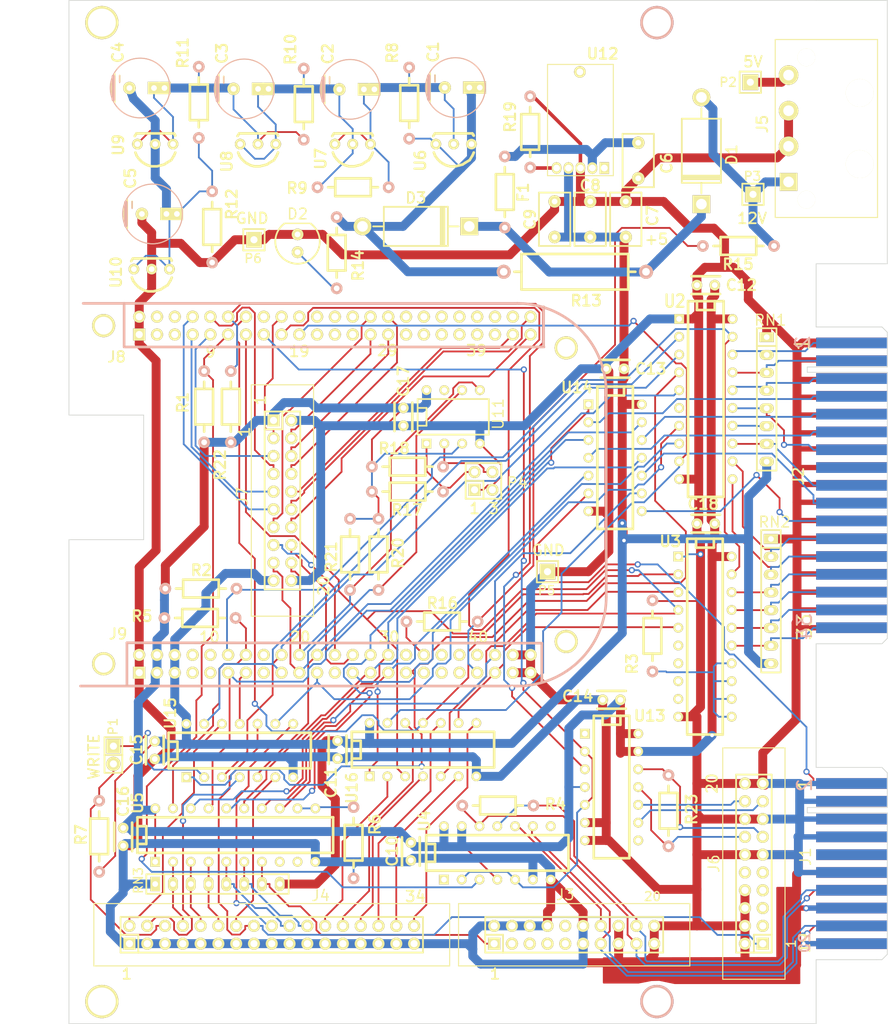
<source format=kicad_pcb>
(kicad_pcb (version 3) (host pcbnew "(2014-02-12 BZR 4693)-product")

  (general
    (links 359)
    (no_connects 0)
    (area 107.378499 10.38352 234.645201 165.58768)
    (thickness 1.6)
    (drawings 54)
    (tracks 1590)
    (zones 0)
    (modules 81)
    (nets 174)
  )

  (page USLetter)
  (title_block
    (title "MFM Disk Reader and Emulator")
    (date "18 May 2014")
    (rev 1)
    (company "David Gesswein")
  )

  (layers
    (15 F.Cu signal)
    (0 B.Cu signal)
    (16 B.Adhes user)
    (17 F.Adhes user)
    (18 B.Paste user)
    (19 F.Paste user)
    (20 B.SilkS user)
    (21 F.SilkS user)
    (22 B.Mask user)
    (23 F.Mask user)
    (24 Dwgs.User user hide)
    (25 Cmts.User user)
    (26 Eco1.User user)
    (27 Eco2.User user)
    (28 Edge.Cuts user)
  )

  (setup
    (last_trace_width 1.27)
    (user_trace_width 0.508)
    (user_trace_width 0.762)
    (user_trace_width 1.27)
    (trace_clearance 0.254)
    (zone_clearance 0.508)
    (zone_45_only no)
    (trace_min 0.254)
    (segment_width 0.2032)
    (edge_width 0.1016)
    (via_size 0.889)
    (via_drill 0.508)
    (via_min_size 0.889)
    (via_min_drill 0.508)
    (uvia_size 0.508)
    (uvia_drill 0.127)
    (uvias_allowed no)
    (uvia_min_size 0.508)
    (uvia_min_drill 0.127)
    (pcb_text_width 0.254)
    (pcb_text_size 1.524 1.524)
    (mod_edge_width 0.1524)
    (mod_text_size 1.524 1.524)
    (mod_text_width 0.254)
    (pad_size 1.778 1.778)
    (pad_drill 0.8128)
    (pad_to_mask_clearance 0.06)
    (aux_axis_origin 0 0)
    (grid_origin 97.155 15.24)
    (visible_elements 7FFFF77F)
    (pcbplotparams
      (layerselection 284196865)
      (usegerberextensions true)
      (excludeedgelayer true)
      (linewidth 0.152400)
      (plotframeref false)
      (viasonmask false)
      (mode 1)
      (useauxorigin false)
      (hpglpennumber 1)
      (hpglpenspeed 20)
      (hpglpendiameter 15)
      (hpglpenoverlay 2)
      (psnegative false)
      (psa4output false)
      (plotreference true)
      (plotvalue true)
      (plotothertext true)
      (plotinvisibletext false)
      (padsonsilk false)
      (subtractmaskfromsilk true)
      (outputformat 1)
      (mirror false)
      (drillshape 0)
      (scaleselection 1)
      (outputdirectory gerber/))
  )

  (net 0 "")
  (net 1 +3.3V)
  (net 2 +5V)
  (net 3 /emu/DIR_IN)
  (net 4 /emu/EXPANSION0)
  (net 5 /emu/EXPANSION1)
  (net 6 /emu/EXPANSION10)
  (net 7 /emu/EXPANSION11)
  (net 8 /emu/EXPANSION12)
  (net 9 /emu/EXPANSION13)
  (net 10 /emu/EXPANSION2)
  (net 11 /emu/EXPANSION3)
  (net 12 /emu/EXPANSION4)
  (net 13 /emu/EXPANSION5)
  (net 14 /emu/EXPANSION6)
  (net 15 /emu/EXPANSION7)
  (net 16 /emu/EXPANSION8)
  (net 17 /emu/EXPANSION9)
  (net 18 /emu/E_DIR_IN)
  (net 19 /emu/E_HEAD0)
  (net 20 /emu/E_HEAD1)
  (net 21 /emu/E_HEAD2)
  (net 22 /emu/E_HEAD3)
  (net 23 /emu/E_SEL1)
  (net 24 /emu/E_SEL2)
  (net 25 /emu/E_SEL3)
  (net 26 /emu/E_SEL4)
  (net 27 /emu/E_STEP)
  (net 28 /emu/E_UNUSED)
  (net 29 /emu/E_WRITE)
  (net 30 /emu/HEAD0)
  (net 31 /emu/HEAD1)
  (net 32 /emu/HEAD2)
  (net 33 /emu/HEAD3)
  (net 34 /emu/INDEX)
  (net 35 /emu/READY)
  (net 36 /emu/RECOVERY)
  (net 37 /emu/SEEK_DONE)
  (net 38 /emu/SEL1)
  (net 39 /emu/SEL2)
  (net 40 /emu/SEL3)
  (net 41 /emu/SEL4)
  (net 42 /emu/SELECTED)
  (net 43 /emu/STEP)
  (net 44 /emu/TRACK0)
  (net 45 /emu/WFAULT)
  (net 46 /emu/WRITE)
  (net 47 /emu/~EMU_EN)
  (net 48 /emu/~MFM0_IN)
  (net 49 /emu/~MFM_READ_EN)
  (net 50 AGND)
  (net 51 GND)
  (net 52 I2C2_SCL)
  (net 53 I2C2_SDA)
  (net 54 MFM_DATA)
  (net 55 "Net-(C1-Pad1)")
  (net 56 "Net-(C1-Pad2)")
  (net 57 "Net-(C2-Pad2)")
  (net 58 "Net-(C3-Pad2)")
  (net 59 "Net-(C4-Pad2)")
  (net 60 "Net-(C6-Pad1)")
  (net 61 "Net-(D1-Pad1)")
  (net 62 "Net-(D1-Pad2)")
  (net 63 "Net-(D2-Pad1)")
  (net 64 "Net-(J1-Pad1)")
  (net 65 "Net-(J1-Pad10)")
  (net 66 "Net-(J1-Pad13)")
  (net 67 "Net-(J1-Pad14)")
  (net 68 "Net-(J1-Pad17)")
  (net 69 "Net-(J1-Pad18)")
  (net 70 "Net-(J1-Pad3)")
  (net 71 "Net-(J1-Pad5)")
  (net 72 "Net-(J1-Pad7)")
  (net 73 "Net-(J1-Pad9)")
  (net 74 "Net-(J2-Pad10)")
  (net 75 "Net-(J2-Pad12)")
  (net 76 "Net-(J2-Pad16)")
  (net 77 "Net-(J2-Pad20)")
  (net 78 "Net-(J2-Pad22)")
  (net 79 "Net-(J2-Pad8)")
  (net 80 "Net-(J3-Pad1)")
  (net 81 "Net-(J3-Pad10)")
  (net 82 "Net-(J3-Pad3)")
  (net 83 "Net-(J3-Pad5)")
  (net 84 "Net-(J3-Pad7)")
  (net 85 "Net-(J3-Pad9)")
  (net 86 "Net-(J4-Pad10)")
  (net 87 "Net-(J4-Pad12)")
  (net 88 "Net-(J4-Pad14)")
  (net 89 "Net-(J4-Pad18)")
  (net 90 "Net-(J4-Pad2)")
  (net 91 "Net-(J4-Pad20)")
  (net 92 "Net-(J4-Pad22)")
  (net 93 "Net-(J4-Pad24)")
  (net 94 "Net-(J4-Pad26)")
  (net 95 "Net-(J4-Pad28)")
  (net 96 "Net-(J4-Pad30)")
  (net 97 "Net-(J4-Pad32)")
  (net 98 "Net-(J4-Pad34)")
  (net 99 "Net-(J4-Pad4)")
  (net 100 "Net-(J4-Pad6)")
  (net 101 "Net-(J4-Pad8)")
  (net 102 "Net-(J5-Pad4)")
  (net 103 "Net-(J6-Pad10)")
  (net 104 "Net-(J6-Pad13)")
  (net 105 "Net-(J6-Pad14)")
  (net 106 "Net-(J6-Pad17)")
  (net 107 "Net-(J6-Pad18)")
  (net 108 "Net-(J6-Pad3)")
  (net 109 "Net-(J6-Pad5)")
  (net 110 "Net-(J6-Pad7)")
  (net 111 "Net-(J6-Pad9)")
  (net 112 "Net-(P1-Pad1)")
  (net 113 "Net-(P4-Pad2)")
  (net 114 "Net-(P4-Pad4)")
  (net 115 "Net-(R19-Pad1)")
  (net 116 "Net-(R3-Pad2)")
  (net 117 "Net-(R6-Pad1)")
  (net 118 "Net-(U1-PadB16)")
  (net 119 "Net-(U1-PadB20)")
  (net 120 "Net-(U1-PadB21)")
  (net 121 "Net-(U1-PadB22)")
  (net 122 "Net-(U1-PadB23)")
  (net 123 "Net-(U1-PadB24)")
  (net 124 "Net-(U1-PadB25)")
  (net 125 "Net-(U1-PadB26)")
  (net 126 "Net-(U1-PadB3)")
  (net 127 "Net-(U1-PadB31)")
  (net 128 "Net-(U1-PadB32)")
  (net 129 "Net-(U1-PadB33)")
  (net 130 "Net-(U1-PadB34)")
  (net 131 "Net-(U1-PadB35)")
  (net 132 "Net-(U1-PadB36)")
  (net 133 "Net-(U1-PadB37)")
  (net 134 "Net-(U1-PadB38)")
  (net 135 "Net-(U1-PadB39)")
  (net 136 "Net-(U1-PadB4)")
  (net 137 "Net-(U1-PadB40)")
  (net 138 "Net-(U1-PadB41)")
  (net 139 "Net-(U1-PadB42)")
  (net 140 "Net-(U1-PadB44)")
  (net 141 "Net-(U1-PadB5)")
  (net 142 "Net-(U1-PadB6)")
  (net 143 "Net-(U1-PadC10)")
  (net 144 "Net-(U1-PadC15)")
  (net 145 "Net-(U1-PadC16)")
  (net 146 "Net-(U1-PadC23)")
  (net 147 "Net-(U1-PadC32)")
  (net 148 "Net-(U1-PadC33)")
  (net 149 "Net-(U1-PadC35)")
  (net 150 "Net-(U1-PadC36)")
  (net 151 "Net-(U1-PadC37)")
  (net 152 "Net-(U1-PadC38)")
  (net 153 "Net-(U1-PadC40)")
  (net 154 "Net-(U1-PadC7)")
  (net 155 "Net-(U1-PadC8)")
  (net 156 "Net-(U1-PadC9)")
  (net 157 "Net-(U11-Pad7)")
  (net 158 "Net-(U12-Pad1)")
  (net 159 "Net-(U12-Pad6)")
  (net 160 "Net-(U13-Pad1)")
  (net 161 "Net-(U13-Pad8)")
  (net 162 "Net-(U2-Pad6)")
  (net 163 "Net-(U3-Pad6)")
  (net 164 "Net-(U3-Pad7)")
  (net 165 "Net-(U3-Pad8)")
  (net 166 "Net-(U3-Pad9)")
  (net 167 "Net-(U4-Pad1)")
  (net 168 "Net-(U4-Pad8)")
  (net 169 "Net-(U5-Pad8)")
  (net 170 "Net-(U5-Pad9)")
  (net 171 RECOVERY_DRIVE2_SEL)
  (net 172 V12_ADC)
  (net 173 ~MFM1_IN)

  (net_class Default "This is the default net class."
    (clearance 0.254)
    (trace_width 0.254)
    (via_dia 0.889)
    (via_drill 0.508)
    (uvia_dia 0.508)
    (uvia_drill 0.127)
    (add_net "")
    (add_net +3.3V)
    (add_net +5V)
    (add_net /emu/DIR_IN)
    (add_net /emu/EXPANSION0)
    (add_net /emu/EXPANSION1)
    (add_net /emu/EXPANSION10)
    (add_net /emu/EXPANSION11)
    (add_net /emu/EXPANSION12)
    (add_net /emu/EXPANSION13)
    (add_net /emu/EXPANSION2)
    (add_net /emu/EXPANSION3)
    (add_net /emu/EXPANSION4)
    (add_net /emu/EXPANSION5)
    (add_net /emu/EXPANSION6)
    (add_net /emu/EXPANSION7)
    (add_net /emu/EXPANSION8)
    (add_net /emu/EXPANSION9)
    (add_net /emu/E_DIR_IN)
    (add_net /emu/E_HEAD0)
    (add_net /emu/E_HEAD1)
    (add_net /emu/E_HEAD2)
    (add_net /emu/E_HEAD3)
    (add_net /emu/E_SEL1)
    (add_net /emu/E_SEL2)
    (add_net /emu/E_SEL3)
    (add_net /emu/E_SEL4)
    (add_net /emu/E_STEP)
    (add_net /emu/E_UNUSED)
    (add_net /emu/E_WRITE)
    (add_net /emu/HEAD0)
    (add_net /emu/HEAD1)
    (add_net /emu/HEAD2)
    (add_net /emu/HEAD3)
    (add_net /emu/INDEX)
    (add_net /emu/READY)
    (add_net /emu/RECOVERY)
    (add_net /emu/SEEK_DONE)
    (add_net /emu/SEL1)
    (add_net /emu/SEL2)
    (add_net /emu/SEL3)
    (add_net /emu/SEL4)
    (add_net /emu/SELECTED)
    (add_net /emu/STEP)
    (add_net /emu/TRACK0)
    (add_net /emu/WFAULT)
    (add_net /emu/WRITE)
    (add_net /emu/~EMU_EN)
    (add_net /emu/~MFM0_IN)
    (add_net /emu/~MFM_READ_EN)
    (add_net AGND)
    (add_net GND)
    (add_net I2C2_SCL)
    (add_net I2C2_SDA)
    (add_net MFM_DATA)
    (add_net "Net-(C1-Pad1)")
    (add_net "Net-(C1-Pad2)")
    (add_net "Net-(C2-Pad2)")
    (add_net "Net-(C3-Pad2)")
    (add_net "Net-(C4-Pad2)")
    (add_net "Net-(C6-Pad1)")
    (add_net "Net-(D1-Pad1)")
    (add_net "Net-(D1-Pad2)")
    (add_net "Net-(D2-Pad1)")
    (add_net "Net-(J1-Pad1)")
    (add_net "Net-(J1-Pad10)")
    (add_net "Net-(J1-Pad13)")
    (add_net "Net-(J1-Pad14)")
    (add_net "Net-(J1-Pad17)")
    (add_net "Net-(J1-Pad18)")
    (add_net "Net-(J1-Pad3)")
    (add_net "Net-(J1-Pad5)")
    (add_net "Net-(J1-Pad7)")
    (add_net "Net-(J1-Pad9)")
    (add_net "Net-(J2-Pad10)")
    (add_net "Net-(J2-Pad12)")
    (add_net "Net-(J2-Pad16)")
    (add_net "Net-(J2-Pad20)")
    (add_net "Net-(J2-Pad22)")
    (add_net "Net-(J2-Pad8)")
    (add_net "Net-(J3-Pad1)")
    (add_net "Net-(J3-Pad10)")
    (add_net "Net-(J3-Pad3)")
    (add_net "Net-(J3-Pad5)")
    (add_net "Net-(J3-Pad7)")
    (add_net "Net-(J3-Pad9)")
    (add_net "Net-(J4-Pad10)")
    (add_net "Net-(J4-Pad12)")
    (add_net "Net-(J4-Pad14)")
    (add_net "Net-(J4-Pad18)")
    (add_net "Net-(J4-Pad2)")
    (add_net "Net-(J4-Pad20)")
    (add_net "Net-(J4-Pad22)")
    (add_net "Net-(J4-Pad24)")
    (add_net "Net-(J4-Pad26)")
    (add_net "Net-(J4-Pad28)")
    (add_net "Net-(J4-Pad30)")
    (add_net "Net-(J4-Pad32)")
    (add_net "Net-(J4-Pad34)")
    (add_net "Net-(J4-Pad4)")
    (add_net "Net-(J4-Pad6)")
    (add_net "Net-(J4-Pad8)")
    (add_net "Net-(J5-Pad4)")
    (add_net "Net-(J6-Pad10)")
    (add_net "Net-(J6-Pad13)")
    (add_net "Net-(J6-Pad14)")
    (add_net "Net-(J6-Pad17)")
    (add_net "Net-(J6-Pad18)")
    (add_net "Net-(J6-Pad3)")
    (add_net "Net-(J6-Pad5)")
    (add_net "Net-(J6-Pad7)")
    (add_net "Net-(J6-Pad9)")
    (add_net "Net-(P1-Pad1)")
    (add_net "Net-(P4-Pad2)")
    (add_net "Net-(P4-Pad4)")
    (add_net "Net-(R19-Pad1)")
    (add_net "Net-(R3-Pad2)")
    (add_net "Net-(R6-Pad1)")
    (add_net "Net-(U1-PadB16)")
    (add_net "Net-(U1-PadB20)")
    (add_net "Net-(U1-PadB21)")
    (add_net "Net-(U1-PadB22)")
    (add_net "Net-(U1-PadB23)")
    (add_net "Net-(U1-PadB24)")
    (add_net "Net-(U1-PadB25)")
    (add_net "Net-(U1-PadB26)")
    (add_net "Net-(U1-PadB3)")
    (add_net "Net-(U1-PadB31)")
    (add_net "Net-(U1-PadB32)")
    (add_net "Net-(U1-PadB33)")
    (add_net "Net-(U1-PadB34)")
    (add_net "Net-(U1-PadB35)")
    (add_net "Net-(U1-PadB36)")
    (add_net "Net-(U1-PadB37)")
    (add_net "Net-(U1-PadB38)")
    (add_net "Net-(U1-PadB39)")
    (add_net "Net-(U1-PadB4)")
    (add_net "Net-(U1-PadB40)")
    (add_net "Net-(U1-PadB41)")
    (add_net "Net-(U1-PadB42)")
    (add_net "Net-(U1-PadB44)")
    (add_net "Net-(U1-PadB5)")
    (add_net "Net-(U1-PadB6)")
    (add_net "Net-(U1-PadC10)")
    (add_net "Net-(U1-PadC15)")
    (add_net "Net-(U1-PadC16)")
    (add_net "Net-(U1-PadC23)")
    (add_net "Net-(U1-PadC32)")
    (add_net "Net-(U1-PadC33)")
    (add_net "Net-(U1-PadC35)")
    (add_net "Net-(U1-PadC36)")
    (add_net "Net-(U1-PadC37)")
    (add_net "Net-(U1-PadC38)")
    (add_net "Net-(U1-PadC40)")
    (add_net "Net-(U1-PadC7)")
    (add_net "Net-(U1-PadC8)")
    (add_net "Net-(U1-PadC9)")
    (add_net "Net-(U11-Pad7)")
    (add_net "Net-(U12-Pad1)")
    (add_net "Net-(U12-Pad6)")
    (add_net "Net-(U13-Pad1)")
    (add_net "Net-(U13-Pad8)")
    (add_net "Net-(U2-Pad6)")
    (add_net "Net-(U3-Pad6)")
    (add_net "Net-(U3-Pad7)")
    (add_net "Net-(U3-Pad8)")
    (add_net "Net-(U3-Pad9)")
    (add_net "Net-(U4-Pad1)")
    (add_net "Net-(U4-Pad8)")
    (add_net "Net-(U5-Pad8)")
    (add_net "Net-(U5-Pad9)")
    (add_net RECOVERY_DRIVE2_SEL)
    (add_net V12_ADC)
    (add_net ~MFM1_IN)
  )

  (net_class power ""
    (clearance 0.254)
    (trace_width 1.27)
    (via_dia 0.889)
    (via_drill 0.635)
    (uvia_dia 0.508)
    (uvia_drill 0.127)
  )

  (module all_fp:ECON34 (layer F.Cu) (tedit 53A39C81) (tstamp 5397BF8C)
    (at 222.885 82.8802 90)
    (path /53041A1B/52FD4CB2)
    (fp_text reference J2 (at 0 -1.27 90) (layer F.SilkS)
      (effects (font (thickness 0.254)))
    )
    (fp_text value ECON34 (at 0 0 90) (layer F.SilkS) hide
      (effects (font (size 1 1) (thickness 0.15)))
    )
    (fp_line (start 15.1892 11.43) (end 15.1892 0) (layer Dwgs.User) (width 0.1524))
    (fp_line (start 20.5232 11.43) (end -23.1648 11.43) (layer Dwgs.User) (width 0.1524))
    (fp_line (start -23.1648 11.43) (end -23.9268 9.906) (layer Dwgs.User) (width 0.1524))
    (fp_line (start -23.9268 9.906) (end -23.9268 1.27) (layer Dwgs.User) (width 0.1524))
    (fp_line (start 20.5232 11.43) (end 21.2852 9.906) (layer Dwgs.User) (width 0.1524))
    (fp_line (start 21.2852 9.906) (end 21.2852 1.27) (layer Dwgs.User) (width 0.1524))
    (fp_text user 33 (at -21.5138 -0.381 90) (layer F.SilkS)
      (effects (font (size 2.032 2.032) (thickness 0.254)))
    )
    (fp_text user 1 (at 18.8468 -0.7112 90) (layer F.SilkS)
      (effects (font (size 2.032 2.032) (thickness 0.254)))
    )
    (pad 1 connect rect (at 18.9992 6.35 270) (size 1.524 10.16) (layers F.Cu F.Mask)
      (net 51 GND))
    (pad 2 connect rect (at 18.9992 6.35 270) (size 1.524 10.16) (layers B.Cu B.Mask)
      (net 22 /emu/E_HEAD3))
    (pad 3 connect rect (at 16.4592 6.35 270) (size 1.524 10.16) (layers F.Cu F.Mask)
      (net 51 GND))
    (pad 4 connect rect (at 16.4592 6.35 270) (size 1.524 10.16) (layers B.Cu B.Mask)
      (net 21 /emu/E_HEAD2))
    (pad 5 connect rect (at 13.9192 6.35 270) (size 1.524 10.16) (layers F.Cu F.Mask)
      (net 51 GND))
    (pad 6 connect rect (at 13.9192 6.35 270) (size 1.524 10.16) (layers B.Cu B.Mask)
      (net 29 /emu/E_WRITE))
    (pad 7 connect rect (at 11.3792 6.35 270) (size 1.524 10.16) (layers F.Cu F.Mask)
      (net 51 GND))
    (pad 8 connect rect (at 11.3792 6.35 270) (size 1.524 10.16) (layers B.Cu B.Mask)
      (net 79 "Net-(J2-Pad8)"))
    (pad 9 connect rect (at 8.8392 6.35 270) (size 1.524 10.16) (layers F.Cu F.Mask)
      (net 51 GND))
    (pad 10 connect rect (at 8.8392 6.35 270) (size 1.524 10.16) (layers B.Cu B.Mask)
      (net 74 "Net-(J2-Pad10)"))
    (pad 11 connect rect (at 6.2992 6.35 270) (size 1.524 10.16) (layers F.Cu F.Mask)
      (net 51 GND))
    (pad 12 connect rect (at 6.2992 6.35 270) (size 1.524 10.16) (layers B.Cu B.Mask)
      (net 75 "Net-(J2-Pad12)"))
    (pad 13 connect rect (at 3.7592 6.35 270) (size 1.524 10.16) (layers F.Cu F.Mask)
      (net 51 GND))
    (pad 14 connect rect (at 3.7592 6.35 270) (size 1.524 10.16) (layers B.Cu B.Mask)
      (net 19 /emu/E_HEAD0))
    (pad 15 connect rect (at 1.2192 6.35 270) (size 1.524 10.16) (layers F.Cu F.Mask)
      (net 51 GND))
    (pad 16 connect rect (at 1.2192 6.35 270) (size 1.524 10.16) (layers B.Cu B.Mask)
      (net 76 "Net-(J2-Pad16)"))
    (pad 17 connect rect (at -1.3208 6.35 270) (size 1.524 10.16) (layers F.Cu F.Mask)
      (net 51 GND))
    (pad 18 connect rect (at -1.3208 6.35 270) (size 1.524 10.16) (layers B.Cu B.Mask)
      (net 20 /emu/E_HEAD1))
    (pad 19 connect rect (at -3.8608 6.35 270) (size 1.524 10.16) (layers F.Cu F.Mask)
      (net 51 GND))
    (pad 20 connect rect (at -3.8608 6.35 270) (size 1.524 10.16) (layers B.Cu B.Mask)
      (net 77 "Net-(J2-Pad20)"))
    (pad 21 connect rect (at -6.4008 6.35 270) (size 1.524 10.16) (layers F.Cu F.Mask)
      (net 51 GND))
    (pad 22 connect rect (at -6.4008 6.35 270) (size 1.524 10.16) (layers B.Cu B.Mask)
      (net 78 "Net-(J2-Pad22)"))
    (pad 23 connect rect (at -8.9408 6.35 270) (size 1.524 10.16) (layers F.Cu F.Mask)
      (net 51 GND))
    (pad 24 connect rect (at -8.9408 6.35 270) (size 1.524 10.16) (layers B.Cu B.Mask)
      (net 27 /emu/E_STEP))
    (pad 25 connect rect (at -11.4808 6.35 270) (size 1.524 10.16) (layers F.Cu F.Mask)
      (net 51 GND))
    (pad 26 connect rect (at -11.4808 6.35 270) (size 1.524 10.16) (layers B.Cu B.Mask)
      (net 23 /emu/E_SEL1))
    (pad 27 connect rect (at -14.0208 6.35 270) (size 1.524 10.16) (layers F.Cu F.Mask)
      (net 51 GND))
    (pad 28 connect rect (at -14.0208 6.35 270) (size 1.524 10.16) (layers B.Cu B.Mask)
      (net 24 /emu/E_SEL2))
    (pad 29 connect rect (at -16.5608 6.35 270) (size 1.524 10.16) (layers F.Cu F.Mask)
      (net 51 GND))
    (pad 30 connect rect (at -16.5608 6.35 270) (size 1.524 10.16) (layers B.Cu B.Mask)
      (net 25 /emu/E_SEL3))
    (pad 31 connect rect (at -19.1008 6.35 270) (size 1.524 10.16) (layers F.Cu F.Mask)
      (net 51 GND))
    (pad 32 connect rect (at -19.1008 6.35 270) (size 1.524 10.16) (layers B.Cu B.Mask)
      (net 26 /emu/E_SEL4))
    (pad 33 connect rect (at -21.6408 6.35 270) (size 1.524 10.16) (layers F.Cu F.Mask)
      (net 51 GND))
    (pad 34 connect rect (at -21.6408 6.35 270) (size 1.524 10.16) (layers B.Cu B.Mask)
      (net 18 /emu/E_DIR_IN))
  )

  (module all_fp:econ20 (layer F.Cu) (tedit 53A39B15) (tstamp 5397C058)
    (at 228.981 136.804 90)
    (path /53041A1B/52FD4C26)
    (fp_text reference J1 (at -0.381 -6.35 90) (layer F.SilkS)
      (effects (font (thickness 0.2032)))
    )
    (fp_text value ECON20 (at -5.08 0 90) (layer F.SilkS) hide
      (effects (font (size 1 1) (thickness 0.15)))
    )
    (fp_line (start 6.2484 5.334) (end 6.2484 -6.096) (layer Dwgs.User) (width 0.1524))
    (fp_line (start -14.3256 5.334) (end 11.5824 5.334) (layer Dwgs.User) (width 0.1524))
    (fp_line (start -14.3256 5.334) (end -15.0876 3.81) (layer Dwgs.User) (width 0.1524))
    (fp_line (start -15.0876 3.81) (end -15.0876 -4.826) (layer Dwgs.User) (width 0.1524))
    (fp_line (start 11.5824 5.334) (end 12.3444 3.81) (layer Dwgs.User) (width 0.1524))
    (fp_line (start 12.3444 3.81) (end 12.3444 -4.826) (layer Dwgs.User) (width 0.1524))
    (fp_text user 19 (at -12.7 -6.477 90) (layer F.SilkS)
      (effects (font (thickness 0.254)))
    )
    (fp_text user 1 (at 9.906 -6.477 90) (layer F.SilkS)
      (effects (font (size 2.032 2.032) (thickness 0.254)))
    )
    (pad 1 connect rect (at 10.0584 0.254 270) (size 1.524 10.16) (layers F.Cu F.Mask)
      (net 64 "Net-(J1-Pad1)"))
    (pad 2 connect rect (at 10.0584 0.254 270) (size 1.524 10.16) (layers B.Cu B.Mask)
      (net 51 GND))
    (pad 3 connect rect (at 7.5184 0.254 270) (size 1.524 10.16) (layers F.Cu F.Mask)
      (net 70 "Net-(J1-Pad3)"))
    (pad 4 connect rect (at 7.5184 0.254 270) (size 1.524 10.16) (layers B.Cu B.Mask)
      (net 51 GND))
    (pad 5 connect rect (at 4.9784 0.254 270) (size 1.524 10.16) (layers F.Cu F.Mask)
      (net 71 "Net-(J1-Pad5)"))
    (pad 6 connect rect (at 4.9784 0.254 270) (size 1.524 10.16) (layers B.Cu B.Mask)
      (net 51 GND))
    (pad 7 connect rect (at 2.4384 0.254 270) (size 1.524 10.16) (layers F.Cu F.Mask)
      (net 72 "Net-(J1-Pad7)"))
    (pad 8 connect rect (at 2.4384 0.254 270) (size 1.524 10.16) (layers B.Cu B.Mask)
      (net 51 GND))
    (pad 9 connect rect (at -0.1016 0.254 270) (size 1.524 10.16) (layers F.Cu F.Mask)
      (net 73 "Net-(J1-Pad9)"))
    (pad 10 connect rect (at -0.1016 0.254 270) (size 1.524 10.16) (layers B.Cu B.Mask)
      (net 65 "Net-(J1-Pad10)"))
    (pad 11 connect rect (at -2.6416 0.254 270) (size 1.524 10.16) (layers F.Cu F.Mask)
      (net 51 GND))
    (pad 12 connect rect (at -2.6416 0.254 270) (size 1.524 10.16) (layers B.Cu B.Mask)
      (net 51 GND))
    (pad 13 connect rect (at -5.1816 0.254 270) (size 1.524 10.16) (layers F.Cu F.Mask)
      (net 66 "Net-(J1-Pad13)"))
    (pad 14 connect rect (at -5.1816 0.254 270) (size 1.524 10.16) (layers B.Cu B.Mask)
      (net 67 "Net-(J1-Pad14)"))
    (pad 15 connect rect (at -7.7216 0.254 270) (size 1.524 10.16) (layers F.Cu F.Mask)
      (net 51 GND))
    (pad 16 connect rect (at -7.7216 0.254 270) (size 1.524 10.16) (layers B.Cu B.Mask)
      (net 51 GND))
    (pad 17 connect rect (at -10.2616 0.254 270) (size 1.524 10.16) (layers F.Cu F.Mask)
      (net 68 "Net-(J1-Pad17)"))
    (pad 18 connect rect (at -10.2616 0.254 270) (size 1.524 10.16) (layers B.Cu B.Mask)
      (net 69 "Net-(J1-Pad18)"))
    (pad 19 connect rect (at -12.8016 0.254 270) (size 1.524 10.16) (layers F.Cu F.Mask)
      (net 51 GND))
    (pad 20 connect rect (at -12.8016 0.254 270) (size 1.524 10.16) (layers B.Cu B.Mask)
      (net 51 GND))
  )

  (module all_fp:DRVPWR (layer F.Cu) (tedit 5399035F) (tstamp 539906D7)
    (at 215.138 34.544 270)
    (path /53041BB6/530420F7)
    (fp_text reference J5 (at -1.905 -1.3335 270) (layer F.SilkS)
      (effects (font (thickness 0.254)))
    )
    (fp_text value CONN_4 (at -1.27 -10.16 270) (layer F.SilkS) hide
      (effects (font (size 1 1) (thickness 0.15)))
    )
    (fp_line (start -13.97 -17.78) (end 11.43 -17.78) (layer F.SilkS) (width 0.15))
    (fp_line (start 11.43 -17.78) (end 11.43 -3.175) (layer F.SilkS) (width 0.15))
    (fp_line (start 11.43 -3.175) (end -13.97 -3.175) (layer F.SilkS) (width 0.15))
    (fp_line (start -13.97 -3.175) (end -13.97 -17.78) (layer F.SilkS) (width 0.15))
    (pad 1 thru_hole rect (at 6.35 -5.08 270) (size 2.54 2.54) (drill 1.524) (layers *.Cu *.Mask F.SilkS)
      (net 61 "Net-(D1-Pad1)"))
    (pad 2 thru_hole circle (at 1.27 -5.08 270) (size 2.794 2.794) (drill 1.524) (layers *.Cu *.Mask F.SilkS)
      (net 51 GND))
    (pad 3 thru_hole circle (at -3.81 -5.08 270) (size 2.794 2.794) (drill 1.524) (layers *.Cu *.Mask F.SilkS)
      (net 51 GND))
    (pad 4 thru_hole circle (at -8.89 -5.08 270) (size 2.794 2.794) (drill 1.524) (layers *.Cu *.Mask F.SilkS)
      (net 102 "Net-(J5-Pad4)"))
    (pad "" np_thru_hole circle (at -6.35 -15.24 270) (size 3.9878 3.9878) (drill 3.9878) (layers *.Cu *.Mask F.SilkS))
    (pad "" np_thru_hole circle (at 3.81 -15.24 270) (size 3.9878 3.9878) (drill 3.9878) (layers *.Cu *.Mask F.SilkS))
    (pad "" np_thru_hole circle (at -11.43 -7.62 270) (size 2.54 2.54) (drill 2.54) (layers *.Cu *.Mask F.SilkS))
    (pad "" np_thru_hole circle (at 8.89 -7.62 270) (size 2.54 2.54) (drill 2.54) (layers *.Cu *.Mask F.SilkS))
    (model /home/djg/mfm/all_fp.pretty/DRVPWR.wrl
      (at (xyz -0.05 0.21 0.185))
      (scale (xyz 0.395 0.395 0.395))
      (rotate (xyz -90 0 180))
    )
  )

  (module LEDs:LED-5MM (layer F.Cu) (tedit 539906A0) (tstamp 536580DB)
    (at 150.114 49.657 90)
    (descr "LED 5mm - Lead pitch 100mil (2,54mm)")
    (tags "LED led 5mm 5MM 100mil 2,54mm")
    (path /53041BB6/53041F94)
    (fp_text reference D2 (at 4.191 0 180) (layer F.SilkS)
      (effects (font (thickness 0.2032)))
    )
    (fp_text value LED (at 0 3.81 90) (layer F.SilkS) hide
      (effects (font (size 0.762 0.762) (thickness 0.0889)))
    )
    (fp_line (start 2.8448 1.905) (end 2.8448 -1.905) (layer F.SilkS) (width 0.2032))
    (fp_arc (start 0.254 0) (end 2.794 1.905) (angle 286.2) (layer F.SilkS) (width 0.254))
    (pad 1 thru_hole circle (at -1.27 0 90) (size 1.6764 1.6764) (drill 0.8128) (layers *.Cu *.Mask F.SilkS)
      (net 63 "Net-(D2-Pad1)"))
    (pad 2 thru_hole circle (at 1.27 0 90) (size 1.6764 1.6764) (drill 0.8128) (layers *.Cu *.Mask F.SilkS)
      (net 51 GND))
    (model discret/leds/led5_vertical_verde.wrl
      (at (xyz 0 0 0))
      (scale (xyz 1 1 1))
      (rotate (xyz 0 0 0))
    )
  )

  (module Resistors_ThroughHole:Resistor_Horizontal_RM20mm (layer F.Cu) (tedit 53A44BCC) (tstamp 53652AA3)
    (at 189.865 53.721 180)
    (descr "Resistor, Axial, RM 20mm,")
    (tags "Resistor, Axial, RM 20mm,")
    (path /53041BB6/53042260)
    (fp_text reference R13 (at -1.4605 -4.1275 180) (layer F.SilkS)
      (effects (font (thickness 0.3048)))
    )
    (fp_text value 8.2 (at 0 5.00126 180) (layer F.SilkS) hide
      (effects (font (size 1.50114 1.50114) (thickness 0.20066)))
    )
    (fp_line (start -7.45998 0) (end -8.47598 0) (layer F.SilkS) (width 0.381))
    (fp_line (start 7.78002 0) (end 8.79602 0) (layer F.SilkS) (width 0.381))
    (fp_line (start -7.45998 -1.27) (end -7.45998 -2.54) (layer F.SilkS) (width 0.381))
    (fp_line (start -7.45998 -2.54) (end 7.78002 -2.54) (layer F.SilkS) (width 0.381))
    (fp_line (start 7.78002 -2.54) (end 7.78002 2.54) (layer F.SilkS) (width 0.381))
    (fp_line (start 7.78002 2.54) (end -7.45998 2.54) (layer F.SilkS) (width 0.381))
    (fp_line (start -7.45998 2.54) (end -7.45998 -1.27) (layer F.SilkS) (width 0.381))
    (pad 1 thru_hole circle (at -9.99998 0 180) (size 1.99898 1.99898) (drill 1.0922) (layers *.Cu *.SilkS *.Mask)
      (net 62 "Net-(D1-Pad2)"))
    (pad 2 thru_hole circle (at 10.32002 0 180) (size 1.99898 1.99898) (drill 1.0922) (layers *.Cu *.SilkS *.Mask)
      (net 55 "Net-(C1-Pad1)"))
    (model discret/resistors/horizontal/r_h_8R2.wrl
      (at (xyz 0 0 0))
      (scale (xyz 0.8 0.8 0.8))
      (rotate (xyz 0 0 0))
    )
  )

  (module Diodes_ThroughHole:Diode_DO-201AD_Horizontal_RM15 (layer F.Cu) (tedit 53A44BDD) (tstamp 53652C4A)
    (at 207.772 36.449 270)
    (descr "Diode DO-201AD Horizontal")
    (tags "Diode DO-201AD Horizontal SB320 SB340 SB360")
    (path /53041BB6/530421BA)
    (fp_text reference D1 (at 0.5715 -4.318 270) (layer F.SilkS)
      (effects (font (thickness 0.254)))
    )
    (fp_text value 1N5820 (at 0.508 -4.826 270) (layer F.SilkS) hide
      (effects (font (size 1.524 1.016) (thickness 0.254)))
    )
    (fp_line (start -4.572 0) (end -6.096 0) (layer F.SilkS) (width 0.254))
    (fp_line (start 4.572 0) (end 6.096 0) (layer F.SilkS) (width 0.254))
    (fp_line (start 3.556 -2.794) (end 3.556 2.794) (layer F.SilkS) (width 0.254))
    (fp_line (start 3.81 -2.794) (end 3.81 2.794) (layer F.SilkS) (width 0.254))
    (fp_line (start 4.064 -2.794) (end 4.064 2.794) (layer F.SilkS) (width 0.254))
    (fp_line (start 4.572 2.794) (end 4.572 -2.794) (layer F.SilkS) (width 0.254))
    (fp_line (start 4.572 -2.794) (end -4.572 -2.794) (layer F.SilkS) (width 0.254))
    (fp_line (start -4.572 -2.794) (end -4.572 2.794) (layer F.SilkS) (width 0.254))
    (fp_line (start -4.572 2.794) (end 4.572 2.794) (layer F.SilkS) (width 0.254))
    (pad 1 thru_hole circle (at -7.62 0 270) (size 2.54 2.54) (drill 1.524) (layers *.Cu *.Mask F.SilkS)
      (net 61 "Net-(D1-Pad1)"))
    (pad 2 thru_hole rect (at 7.62 0 270) (size 2.54 2.54) (drill 1.524) (layers *.Cu *.Mask F.SilkS)
      (net 62 "Net-(D1-Pad2)"))
    (model discret/diode.wrl
      (at (xyz 0 0 0))
      (scale (xyz 0.6 0.6 0.6))
      (rotate (xyz 0 0 0))
    )
  )

  (module Diodes_ThroughHole:Diode_DO-201AD_Horizontal_RM15 (layer F.Cu) (tedit 537805D4) (tstamp 53652C2A)
    (at 167.005 47.244)
    (descr "Diode DO-201AD Horizontal")
    (tags "Diode DO-201AD Horizontal SB320 SB340 SB360")
    (path /53041BB6/5304251F)
    (fp_text reference D3 (at 0 -4.064) (layer F.SilkS)
      (effects (font (thickness 0.254)))
    )
    (fp_text value 1N5820 (at 0.508 -0.762) (layer F.SilkS) hide
      (effects (font (size 1.524 1.016) (thickness 0.254)))
    )
    (fp_line (start -4.572 0) (end -6.096 0) (layer F.SilkS) (width 0.254))
    (fp_line (start 4.572 0) (end 6.096 0) (layer F.SilkS) (width 0.254))
    (fp_line (start 3.556 -2.794) (end 3.556 2.794) (layer F.SilkS) (width 0.254))
    (fp_line (start 3.81 -2.794) (end 3.81 2.794) (layer F.SilkS) (width 0.254))
    (fp_line (start 4.064 -2.794) (end 4.064 2.794) (layer F.SilkS) (width 0.254))
    (fp_line (start 4.572 2.794) (end 4.572 -2.794) (layer F.SilkS) (width 0.254))
    (fp_line (start 4.572 -2.794) (end -4.572 -2.794) (layer F.SilkS) (width 0.254))
    (fp_line (start -4.572 -2.794) (end -4.572 2.794) (layer F.SilkS) (width 0.254))
    (fp_line (start -4.572 2.794) (end 4.572 2.794) (layer F.SilkS) (width 0.254))
    (pad 1 thru_hole circle (at -7.62 0) (size 2.54 2.54) (drill 1.524) (layers *.Cu *.Mask F.SilkS)
      (net 55 "Net-(C1-Pad1)"))
    (pad 2 thru_hole rect (at 7.62 0) (size 2.54 2.54) (drill 1.524) (layers *.Cu *.Mask F.SilkS)
      (net 62 "Net-(D1-Pad2)"))
    (model discret/diode.wrl
      (at (xyz 0 0 0))
      (scale (xyz 0.6 0.6 0.6))
      (rotate (xyz 0 0 0))
    )
  )

  (module Sockets_DIP:DIP-14__300 (layer F.Cu) (tedit 5389147B) (tstamp 53652C0F)
    (at 195.453 80.264 270)
    (descr "14 pins DIL package, round pads")
    (tags DIL)
    (path /53041A1B/52FD59BB)
    (fp_text reference U14 (at -10.033 5.461 360) (layer F.SilkS)
      (effects (font (thickness 0.3048)))
    )
    (fp_text value 7407N (at 1.27 1.27 270) (layer F.SilkS) hide
      (effects (font (size 1.524 1.143) (thickness 0.28575)))
    )
    (fp_line (start -10.16 -2.54) (end 10.16 -2.54) (layer F.SilkS) (width 0.381))
    (fp_line (start 10.16 2.54) (end -10.16 2.54) (layer F.SilkS) (width 0.381))
    (fp_line (start -10.16 2.54) (end -10.16 -2.54) (layer F.SilkS) (width 0.381))
    (fp_line (start -10.16 -1.27) (end -8.89 -1.27) (layer F.SilkS) (width 0.381))
    (fp_line (start -8.89 -1.27) (end -8.89 1.27) (layer F.SilkS) (width 0.381))
    (fp_line (start -8.89 1.27) (end -10.16 1.27) (layer F.SilkS) (width 0.381))
    (fp_line (start 10.16 -2.54) (end 10.16 2.54) (layer F.SilkS) (width 0.381))
    (pad 1 thru_hole rect (at -7.62 3.81 270) (size 1.397 1.397) (drill 0.8128) (layers *.Cu *.Mask F.SilkS)
      (net 37 /emu/SEEK_DONE))
    (pad 2 thru_hole circle (at -5.08 3.81 270) (size 1.397 1.397) (drill 0.8128) (layers *.Cu *.Mask F.SilkS)
      (net 79 "Net-(J2-Pad8)"))
    (pad 3 thru_hole circle (at -2.54 3.81 270) (size 1.397 1.397) (drill 0.8128) (layers *.Cu *.Mask F.SilkS)
      (net 45 /emu/WFAULT))
    (pad 4 thru_hole circle (at 0 3.81 270) (size 1.397 1.397) (drill 0.8128) (layers *.Cu *.Mask F.SilkS)
      (net 75 "Net-(J2-Pad12)"))
    (pad 5 thru_hole circle (at 2.54 3.81 270) (size 1.397 1.397) (drill 0.8128) (layers *.Cu *.Mask F.SilkS)
      (net 42 /emu/SELECTED))
    (pad 6 thru_hole circle (at 5.08 3.81 270) (size 1.397 1.397) (drill 0.8128) (layers *.Cu *.Mask F.SilkS)
      (net 64 "Net-(J1-Pad1)"))
    (pad 7 thru_hole circle (at 7.62 3.81 270) (size 1.397 1.397) (drill 0.8128) (layers *.Cu *.Mask F.SilkS)
      (net 51 GND))
    (pad 8 thru_hole circle (at 7.62 -3.81 270) (size 1.397 1.397) (drill 0.8128) (layers *.Cu *.Mask F.SilkS)
      (net 78 "Net-(J2-Pad22)"))
    (pad 9 thru_hole circle (at 5.08 -3.81 270) (size 1.397 1.397) (drill 0.8128) (layers *.Cu *.Mask F.SilkS)
      (net 35 /emu/READY))
    (pad 10 thru_hole circle (at 2.54 -3.81 270) (size 1.397 1.397) (drill 0.8128) (layers *.Cu *.Mask F.SilkS)
      (net 77 "Net-(J2-Pad20)"))
    (pad 11 thru_hole circle (at 0 -3.81 270) (size 1.397 1.397) (drill 0.8128) (layers *.Cu *.Mask F.SilkS)
      (net 34 /emu/INDEX))
    (pad 12 thru_hole circle (at -2.54 -3.81 270) (size 1.397 1.397) (drill 0.8128) (layers *.Cu *.Mask F.SilkS)
      (net 74 "Net-(J2-Pad10)"))
    (pad 13 thru_hole circle (at -5.08 -3.81 270) (size 1.397 1.397) (drill 0.8128) (layers *.Cu *.Mask F.SilkS)
      (net 44 /emu/TRACK0))
    (pad 14 thru_hole circle (at -7.62 -3.81 270) (size 1.397 1.397) (drill 0.8128) (layers *.Cu *.Mask F.SilkS)
      (net 2 +5V))
    (model dil/dil_14.wrl
      (at (xyz 0 0 0))
      (scale (xyz 1 1 1))
      (rotate (xyz 0 0 0))
    )
  )

  (module Sockets_DIP:DIP-14__300 (layer F.Cu) (tedit 53990219) (tstamp 5376B71F)
    (at 141.859 122.047)
    (descr "14 pins DIL package, round pads")
    (tags DIL)
    (path /53041A1B/52FD6CE0)
    (fp_text reference U15 (at -9.906 -5.334 90) (layer F.SilkS)
      (effects (font (thickness 0.3048)))
    )
    (fp_text value 7407N (at 1.27 1.27) (layer F.SilkS) hide
      (effects (font (size 1.524 1.143) (thickness 0.28575)))
    )
    (fp_line (start -10.16 -2.54) (end 10.16 -2.54) (layer F.SilkS) (width 0.381))
    (fp_line (start 10.16 2.54) (end -10.16 2.54) (layer F.SilkS) (width 0.381))
    (fp_line (start -10.16 2.54) (end -10.16 -2.54) (layer F.SilkS) (width 0.381))
    (fp_line (start -10.16 -1.27) (end -8.89 -1.27) (layer F.SilkS) (width 0.381))
    (fp_line (start -8.89 -1.27) (end -8.89 1.27) (layer F.SilkS) (width 0.381))
    (fp_line (start -8.89 1.27) (end -10.16 1.27) (layer F.SilkS) (width 0.381))
    (fp_line (start 10.16 -2.54) (end 10.16 2.54) (layer F.SilkS) (width 0.381))
    (pad 1 thru_hole rect (at -7.62 3.81) (size 1.397 1.397) (drill 0.8128) (layers *.Cu *.Mask F.SilkS)
      (net 46 /emu/WRITE))
    (pad 2 thru_hole circle (at -5.08 3.81) (size 1.397 1.397) (drill 0.8128) (layers *.Cu *.Mask F.SilkS)
      (net 112 "Net-(P1-Pad1)"))
    (pad 3 thru_hole circle (at -2.54 3.81) (size 1.397 1.397) (drill 0.8128) (layers *.Cu *.Mask F.SilkS)
      (net 32 /emu/HEAD2))
    (pad 4 thru_hole circle (at 0 3.81) (size 1.397 1.397) (drill 0.8128) (layers *.Cu *.Mask F.SilkS)
      (net 99 "Net-(J4-Pad4)"))
    (pad 5 thru_hole circle (at 2.54 3.81) (size 1.397 1.397) (drill 0.8128) (layers *.Cu *.Mask F.SilkS)
      (net 30 /emu/HEAD0))
    (pad 6 thru_hole circle (at 5.08 3.81) (size 1.397 1.397) (drill 0.8128) (layers *.Cu *.Mask F.SilkS)
      (net 88 "Net-(J4-Pad14)"))
    (pad 7 thru_hole circle (at 7.62 3.81) (size 1.397 1.397) (drill 0.8128) (layers *.Cu *.Mask F.SilkS)
      (net 51 GND))
    (pad 8 thru_hole circle (at 7.62 -3.81) (size 1.397 1.397) (drill 0.8128) (layers *.Cu *.Mask F.SilkS)
      (net 89 "Net-(J4-Pad18)"))
    (pad 9 thru_hole circle (at 5.08 -3.81) (size 1.397 1.397) (drill 0.8128) (layers *.Cu *.Mask F.SilkS)
      (net 31 /emu/HEAD1))
    (pad 10 thru_hole circle (at 2.54 -3.81) (size 1.397 1.397) (drill 0.8128) (layers *.Cu *.Mask F.SilkS)
      (net 171 RECOVERY_DRIVE2_SEL))
    (pad 11 thru_hole circle (at 0 -3.81) (size 1.397 1.397) (drill 0.8128) (layers *.Cu *.Mask F.SilkS)
      (net 36 /emu/RECOVERY))
    (pad 12 thru_hole circle (at -2.54 -3.81) (size 1.397 1.397) (drill 0.8128) (layers *.Cu *.Mask F.SilkS)
      (net 90 "Net-(J4-Pad2)"))
    (pad 13 thru_hole circle (at -5.08 -3.81) (size 1.397 1.397) (drill 0.8128) (layers *.Cu *.Mask F.SilkS)
      (net 33 /emu/HEAD3))
    (pad 14 thru_hole circle (at -7.62 -3.81) (size 1.397 1.397) (drill 0.8128) (layers *.Cu *.Mask F.SilkS)
      (net 2 +5V))
    (model dil/dil_14.wrl
      (at (xyz 0 0 0))
      (scale (xyz 1 1 1))
      (rotate (xyz 0 0 0))
    )
  )

  (module Sockets_DIP:DIP-14__300 (layer F.Cu) (tedit 53990A51) (tstamp 536E4B17)
    (at 168.021 121.92)
    (descr "14 pins DIL package, round pads")
    (tags DIL)
    (path /53041A1B/52FD6CB5)
    (fp_text reference U16 (at -10.16 5.461 90) (layer F.SilkS)
      (effects (font (thickness 0.3048)))
    )
    (fp_text value 7407N (at 3.048 -0.254) (layer F.SilkS) hide
      (effects (font (size 1.524 1.143) (thickness 0.28575)))
    )
    (fp_line (start -10.16 -2.54) (end 10.16 -2.54) (layer F.SilkS) (width 0.381))
    (fp_line (start 10.16 2.54) (end -10.16 2.54) (layer F.SilkS) (width 0.381))
    (fp_line (start -10.16 2.54) (end -10.16 -2.54) (layer F.SilkS) (width 0.381))
    (fp_line (start -10.16 -1.27) (end -8.89 -1.27) (layer F.SilkS) (width 0.381))
    (fp_line (start -8.89 -1.27) (end -8.89 1.27) (layer F.SilkS) (width 0.381))
    (fp_line (start -8.89 1.27) (end -10.16 1.27) (layer F.SilkS) (width 0.381))
    (fp_line (start 10.16 -2.54) (end 10.16 2.54) (layer F.SilkS) (width 0.381))
    (pad 1 thru_hole rect (at -7.62 3.81) (size 1.397 1.397) (drill 0.8128) (layers *.Cu *.Mask F.SilkS)
      (net 43 /emu/STEP))
    (pad 2 thru_hole circle (at -5.08 3.81) (size 1.397 1.397) (drill 0.8128) (layers *.Cu *.Mask F.SilkS)
      (net 93 "Net-(J4-Pad24)"))
    (pad 3 thru_hole circle (at -2.54 3.81) (size 1.397 1.397) (drill 0.8128) (layers *.Cu *.Mask F.SilkS)
      (net 39 /emu/SEL2))
    (pad 4 thru_hole circle (at 0 3.81) (size 1.397 1.397) (drill 0.8128) (layers *.Cu *.Mask F.SilkS)
      (net 95 "Net-(J4-Pad28)"))
    (pad 5 thru_hole circle (at 2.54 3.81) (size 1.397 1.397) (drill 0.8128) (layers *.Cu *.Mask F.SilkS)
      (net 41 /emu/SEL4))
    (pad 6 thru_hole circle (at 5.08 3.81) (size 1.397 1.397) (drill 0.8128) (layers *.Cu *.Mask F.SilkS)
      (net 97 "Net-(J4-Pad32)"))
    (pad 7 thru_hole circle (at 7.62 3.81) (size 1.397 1.397) (drill 0.8128) (layers *.Cu *.Mask F.SilkS)
      (net 51 GND))
    (pad 8 thru_hole circle (at 7.62 -3.81) (size 1.397 1.397) (drill 0.8128) (layers *.Cu *.Mask F.SilkS)
      (net 98 "Net-(J4-Pad34)"))
    (pad 9 thru_hole circle (at 5.08 -3.81) (size 1.397 1.397) (drill 0.8128) (layers *.Cu *.Mask F.SilkS)
      (net 3 /emu/DIR_IN))
    (pad 10 thru_hole circle (at 2.54 -3.81) (size 1.397 1.397) (drill 0.8128) (layers *.Cu *.Mask F.SilkS)
      (net 96 "Net-(J4-Pad30)"))
    (pad 11 thru_hole circle (at 0 -3.81) (size 1.397 1.397) (drill 0.8128) (layers *.Cu *.Mask F.SilkS)
      (net 40 /emu/SEL3))
    (pad 12 thru_hole circle (at -2.54 -3.81) (size 1.397 1.397) (drill 0.8128) (layers *.Cu *.Mask F.SilkS)
      (net 94 "Net-(J4-Pad26)"))
    (pad 13 thru_hole circle (at -5.08 -3.81) (size 1.397 1.397) (drill 0.8128) (layers *.Cu *.Mask F.SilkS)
      (net 38 /emu/SEL1))
    (pad 14 thru_hole circle (at -7.62 -3.81) (size 1.397 1.397) (drill 0.8128) (layers *.Cu *.Mask F.SilkS)
      (net 2 +5V))
    (model dil/dil_14.wrl
      (at (xyz 0 0 0))
      (scale (xyz 1 1 1))
      (rotate (xyz 0 0 0))
    )
  )

  (module Pin_Headers:Pin_Header_Straight_1x02 (layer F.Cu) (tedit 5399020C) (tstamp 53652B71)
    (at 123.825 122.682 270)
    (descr "1 pin")
    (tags "CONN DEV")
    (path /53041A1B/52FD6982)
    (fp_text reference P1 (at -4.064 0.0635 270) (layer F.SilkS)
      (effects (font (size 1.27 1.27) (thickness 0.2032)))
    )
    (fp_text value CONN_1X2 (at 0 0 270) (layer F.SilkS) hide
      (effects (font (size 1.27 1.27) (thickness 0.2032)))
    )
    (fp_line (start 0 -1.27) (end 0 1.27) (layer F.SilkS) (width 0.254))
    (fp_line (start -2.54 -1.27) (end -2.54 1.27) (layer F.SilkS) (width 0.254))
    (fp_line (start -2.54 1.27) (end 0 1.27) (layer F.SilkS) (width 0.254))
    (fp_line (start 0 1.27) (end 2.54 1.27) (layer F.SilkS) (width 0.254))
    (fp_line (start 2.54 1.27) (end 2.54 -1.27) (layer F.SilkS) (width 0.254))
    (fp_line (start 2.54 -1.27) (end -2.54 -1.27) (layer F.SilkS) (width 0.254))
    (pad 1 thru_hole rect (at -1.27 0 270) (size 2.032 2.032) (drill 1.016) (layers *.Cu *.Mask F.SilkS)
      (net 112 "Net-(P1-Pad1)"))
    (pad 2 thru_hole oval (at 1.27 0 270) (size 2.032 2.032) (drill 1.016) (layers *.Cu *.Mask F.SilkS)
      (net 100 "Net-(J4-Pad6)"))
    (model Pin_Headers/Pin_Header_Straight_1x02.wrl
      (at (xyz 0 0 0))
      (scale (xyz 1 1 1))
      (rotate (xyz 0 0 0))
    )
  )

  (module Pin_Headers:Pin_Header_Straight_2x02 (layer F.Cu) (tedit 5397BFEE) (tstamp 5397C4F8)
    (at 176.657 83.566)
    (descr "1 pin")
    (tags "CONN DEV")
    (path /53041BB6/53095D34)
    (fp_text reference P4 (at 4.826 0.254) (layer F.SilkS)
      (effects (font (thickness 0.2032)))
    )
    (fp_text value CONN_2X2 (at -0.549409 4.1672) (layer F.SilkS) hide
      (effects (font (size 1.27 1.27) (thickness 0.2032)))
    )
    (fp_line (start -2.54 0) (end -2.54 2.54) (layer F.SilkS) (width 0.254))
    (fp_line (start -2.54 2.54) (end 0 2.54) (layer F.SilkS) (width 0.254))
    (fp_line (start 0 2.54) (end 0 0) (layer F.SilkS) (width 0.254))
    (fp_line (start 0 0) (end -2.54 0) (layer F.SilkS) (width 0.254))
    (fp_line (start -2.54 0) (end -2.54 -2.54) (layer F.SilkS) (width 0.254))
    (fp_line (start -2.54 -2.54) (end 2.54 -2.54) (layer F.SilkS) (width 0.254))
    (fp_line (start 2.54 -2.54) (end 2.54 2.54) (layer F.SilkS) (width 0.254))
    (fp_line (start 2.54 2.54) (end 0 2.54) (layer F.SilkS) (width 0.254))
    (pad 1 thru_hole rect (at -1.27 1.27) (size 1.7272 1.7272) (drill 1.016) (layers *.Cu *.Mask F.SilkS)
      (net 51 GND))
    (pad 2 thru_hole oval (at -1.27 -1.27) (size 1.7272 1.7272) (drill 1.016) (layers *.Cu *.Mask F.SilkS)
      (net 113 "Net-(P4-Pad2)"))
    (pad 3 thru_hole oval (at 1.27 1.27) (size 1.7272 1.7272) (drill 1.016) (layers *.Cu *.Mask F.SilkS)
      (net 51 GND))
    (pad 4 thru_hole oval (at 1.27 -1.27) (size 1.7272 1.7272) (drill 1.016) (layers *.Cu *.Mask F.SilkS)
      (net 114 "Net-(P4-Pad4)"))
    (model Pin_Headers/Pin_Header_Straight_2x02.wrl
      (at (xyz 0 0 0))
      (scale (xyz 1 1 1))
      (rotate (xyz 0 0 0))
    )
  )

  (module Sockets_DIP:DIP-20__300 (layer F.Cu) (tedit 536EE181) (tstamp 5397C0EE)
    (at 208.407 71.882 270)
    (descr "20 pins DIL package, round pads")
    (tags DIL)
    (path /53041A1B/52FD5AD9)
    (fp_text reference U2 (at -13.97 4.445 360) (layer F.SilkS)
      (effects (font (size 1.778 1.524) (thickness 0.3048)))
    )
    (fp_text value 74LVC245 (at 6.35 1.27 270) (layer F.SilkS) hide
      (effects (font (size 1.778 1.143) (thickness 0.28575)))
    )
    (fp_line (start -13.97 -1.27) (end -12.7 -1.27) (layer F.SilkS) (width 0.381))
    (fp_line (start -12.7 -1.27) (end -12.7 1.27) (layer F.SilkS) (width 0.381))
    (fp_line (start -12.7 1.27) (end -13.97 1.27) (layer F.SilkS) (width 0.381))
    (fp_line (start -13.97 -2.54) (end 13.97 -2.54) (layer F.SilkS) (width 0.381))
    (fp_line (start 13.97 -2.54) (end 13.97 2.54) (layer F.SilkS) (width 0.381))
    (fp_line (start 13.97 2.54) (end -13.97 2.54) (layer F.SilkS) (width 0.381))
    (fp_line (start -13.97 2.54) (end -13.97 -2.54) (layer F.SilkS) (width 0.381))
    (pad 1 thru_hole rect (at -11.43 3.81 270) (size 1.397 1.397) (drill 0.8128) (layers *.Cu *.Mask F.SilkS)
      (net 51 GND))
    (pad 2 thru_hole circle (at -8.89 3.81 270) (size 1.397 1.397) (drill 0.8128) (layers *.Cu *.Mask F.SilkS)
      (net 33 /emu/HEAD3))
    (pad 3 thru_hole circle (at -6.35 3.81 270) (size 1.397 1.397) (drill 0.8128) (layers *.Cu *.Mask F.SilkS)
      (net 32 /emu/HEAD2))
    (pad 4 thru_hole circle (at -3.81 3.81 270) (size 1.397 1.397) (drill 0.8128) (layers *.Cu *.Mask F.SilkS)
      (net 46 /emu/WRITE))
    (pad 5 thru_hole circle (at -1.27 3.81 270) (size 1.397 1.397) (drill 0.8128) (layers *.Cu *.Mask F.SilkS)
      (net 30 /emu/HEAD0))
    (pad 6 thru_hole circle (at 1.27 3.81 270) (size 1.397 1.397) (drill 0.8128) (layers *.Cu *.Mask F.SilkS)
      (net 162 "Net-(U2-Pad6)"))
    (pad 7 thru_hole circle (at 3.81 3.81 270) (size 1.397 1.397) (drill 0.8128) (layers *.Cu *.Mask F.SilkS)
      (net 31 /emu/HEAD1))
    (pad 8 thru_hole circle (at 6.35 3.81 270) (size 1.397 1.397) (drill 0.8128) (layers *.Cu *.Mask F.SilkS)
      (net 43 /emu/STEP))
    (pad 9 thru_hole circle (at 8.89 3.81 270) (size 1.397 1.397) (drill 0.8128) (layers *.Cu *.Mask F.SilkS)
      (net 38 /emu/SEL1))
    (pad 10 thru_hole circle (at 11.43 3.81 270) (size 1.397 1.397) (drill 0.8128) (layers *.Cu *.Mask F.SilkS)
      (net 51 GND))
    (pad 11 thru_hole circle (at 11.43 -3.81 270) (size 1.397 1.397) (drill 0.8128) (layers *.Cu *.Mask F.SilkS)
      (net 23 /emu/E_SEL1))
    (pad 12 thru_hole circle (at 8.89 -3.81 270) (size 1.397 1.397) (drill 0.8128) (layers *.Cu *.Mask F.SilkS)
      (net 27 /emu/E_STEP))
    (pad 13 thru_hole circle (at 6.35 -3.81 270) (size 1.397 1.397) (drill 0.8128) (layers *.Cu *.Mask F.SilkS)
      (net 20 /emu/E_HEAD1))
    (pad 14 thru_hole circle (at 3.81 -3.81 270) (size 1.397 1.397) (drill 0.8128) (layers *.Cu *.Mask F.SilkS)
      (net 28 /emu/E_UNUSED))
    (pad 15 thru_hole circle (at 1.27 -3.81 270) (size 1.397 1.397) (drill 0.8128) (layers *.Cu *.Mask F.SilkS)
      (net 19 /emu/E_HEAD0))
    (pad 16 thru_hole circle (at -1.27 -3.81 270) (size 1.397 1.397) (drill 0.8128) (layers *.Cu *.Mask F.SilkS)
      (net 29 /emu/E_WRITE))
    (pad 17 thru_hole circle (at -3.81 -3.81 270) (size 1.397 1.397) (drill 0.8128) (layers *.Cu *.Mask F.SilkS)
      (net 21 /emu/E_HEAD2))
    (pad 18 thru_hole circle (at -6.35 -3.81 270) (size 1.397 1.397) (drill 0.8128) (layers *.Cu *.Mask F.SilkS)
      (net 22 /emu/E_HEAD3))
    (pad 19 thru_hole circle (at -8.89 -3.81 270) (size 1.397 1.397) (drill 0.8128) (layers *.Cu *.Mask F.SilkS)
      (net 47 /emu/~EMU_EN))
    (pad 20 thru_hole circle (at -11.43 -3.81 270) (size 1.397 1.397) (drill 0.8128) (layers *.Cu *.Mask F.SilkS)
      (net 1 +3.3V))
    (model dil/dil_20.wrl
      (at (xyz 0 0 0))
      (scale (xyz 1 1 1))
      (rotate (xyz 0 0 0))
    )
  )

  (module Sockets_DIP:DIP-20__300 (layer F.Cu) (tedit 5378057C) (tstamp 536F7482)
    (at 208.28 105.791 270)
    (descr "20 pins DIL package, round pads")
    (tags DIL)
    (path /53041A1B/52FD695B)
    (fp_text reference U3 (at -13.589 4.953 360) (layer F.SilkS)
      (effects (font (thickness 0.3048)))
    )
    (fp_text value 74LVC245 (at 6.35 1.27 270) (layer F.SilkS) hide
      (effects (font (size 1.778 1.143) (thickness 0.28575)))
    )
    (fp_line (start -13.97 -1.27) (end -12.7 -1.27) (layer F.SilkS) (width 0.381))
    (fp_line (start -12.7 -1.27) (end -12.7 1.27) (layer F.SilkS) (width 0.381))
    (fp_line (start -12.7 1.27) (end -13.97 1.27) (layer F.SilkS) (width 0.381))
    (fp_line (start -13.97 -2.54) (end 13.97 -2.54) (layer F.SilkS) (width 0.381))
    (fp_line (start 13.97 -2.54) (end 13.97 2.54) (layer F.SilkS) (width 0.381))
    (fp_line (start 13.97 2.54) (end -13.97 2.54) (layer F.SilkS) (width 0.381))
    (fp_line (start -13.97 2.54) (end -13.97 -2.54) (layer F.SilkS) (width 0.381))
    (pad 1 thru_hole rect (at -11.43 3.81 270) (size 1.397 1.397) (drill 0.8128) (layers *.Cu *.Mask F.SilkS)
      (net 51 GND))
    (pad 2 thru_hole circle (at -8.89 3.81 270) (size 1.397 1.397) (drill 0.8128) (layers *.Cu *.Mask F.SilkS)
      (net 39 /emu/SEL2))
    (pad 3 thru_hole circle (at -6.35 3.81 270) (size 1.397 1.397) (drill 0.8128) (layers *.Cu *.Mask F.SilkS)
      (net 40 /emu/SEL3))
    (pad 4 thru_hole circle (at -3.81 3.81 270) (size 1.397 1.397) (drill 0.8128) (layers *.Cu *.Mask F.SilkS)
      (net 41 /emu/SEL4))
    (pad 5 thru_hole circle (at -1.27 3.81 270) (size 1.397 1.397) (drill 0.8128) (layers *.Cu *.Mask F.SilkS)
      (net 3 /emu/DIR_IN))
    (pad 6 thru_hole circle (at 1.27 3.81 270) (size 1.397 1.397) (drill 0.8128) (layers *.Cu *.Mask F.SilkS)
      (net 163 "Net-(U3-Pad6)"))
    (pad 7 thru_hole circle (at 3.81 3.81 270) (size 1.397 1.397) (drill 0.8128) (layers *.Cu *.Mask F.SilkS)
      (net 164 "Net-(U3-Pad7)"))
    (pad 8 thru_hole circle (at 6.35 3.81 270) (size 1.397 1.397) (drill 0.8128) (layers *.Cu *.Mask F.SilkS)
      (net 165 "Net-(U3-Pad8)"))
    (pad 9 thru_hole circle (at 8.89 3.81 270) (size 1.397 1.397) (drill 0.8128) (layers *.Cu *.Mask F.SilkS)
      (net 166 "Net-(U3-Pad9)"))
    (pad 10 thru_hole circle (at 11.43 3.81 270) (size 1.397 1.397) (drill 0.8128) (layers *.Cu *.Mask F.SilkS)
      (net 51 GND))
    (pad 11 thru_hole circle (at 11.43 -3.81 270) (size 1.397 1.397) (drill 0.8128) (layers *.Cu *.Mask F.SilkS)
      (net 116 "Net-(R3-Pad2)"))
    (pad 12 thru_hole circle (at 8.89 -3.81 270) (size 1.397 1.397) (drill 0.8128) (layers *.Cu *.Mask F.SilkS)
      (net 116 "Net-(R3-Pad2)"))
    (pad 13 thru_hole circle (at 6.35 -3.81 270) (size 1.397 1.397) (drill 0.8128) (layers *.Cu *.Mask F.SilkS)
      (net 116 "Net-(R3-Pad2)"))
    (pad 14 thru_hole circle (at 3.81 -3.81 270) (size 1.397 1.397) (drill 0.8128) (layers *.Cu *.Mask F.SilkS)
      (net 116 "Net-(R3-Pad2)"))
    (pad 15 thru_hole circle (at 1.27 -3.81 270) (size 1.397 1.397) (drill 0.8128) (layers *.Cu *.Mask F.SilkS)
      (net 18 /emu/E_DIR_IN))
    (pad 16 thru_hole circle (at -1.27 -3.81 270) (size 1.397 1.397) (drill 0.8128) (layers *.Cu *.Mask F.SilkS)
      (net 26 /emu/E_SEL4))
    (pad 17 thru_hole circle (at -3.81 -3.81 270) (size 1.397 1.397) (drill 0.8128) (layers *.Cu *.Mask F.SilkS)
      (net 25 /emu/E_SEL3))
    (pad 18 thru_hole circle (at -6.35 -3.81 270) (size 1.397 1.397) (drill 0.8128) (layers *.Cu *.Mask F.SilkS)
      (net 24 /emu/E_SEL2))
    (pad 19 thru_hole circle (at -8.89 -3.81 270) (size 1.397 1.397) (drill 0.8128) (layers *.Cu *.Mask F.SilkS)
      (net 47 /emu/~EMU_EN))
    (pad 20 thru_hole circle (at -11.43 -3.81 270) (size 1.397 1.397) (drill 0.8128) (layers *.Cu *.Mask F.SilkS)
      (net 1 +3.3V))
    (model dil/dil_20.wrl
      (at (xyz 0 0 0))
      (scale (xyz 1 1 1))
      (rotate (xyz 0 0 0))
    )
  )

  (module Sockets_DIP:DIP-14__300 (layer F.Cu) (tedit 5378055A) (tstamp 5376B78C)
    (at 178.638 136.652)
    (descr "14 pins DIL package, round pads")
    (tags DIL)
    (path /53041A1B/53080F03)
    (fp_text reference U4 (at -10.414 -4.572 270) (layer F.SilkS)
      (effects (font (thickness 0.3048)))
    )
    (fp_text value MAX3491 (at 1.27 1.27) (layer F.SilkS) hide
      (effects (font (size 1.524 1.143) (thickness 0.28575)))
    )
    (fp_line (start -10.16 -2.54) (end 10.16 -2.54) (layer F.SilkS) (width 0.381))
    (fp_line (start 10.16 2.54) (end -10.16 2.54) (layer F.SilkS) (width 0.381))
    (fp_line (start -10.16 2.54) (end -10.16 -2.54) (layer F.SilkS) (width 0.381))
    (fp_line (start -10.16 -1.27) (end -8.89 -1.27) (layer F.SilkS) (width 0.381))
    (fp_line (start -8.89 -1.27) (end -8.89 1.27) (layer F.SilkS) (width 0.381))
    (fp_line (start -8.89 1.27) (end -10.16 1.27) (layer F.SilkS) (width 0.381))
    (fp_line (start 10.16 -2.54) (end 10.16 2.54) (layer F.SilkS) (width 0.381))
    (pad 1 thru_hole rect (at -7.62 3.81) (size 1.397 1.397) (drill 0.8128) (layers *.Cu *.Mask F.SilkS)
      (net 167 "Net-(U4-Pad1)"))
    (pad 2 thru_hole circle (at -5.08 3.81) (size 1.397 1.397) (drill 0.8128) (layers *.Cu *.Mask F.SilkS)
      (net 54 MFM_DATA))
    (pad 3 thru_hole circle (at -2.54 3.81) (size 1.397 1.397) (drill 0.8128) (layers *.Cu *.Mask F.SilkS)
      (net 48 /emu/~MFM0_IN))
    (pad 4 thru_hole circle (at 0 3.81) (size 1.397 1.397) (drill 0.8128) (layers *.Cu *.Mask F.SilkS)
      (net 1 +3.3V))
    (pad 5 thru_hole circle (at 2.54 3.81) (size 1.397 1.397) (drill 0.8128) (layers *.Cu *.Mask F.SilkS)
      (net 54 MFM_DATA))
    (pad 6 thru_hole circle (at 5.08 3.81) (size 1.397 1.397) (drill 0.8128) (layers *.Cu *.Mask F.SilkS)
      (net 51 GND))
    (pad 7 thru_hole circle (at 7.62 3.81) (size 1.397 1.397) (drill 0.8128) (layers *.Cu *.Mask F.SilkS)
      (net 51 GND))
    (pad 8 thru_hole circle (at 7.62 -3.81) (size 1.397 1.397) (drill 0.8128) (layers *.Cu *.Mask F.SilkS)
      (net 168 "Net-(U4-Pad8)"))
    (pad 9 thru_hole circle (at 5.08 -3.81) (size 1.397 1.397) (drill 0.8128) (layers *.Cu *.Mask F.SilkS)
      (net 68 "Net-(J1-Pad17)"))
    (pad 10 thru_hole circle (at 2.54 -3.81) (size 1.397 1.397) (drill 0.8128) (layers *.Cu *.Mask F.SilkS)
      (net 69 "Net-(J1-Pad18)"))
    (pad 11 thru_hole circle (at 0 -3.81) (size 1.397 1.397) (drill 0.8128) (layers *.Cu *.Mask F.SilkS)
      (net 67 "Net-(J1-Pad14)"))
    (pad 12 thru_hole circle (at -2.54 -3.81) (size 1.397 1.397) (drill 0.8128) (layers *.Cu *.Mask F.SilkS)
      (net 66 "Net-(J1-Pad13)"))
    (pad 13 thru_hole circle (at -5.08 -3.81) (size 1.397 1.397) (drill 0.8128) (layers *.Cu *.Mask F.SilkS)
      (net 1 +3.3V))
    (pad 14 thru_hole circle (at -7.62 -3.81) (size 1.397 1.397) (drill 0.8128) (layers *.Cu *.Mask F.SilkS)
      (net 1 +3.3V))
    (model dil/dil_14.wrl
      (at (xyz 0 0 0))
      (scale (xyz 1 1 1))
      (rotate (xyz 0 0 0))
    )
  )

  (module Sockets_DIP:DIP-20__300 (layer F.Cu) (tedit 5389143C) (tstamp 5397C1E4)
    (at 141.224 134.112)
    (descr "20 pins DIL package, round pads")
    (tags DIL)
    (path /53041A1B/52FD7404)
    (fp_text reference U5 (at -13.97 -4.572 90) (layer F.SilkS)
      (effects (font (thickness 0.3048)))
    )
    (fp_text value 74LVC245 (at 6.35 1.27) (layer F.SilkS) hide
      (effects (font (size 1.778 1.143) (thickness 0.28575)))
    )
    (fp_line (start -13.97 -1.27) (end -12.7 -1.27) (layer F.SilkS) (width 0.381))
    (fp_line (start -12.7 -1.27) (end -12.7 1.27) (layer F.SilkS) (width 0.381))
    (fp_line (start -12.7 1.27) (end -13.97 1.27) (layer F.SilkS) (width 0.381))
    (fp_line (start -13.97 -2.54) (end 13.97 -2.54) (layer F.SilkS) (width 0.381))
    (fp_line (start 13.97 -2.54) (end 13.97 2.54) (layer F.SilkS) (width 0.381))
    (fp_line (start 13.97 2.54) (end -13.97 2.54) (layer F.SilkS) (width 0.381))
    (fp_line (start -13.97 2.54) (end -13.97 -2.54) (layer F.SilkS) (width 0.381))
    (pad 1 thru_hole rect (at -11.43 3.81) (size 1.397 1.397) (drill 0.8128) (layers *.Cu *.Mask F.SilkS)
      (net 1 +3.3V))
    (pad 2 thru_hole circle (at -8.89 3.81) (size 1.397 1.397) (drill 0.8128) (layers *.Cu *.Mask F.SilkS)
      (net 101 "Net-(J4-Pad8)"))
    (pad 3 thru_hole circle (at -6.35 3.81) (size 1.397 1.397) (drill 0.8128) (layers *.Cu *.Mask F.SilkS)
      (net 86 "Net-(J4-Pad10)"))
    (pad 4 thru_hole circle (at -3.81 3.81) (size 1.397 1.397) (drill 0.8128) (layers *.Cu *.Mask F.SilkS)
      (net 87 "Net-(J4-Pad12)"))
    (pad 5 thru_hole circle (at -1.27 3.81) (size 1.397 1.397) (drill 0.8128) (layers *.Cu *.Mask F.SilkS)
      (net 91 "Net-(J4-Pad20)"))
    (pad 6 thru_hole circle (at 1.27 3.81) (size 1.397 1.397) (drill 0.8128) (layers *.Cu *.Mask F.SilkS)
      (net 92 "Net-(J4-Pad22)"))
    (pad 7 thru_hole circle (at 3.81 3.81) (size 1.397 1.397) (drill 0.8128) (layers *.Cu *.Mask F.SilkS)
      (net 80 "Net-(J3-Pad1)"))
    (pad 8 thru_hole circle (at 6.35 3.81) (size 1.397 1.397) (drill 0.8128) (layers *.Cu *.Mask F.SilkS)
      (net 169 "Net-(U5-Pad8)"))
    (pad 9 thru_hole circle (at 8.89 3.81) (size 1.397 1.397) (drill 0.8128) (layers *.Cu *.Mask F.SilkS)
      (net 170 "Net-(U5-Pad9)"))
    (pad 10 thru_hole circle (at 11.43 3.81) (size 1.397 1.397) (drill 0.8128) (layers *.Cu *.Mask F.SilkS)
      (net 51 GND))
    (pad 11 thru_hole circle (at 11.43 -3.81) (size 1.397 1.397) (drill 0.8128) (layers *.Cu *.Mask F.SilkS)
      (net 117 "Net-(R6-Pad1)"))
    (pad 12 thru_hole circle (at 8.89 -3.81) (size 1.397 1.397) (drill 0.8128) (layers *.Cu *.Mask F.SilkS)
      (net 117 "Net-(R6-Pad1)"))
    (pad 13 thru_hole circle (at 6.35 -3.81) (size 1.397 1.397) (drill 0.8128) (layers *.Cu *.Mask F.SilkS)
      (net 42 /emu/SELECTED))
    (pad 14 thru_hole circle (at 3.81 -3.81) (size 1.397 1.397) (drill 0.8128) (layers *.Cu *.Mask F.SilkS)
      (net 35 /emu/READY))
    (pad 15 thru_hole circle (at 1.27 -3.81) (size 1.397 1.397) (drill 0.8128) (layers *.Cu *.Mask F.SilkS)
      (net 34 /emu/INDEX))
    (pad 16 thru_hole circle (at -1.27 -3.81) (size 1.397 1.397) (drill 0.8128) (layers *.Cu *.Mask F.SilkS)
      (net 45 /emu/WFAULT))
    (pad 17 thru_hole circle (at -3.81 -3.81) (size 1.397 1.397) (drill 0.8128) (layers *.Cu *.Mask F.SilkS)
      (net 44 /emu/TRACK0))
    (pad 18 thru_hole circle (at -6.35 -3.81) (size 1.397 1.397) (drill 0.8128) (layers *.Cu *.Mask F.SilkS)
      (net 37 /emu/SEEK_DONE))
    (pad 19 thru_hole circle (at -8.89 -3.81) (size 1.397 1.397) (drill 0.8128) (layers *.Cu *.Mask F.SilkS)
      (net 49 /emu/~MFM_READ_EN))
    (pad 20 thru_hole circle (at -11.43 -3.81) (size 1.397 1.397) (drill 0.8128) (layers *.Cu *.Mask F.SilkS)
      (net 1 +3.3V))
    (model dil/dil_20.wrl
      (at (xyz 0 0 0))
      (scale (xyz 1 1 1))
      (rotate (xyz 0 0 0))
    )
  )

  (module Sockets_DIP:DIP-8__300 (layer F.Cu) (tedit 5389DE0C) (tstamp 5365289A)
    (at 172.339 74.422)
    (descr "8 pins DIL package, round pads")
    (tags DIL)
    (path /53041BB6/53095B69)
    (fp_text reference U11 (at 6.416 -0.4175 90) (layer F.SilkS)
      (effects (font (thickness 0.2032)))
    )
    (fp_text value 24C256W (at 0 0) (layer F.SilkS) hide
      (effects (font (size 1.27 1.016) (thickness 0.2032)))
    )
    (fp_line (start -5.08 -1.27) (end -3.81 -1.27) (layer F.SilkS) (width 0.254))
    (fp_line (start -3.81 -1.27) (end -3.81 1.27) (layer F.SilkS) (width 0.254))
    (fp_line (start -3.81 1.27) (end -5.08 1.27) (layer F.SilkS) (width 0.254))
    (fp_line (start -5.08 -2.54) (end 5.08 -2.54) (layer F.SilkS) (width 0.254))
    (fp_line (start 5.08 -2.54) (end 5.08 2.54) (layer F.SilkS) (width 0.254))
    (fp_line (start 5.08 2.54) (end -5.08 2.54) (layer F.SilkS) (width 0.254))
    (fp_line (start -5.08 2.54) (end -5.08 -2.54) (layer F.SilkS) (width 0.254))
    (pad 1 thru_hole rect (at -3.81 3.81) (size 1.397 1.397) (drill 0.8128) (layers *.Cu *.Mask F.SilkS)
      (net 113 "Net-(P4-Pad2)"))
    (pad 2 thru_hole circle (at -1.27 3.81) (size 1.397 1.397) (drill 0.8128) (layers *.Cu *.Mask F.SilkS)
      (net 114 "Net-(P4-Pad4)"))
    (pad 3 thru_hole circle (at 1.27 3.81) (size 1.397 1.397) (drill 0.8128) (layers *.Cu *.Mask F.SilkS)
      (net 1 +3.3V))
    (pad 4 thru_hole circle (at 3.81 3.81) (size 1.397 1.397) (drill 0.8128) (layers *.Cu *.Mask F.SilkS)
      (net 51 GND))
    (pad 5 thru_hole circle (at 3.81 -3.81) (size 1.397 1.397) (drill 0.8128) (layers *.Cu *.Mask F.SilkS)
      (net 53 I2C2_SDA))
    (pad 6 thru_hole circle (at 1.27 -3.81) (size 1.397 1.397) (drill 0.8128) (layers *.Cu *.Mask F.SilkS)
      (net 52 I2C2_SCL))
    (pad 7 thru_hole circle (at -1.27 -3.81) (size 1.397 1.397) (drill 0.8128) (layers *.Cu *.Mask F.SilkS)
      (net 157 "Net-(U11-Pad7)"))
    (pad 8 thru_hole circle (at -3.81 -3.81) (size 1.397 1.397) (drill 0.8128) (layers *.Cu *.Mask F.SilkS)
      (net 1 +3.3V))
    (model dil/dil_8.wrl
      (at (xyz 0 0 0))
      (scale (xyz 1 1 1))
      (rotate (xyz 0 0 0))
    )
  )

  (module Sockets_DIP:DIP-14__300 (layer F.Cu) (tedit 53990243) (tstamp 5365716B)
    (at 194.945 127.254 270)
    (descr "14 pins DIL package, round pads")
    (tags DIL)
    (path /53041BB6/530AA0DC)
    (fp_text reference U13 (at -10.16 -5.461 360) (layer F.SilkS)
      (effects (font (thickness 0.3048)))
    )
    (fp_text value MAX3491 (at 1.27 1.27 450) (layer F.SilkS) hide
      (effects (font (size 1.524 1.143) (thickness 0.28575)))
    )
    (fp_line (start -10.16 -2.54) (end 10.16 -2.54) (layer F.SilkS) (width 0.381))
    (fp_line (start 10.16 2.54) (end -10.16 2.54) (layer F.SilkS) (width 0.381))
    (fp_line (start -10.16 2.54) (end -10.16 -2.54) (layer F.SilkS) (width 0.381))
    (fp_line (start -10.16 -1.27) (end -8.89 -1.27) (layer F.SilkS) (width 0.381))
    (fp_line (start -8.89 -1.27) (end -8.89 1.27) (layer F.SilkS) (width 0.381))
    (fp_line (start -8.89 1.27) (end -10.16 1.27) (layer F.SilkS) (width 0.381))
    (fp_line (start 10.16 -2.54) (end 10.16 2.54) (layer F.SilkS) (width 0.381))
    (pad 1 thru_hole rect (at -7.62 3.81 270) (size 1.397 1.397) (drill 0.8128) (layers *.Cu *.Mask F.SilkS)
      (net 160 "Net-(U13-Pad1)"))
    (pad 2 thru_hole circle (at -5.08 3.81 270) (size 1.397 1.397) (drill 0.8128) (layers *.Cu *.Mask F.SilkS)
      (net 54 MFM_DATA))
    (pad 3 thru_hole circle (at -2.54 3.81 270) (size 1.397 1.397) (drill 0.8128) (layers *.Cu *.Mask F.SilkS)
      (net 173 ~MFM1_IN))
    (pad 4 thru_hole circle (at 0 3.81 270) (size 1.397 1.397) (drill 0.8128) (layers *.Cu *.Mask F.SilkS)
      (net 1 +3.3V))
    (pad 5 thru_hole circle (at 2.54 3.81 270) (size 1.397 1.397) (drill 0.8128) (layers *.Cu *.Mask F.SilkS)
      (net 54 MFM_DATA))
    (pad 6 thru_hole circle (at 5.08 3.81 270) (size 1.397 1.397) (drill 0.8128) (layers *.Cu *.Mask F.SilkS)
      (net 51 GND))
    (pad 7 thru_hole circle (at 7.62 3.81 270) (size 1.397 1.397) (drill 0.8128) (layers *.Cu *.Mask F.SilkS)
      (net 51 GND))
    (pad 8 thru_hole circle (at 7.62 -3.81 270) (size 1.397 1.397) (drill 0.8128) (layers *.Cu *.Mask F.SilkS)
      (net 161 "Net-(U13-Pad8)"))
    (pad 9 thru_hole circle (at 5.08 -3.81 270) (size 1.397 1.397) (drill 0.8128) (layers *.Cu *.Mask F.SilkS)
      (net 106 "Net-(J6-Pad17)"))
    (pad 10 thru_hole circle (at 2.54 -3.81 270) (size 1.397 1.397) (drill 0.8128) (layers *.Cu *.Mask F.SilkS)
      (net 107 "Net-(J6-Pad18)"))
    (pad 11 thru_hole circle (at 0 -3.81 270) (size 1.397 1.397) (drill 0.8128) (layers *.Cu *.Mask F.SilkS)
      (net 105 "Net-(J6-Pad14)"))
    (pad 12 thru_hole circle (at -2.54 -3.81 270) (size 1.397 1.397) (drill 0.8128) (layers *.Cu *.Mask F.SilkS)
      (net 104 "Net-(J6-Pad13)"))
    (pad 13 thru_hole circle (at -5.08 -3.81 270) (size 1.397 1.397) (drill 0.8128) (layers *.Cu *.Mask F.SilkS)
      (net 1 +3.3V))
    (pad 14 thru_hole circle (at -7.62 -3.81 270) (size 1.397 1.397) (drill 0.8128) (layers *.Cu *.Mask F.SilkS)
      (net 1 +3.3V))
    (model dil/dil_14.wrl
      (at (xyz 0 0 0))
      (scale (xyz 1 1 1))
      (rotate (xyz 0 0 0))
    )
  )

  (module all_fp:Pin_Header_Straight_2x10 (layer F.Cu) (tedit 536EDDD8) (tstamp 53664F28)
    (at 147.955 86.36 270)
    (descr "1 pin")
    (tags "CONN DEV")
    (path /53041BB6/530ABC60)
    (fp_text reference J7 (at -0.635 5.715 270) (layer F.SilkS)
      (effects (font (thickness 0.2032)))
    )
    (fp_text value CONN_20 (at 0 0 270) (layer F.SilkS) hide
      (effects (font (size 1.27 1.27) (thickness 0.2032)))
    )
    (fp_line (start -16.51 -4.445) (end -16.51 4.445) (layer F.SilkS) (width 0.1524))
    (fp_line (start -16.51 4.445) (end 16.51 4.445) (layer F.SilkS) (width 0.1524))
    (fp_line (start 16.51 4.445) (end 16.51 -4.445) (layer F.SilkS) (width 0.1524))
    (fp_line (start 16.51 -4.445) (end -16.51 -4.445) (layer F.SilkS) (width 0.1524))
    (fp_line (start 12.7 -2.54) (end -12.7 -2.54) (layer F.SilkS) (width 0.254))
    (fp_line (start -10.16 2.54) (end 12.7 2.54) (layer F.SilkS) (width 0.254))
    (fp_line (start 12.7 -2.54) (end 12.7 2.54) (layer F.SilkS) (width 0.254))
    (fp_line (start -12.7 -2.54) (end -12.7 0) (layer F.SilkS) (width 0.254))
    (fp_line (start -12.7 2.54) (end -10.16 2.54) (layer F.SilkS) (width 0.254))
    (fp_line (start -12.7 0) (end -10.16 0) (layer F.SilkS) (width 0.254))
    (fp_line (start -10.16 0) (end -10.16 2.54) (layer F.SilkS) (width 0.254))
    (fp_line (start -12.7 2.54) (end -12.7 0) (layer F.SilkS) (width 0.254))
    (pad 1 thru_hole rect (at -11.43 1.27 270) (size 1.7272 1.7272) (drill 1.016) (layers *.Cu *.Mask F.SilkS)
      (net 1 +3.3V))
    (pad 2 thru_hole oval (at -11.43 -1.27 270) (size 1.7272 1.7272) (drill 1.016) (layers *.Cu *.Mask F.SilkS)
      (net 51 GND))
    (pad 3 thru_hole oval (at -8.89 1.27 270) (size 1.7272 1.7272) (drill 1.016) (layers *.Cu *.Mask F.SilkS)
      (net 13 /emu/EXPANSION5))
    (pad 4 thru_hole oval (at -8.89 -1.27 270) (size 1.7272 1.7272) (drill 1.016) (layers *.Cu *.Mask F.SilkS)
      (net 4 /emu/EXPANSION0))
    (pad 5 thru_hole oval (at -6.35 1.27 270) (size 1.7272 1.7272) (drill 1.016) (layers *.Cu *.Mask F.SilkS)
      (net 17 /emu/EXPANSION9))
    (pad 6 thru_hole oval (at -6.35 -1.27 270) (size 1.7272 1.7272) (drill 1.016) (layers *.Cu *.Mask F.SilkS)
      (net 5 /emu/EXPANSION1))
    (pad 7 thru_hole oval (at -3.81 1.27 270) (size 1.7272 1.7272) (drill 1.016) (layers *.Cu *.Mask F.SilkS)
      (net 16 /emu/EXPANSION8))
    (pad 8 thru_hole oval (at -3.81 -1.27 270) (size 1.7272 1.7272) (drill 1.016) (layers *.Cu *.Mask F.SilkS)
      (net 11 /emu/EXPANSION3))
    (pad 9 thru_hole oval (at -1.27 1.27 270) (size 1.7272 1.7272) (drill 1.016) (layers *.Cu *.Mask F.SilkS)
      (net 14 /emu/EXPANSION6))
    (pad 10 thru_hole oval (at -1.27 -1.27 270) (size 1.7272 1.7272) (drill 1.016) (layers *.Cu *.Mask F.SilkS)
      (net 8 /emu/EXPANSION12))
    (pad 11 thru_hole oval (at 1.27 1.27 270) (size 1.7272 1.7272) (drill 1.016) (layers *.Cu *.Mask F.SilkS)
      (net 15 /emu/EXPANSION7))
    (pad 12 thru_hole oval (at 1.27 -1.27 270) (size 1.7272 1.7272) (drill 1.016) (layers *.Cu *.Mask F.SilkS)
      (net 7 /emu/EXPANSION11))
    (pad 13 thru_hole oval (at 3.81 1.27 270) (size 1.7272 1.7272) (drill 1.016) (layers *.Cu *.Mask F.SilkS)
      (net 10 /emu/EXPANSION2))
    (pad 14 thru_hole oval (at 3.81 -1.27 270) (size 1.7272 1.7272) (drill 1.016) (layers *.Cu *.Mask F.SilkS)
      (net 6 /emu/EXPANSION10))
    (pad 15 thru_hole oval (at 6.35 1.27 270) (size 1.7272 1.7272) (drill 1.016) (layers *.Cu *.Mask F.SilkS)
      (net 9 /emu/EXPANSION13))
    (pad 16 thru_hole oval (at 6.35 -1.27 270) (size 1.7272 1.7272) (drill 1.016) (layers *.Cu *.Mask F.SilkS)
      (net 12 /emu/EXPANSION4))
    (pad 17 thru_hole oval (at 8.89 1.27 270) (size 1.7272 1.7272) (drill 1.016) (layers *.Cu *.Mask F.SilkS)
      (net 52 I2C2_SCL))
    (pad 18 thru_hole oval (at 8.89 -1.27 270) (size 1.7272 1.7272) (drill 1.016) (layers *.Cu *.Mask F.SilkS)
      (net 53 I2C2_SDA))
    (pad 19 thru_hole oval (at 11.43 1.27 270) (size 1.7272 1.7272) (drill 1.016) (layers *.Cu *.Mask F.SilkS)
      (net 2 +5V))
    (pad 20 thru_hole oval (at 11.43 -1.27 270) (size 1.7272 1.7272) (drill 1.016) (layers *.Cu *.Mask F.SilkS)
      (net 51 GND))
    (model Pin_Headers/Pin_Header_Straight_2x10.wrl
      (at (xyz 0 0 0))
      (scale (xyz 1 1 1))
      (rotate (xyz 0 0 0))
    )
  )

  (module all_fp:Pin_Header_Straight_2x10 (layer F.Cu) (tedit 536F744D) (tstamp 536527FE)
    (at 215.265 138.176 90)
    (descr "1 pin")
    (tags "CONN DEV")
    (path /53041BB6/535F0BAC)
    (fp_text reference J6 (at 0 -5.715 90) (layer F.SilkS)
      (effects (font (thickness 0.2032)))
    )
    (fp_text value ECON20 (at 0 0 90) (layer F.SilkS) hide
      (effects (font (size 1.27 1.27) (thickness 0.2032)))
    )
    (fp_line (start -16.51 -4.445) (end -16.51 4.445) (layer F.SilkS) (width 0.1524))
    (fp_line (start -16.51 4.445) (end 16.51 4.445) (layer F.SilkS) (width 0.1524))
    (fp_line (start 16.51 4.445) (end 16.51 -4.445) (layer F.SilkS) (width 0.1524))
    (fp_line (start 16.51 -4.445) (end -16.51 -4.445) (layer F.SilkS) (width 0.1524))
    (fp_line (start 12.7 -2.54) (end -12.7 -2.54) (layer F.SilkS) (width 0.254))
    (fp_line (start -10.16 2.54) (end 12.7 2.54) (layer F.SilkS) (width 0.254))
    (fp_line (start 12.7 -2.54) (end 12.7 2.54) (layer F.SilkS) (width 0.254))
    (fp_line (start -12.7 -2.54) (end -12.7 0) (layer F.SilkS) (width 0.254))
    (fp_line (start -12.7 2.54) (end -10.16 2.54) (layer F.SilkS) (width 0.254))
    (fp_line (start -12.7 0) (end -10.16 0) (layer F.SilkS) (width 0.254))
    (fp_line (start -10.16 0) (end -10.16 2.54) (layer F.SilkS) (width 0.254))
    (fp_line (start -12.7 2.54) (end -12.7 0) (layer F.SilkS) (width 0.254))
    (pad 1 thru_hole rect (at -11.43 1.27 90) (size 1.7272 1.7272) (drill 1.016) (layers *.Cu *.Mask F.SilkS)
      (net 171 RECOVERY_DRIVE2_SEL))
    (pad 2 thru_hole oval (at -11.43 -1.27 90) (size 1.7272 1.7272) (drill 1.016) (layers *.Cu *.Mask F.SilkS)
      (net 51 GND))
    (pad 3 thru_hole oval (at -8.89 1.27 90) (size 1.7272 1.7272) (drill 1.016) (layers *.Cu *.Mask F.SilkS)
      (net 108 "Net-(J6-Pad3)"))
    (pad 4 thru_hole oval (at -8.89 -1.27 90) (size 1.7272 1.7272) (drill 1.016) (layers *.Cu *.Mask F.SilkS)
      (net 51 GND))
    (pad 5 thru_hole oval (at -6.35 1.27 90) (size 1.7272 1.7272) (drill 1.016) (layers *.Cu *.Mask F.SilkS)
      (net 109 "Net-(J6-Pad5)"))
    (pad 6 thru_hole oval (at -6.35 -1.27 90) (size 1.7272 1.7272) (drill 1.016) (layers *.Cu *.Mask F.SilkS)
      (net 51 GND))
    (pad 7 thru_hole oval (at -3.81 1.27 90) (size 1.7272 1.7272) (drill 1.016) (layers *.Cu *.Mask F.SilkS)
      (net 110 "Net-(J6-Pad7)"))
    (pad 8 thru_hole oval (at -3.81 -1.27 90) (size 1.7272 1.7272) (drill 1.016) (layers *.Cu *.Mask F.SilkS)
      (net 51 GND))
    (pad 9 thru_hole oval (at -1.27 1.27 90) (size 1.7272 1.7272) (drill 1.016) (layers *.Cu *.Mask F.SilkS)
      (net 111 "Net-(J6-Pad9)"))
    (pad 10 thru_hole oval (at -1.27 -1.27 90) (size 1.7272 1.7272) (drill 1.016) (layers *.Cu *.Mask F.SilkS)
      (net 103 "Net-(J6-Pad10)"))
    (pad 11 thru_hole oval (at 1.27 1.27 90) (size 1.7272 1.7272) (drill 1.016) (layers *.Cu *.Mask F.SilkS)
      (net 51 GND))
    (pad 12 thru_hole oval (at 1.27 -1.27 90) (size 1.7272 1.7272) (drill 1.016) (layers *.Cu *.Mask F.SilkS)
      (net 51 GND))
    (pad 13 thru_hole oval (at 3.81 1.27 90) (size 1.7272 1.7272) (drill 1.016) (layers *.Cu *.Mask F.SilkS)
      (net 104 "Net-(J6-Pad13)"))
    (pad 14 thru_hole oval (at 3.81 -1.27 90) (size 1.7272 1.7272) (drill 1.016) (layers *.Cu *.Mask F.SilkS)
      (net 105 "Net-(J6-Pad14)"))
    (pad 15 thru_hole oval (at 6.35 1.27 90) (size 1.7272 1.7272) (drill 1.016) (layers *.Cu *.Mask F.SilkS)
      (net 51 GND))
    (pad 16 thru_hole oval (at 6.35 -1.27 90) (size 1.7272 1.7272) (drill 1.016) (layers *.Cu *.Mask F.SilkS)
      (net 51 GND))
    (pad 17 thru_hole oval (at 8.89 1.27 90) (size 1.7272 1.7272) (drill 1.016) (layers *.Cu *.Mask F.SilkS)
      (net 106 "Net-(J6-Pad17)"))
    (pad 18 thru_hole oval (at 8.89 -1.27 90) (size 1.7272 1.7272) (drill 1.016) (layers *.Cu *.Mask F.SilkS)
      (net 107 "Net-(J6-Pad18)"))
    (pad 19 thru_hole oval (at 11.43 1.27 90) (size 1.7272 1.7272) (drill 1.016) (layers *.Cu *.Mask F.SilkS)
      (net 51 GND))
    (pad 20 thru_hole oval (at 11.43 -1.27 90) (size 1.7272 1.7272) (drill 1.016) (layers *.Cu *.Mask F.SilkS)
      (net 51 GND))
    (model Pin_Headers/Pin_Header_Straight_2x10.wrl
      (at (xyz 0 0 0))
      (scale (xyz 1 1 1))
      (rotate (xyz 0 0 0))
    )
  )

  (module all_fp:Pin_Header_Straight_2x10 (layer F.Cu) (tedit 5389153A) (tstamp 536F74A7)
    (at 189.611 148.336)
    (descr "1 pin")
    (tags "CONN DEV")
    (path /53041A1B/52FDB130)
    (fp_text reference J3 (at -1.27 -5.715) (layer F.SilkS)
      (effects (font (thickness 0.2032)))
    )
    (fp_text value CON20 (at 0 0) (layer F.SilkS) hide
      (effects (font (size 1.27 1.27) (thickness 0.2032)))
    )
    (fp_line (start -16.51 -4.445) (end -16.51 4.445) (layer F.SilkS) (width 0.1524))
    (fp_line (start -16.51 4.445) (end 16.51 4.445) (layer F.SilkS) (width 0.1524))
    (fp_line (start 16.51 4.445) (end 16.51 -4.445) (layer F.SilkS) (width 0.1524))
    (fp_line (start 16.51 -4.445) (end -16.51 -4.445) (layer F.SilkS) (width 0.1524))
    (fp_line (start 12.7 -2.54) (end -12.7 -2.54) (layer F.SilkS) (width 0.254))
    (fp_line (start -10.16 2.54) (end 12.7 2.54) (layer F.SilkS) (width 0.254))
    (fp_line (start 12.7 -2.54) (end 12.7 2.54) (layer F.SilkS) (width 0.254))
    (fp_line (start -12.7 -2.54) (end -12.7 0) (layer F.SilkS) (width 0.254))
    (fp_line (start -12.7 2.54) (end -10.16 2.54) (layer F.SilkS) (width 0.254))
    (fp_line (start -12.7 0) (end -10.16 0) (layer F.SilkS) (width 0.254))
    (fp_line (start -10.16 0) (end -10.16 2.54) (layer F.SilkS) (width 0.254))
    (fp_line (start -12.7 2.54) (end -12.7 0) (layer F.SilkS) (width 0.254))
    (pad 1 thru_hole rect (at -11.43 1.27) (size 1.7272 1.7272) (drill 1.016) (layers *.Cu *.Mask F.SilkS)
      (net 80 "Net-(J3-Pad1)"))
    (pad 2 thru_hole oval (at -11.43 -1.27) (size 1.7272 1.7272) (drill 1.016) (layers *.Cu *.Mask F.SilkS)
      (net 51 GND))
    (pad 3 thru_hole oval (at -8.89 1.27) (size 1.7272 1.7272) (drill 1.016) (layers *.Cu *.Mask F.SilkS)
      (net 82 "Net-(J3-Pad3)"))
    (pad 4 thru_hole oval (at -8.89 -1.27) (size 1.7272 1.7272) (drill 1.016) (layers *.Cu *.Mask F.SilkS)
      (net 51 GND))
    (pad 5 thru_hole oval (at -6.35 1.27) (size 1.7272 1.7272) (drill 1.016) (layers *.Cu *.Mask F.SilkS)
      (net 83 "Net-(J3-Pad5)"))
    (pad 6 thru_hole oval (at -6.35 -1.27) (size 1.7272 1.7272) (drill 1.016) (layers *.Cu *.Mask F.SilkS)
      (net 51 GND))
    (pad 7 thru_hole oval (at -3.81 1.27) (size 1.7272 1.7272) (drill 1.016) (layers *.Cu *.Mask F.SilkS)
      (net 84 "Net-(J3-Pad7)"))
    (pad 8 thru_hole oval (at -3.81 -1.27) (size 1.7272 1.7272) (drill 1.016) (layers *.Cu *.Mask F.SilkS)
      (net 51 GND))
    (pad 9 thru_hole oval (at -1.27 1.27) (size 1.7272 1.7272) (drill 1.016) (layers *.Cu *.Mask F.SilkS)
      (net 85 "Net-(J3-Pad9)"))
    (pad 10 thru_hole oval (at -1.27 -1.27) (size 1.7272 1.7272) (drill 1.016) (layers *.Cu *.Mask F.SilkS)
      (net 81 "Net-(J3-Pad10)"))
    (pad 11 thru_hole oval (at 1.27 1.27) (size 1.7272 1.7272) (drill 1.016) (layers *.Cu *.Mask F.SilkS)
      (net 51 GND))
    (pad 12 thru_hole oval (at 1.27 -1.27) (size 1.7272 1.7272) (drill 1.016) (layers *.Cu *.Mask F.SilkS)
      (net 51 GND))
    (pad 13 thru_hole oval (at 3.81 1.27) (size 1.7272 1.7272) (drill 1.016) (layers *.Cu *.Mask F.SilkS)
      (net 68 "Net-(J1-Pad17)"))
    (pad 14 thru_hole oval (at 3.81 -1.27) (size 1.7272 1.7272) (drill 1.016) (layers *.Cu *.Mask F.SilkS)
      (net 69 "Net-(J1-Pad18)"))
    (pad 15 thru_hole oval (at 6.35 1.27) (size 1.7272 1.7272) (drill 1.016) (layers *.Cu *.Mask F.SilkS)
      (net 51 GND))
    (pad 16 thru_hole oval (at 6.35 -1.27) (size 1.7272 1.7272) (drill 1.016) (layers *.Cu *.Mask F.SilkS)
      (net 51 GND))
    (pad 17 thru_hole oval (at 8.89 1.27) (size 1.7272 1.7272) (drill 1.016) (layers *.Cu *.Mask F.SilkS)
      (net 66 "Net-(J1-Pad13)"))
    (pad 18 thru_hole oval (at 8.89 -1.27) (size 1.7272 1.7272) (drill 1.016) (layers *.Cu *.Mask F.SilkS)
      (net 67 "Net-(J1-Pad14)"))
    (pad 19 thru_hole oval (at 11.43 1.27) (size 1.7272 1.7272) (drill 1.016) (layers *.Cu *.Mask F.SilkS)
      (net 51 GND))
    (pad 20 thru_hole oval (at 11.43 -1.27) (size 1.7272 1.7272) (drill 1.016) (layers *.Cu *.Mask F.SilkS)
      (net 51 GND))
    (model Pin_Headers/Pin_Header_Straight_2x10.wrl
      (at (xyz 0 0 0))
      (scale (xyz 1 1 1))
      (rotate (xyz 0 0 0))
    )
  )

  (module all_fp:screw-6-32 (layer F.Cu) (tedit 53A45435) (tstamp 536D6B62)
    (at 111.887 158.115)
    (descr "Mounting hole, Befestigungsbohrung, 4mm, No Annular, Kein Restring,")
    (tags "Mounting hole, Befestigungsbohrung, 4mm, No Annular, Kein Restring,")
    (fp_text reference MH3 (at 5.969 -1.397) (layer F.SilkS) hide
      (effects (font (thickness 0.3048)))
    )
    (fp_text value 6-32 (at 0 5.99948) (layer F.SilkS) hide
      (effects (font (thickness 0.3048)))
    )
    (pad 1 thru_hole circle (at 10.287 -0.254) (size 4.7498 4.7498) (drill 3.9878) (layers *.Cu *.Mask F.SilkS))
  )

  (module all_fp:screw-6-32 (layer B.Cu) (tedit 53A3970C) (tstamp 53664927)
    (at 191.135 157.861)
    (descr "Mounting hole, Befestigungsbohrung, 4mm, No Annular, Kein Restring,")
    (tags "Mounting hole, Befestigungsbohrung, 4mm, No Annular, Kein Restring,")
    (fp_text reference MH2 (at 5.969 1.397) (layer B.SilkS) hide
      (effects (font (thickness 0.3048)) (justify mirror))
    )
    (fp_text value 6-32 (at 0 -5.99948) (layer B.SilkS) hide
      (effects (font (thickness 0.3048)) (justify mirror))
    )
    (pad 1 thru_hole circle (at 10.287 0) (size 4.7498 4.7498) (drill 3.9878) (layers *.Cu *.Mask B.SilkS))
  )

  (module all_fp:screw-6-32 (layer B.Cu) (tedit 5389D9FA) (tstamp 53664943)
    (at 191.135 18.161)
    (descr "Mounting hole, Befestigungsbohrung, 4mm, No Annular, Kein Restring,")
    (tags "Mounting hole, Befestigungsbohrung, 4mm, No Annular, Kein Restring,")
    (fp_text reference MH4 (at 5.969 1.397) (layer B.SilkS) hide
      (effects (font (thickness 0.3048)) (justify mirror))
    )
    (fp_text value 6-32 (at 0 -5.99948) (layer B.SilkS) hide
      (effects (font (thickness 0.3048)) (justify mirror))
    )
    (pad 1 thru_hole circle (at 10.287 0) (size 4.7498 4.7498) (drill 3.9878) (layers *.Cu *.Mask B.SilkS))
  )

  (module all_fp:screw-6-32 (layer F.Cu) (tedit 53A45415) (tstamp 53664830)
    (at 111.887 18.415)
    (descr "Mounting hole, Befestigungsbohrung, 4mm, No Annular, Kein Restring,")
    (tags "Mounting hole, Befestigungsbohrung, 4mm, No Annular, Kein Restring,")
    (fp_text reference MH1 (at 5.969 -1.397) (layer F.SilkS) hide
      (effects (font (thickness 0.3048)))
    )
    (fp_text value 6-32 (at 0 5.99948) (layer F.SilkS) hide
      (effects (font (thickness 0.3048)))
    )
    (pad 1 thru_hole circle (at 10.287 -0.254) (size 4.7498 4.7498) (drill 3.9878) (layers *.Cu *.Mask F.SilkS))
  )

  (module all_fp:Pin_Header_Straight_2x17 (layer F.Cu) (tedit 53990254) (tstamp 53990403)
    (at 146.431 148.336)
    (descr "1 pin")
    (tags "CONN DEV")
    (path /53041A1B/52FD6C67)
    (fp_text reference J4 (at 6.985 -5.588) (layer F.SilkS)
      (effects (font (thickness 0.2032)))
    )
    (fp_text value CON34 (at 0 0) (layer F.SilkS) hide
      (effects (font (size 1.27 1.27) (thickness 0.2032)))
    )
    (fp_line (start -25.4 -4.445) (end -25.4 4.445) (layer F.SilkS) (width 0.1524))
    (fp_line (start -25.4 4.445) (end 25.4 4.445) (layer F.SilkS) (width 0.1524))
    (fp_line (start 25.4 4.445) (end 25.4 -4.445) (layer F.SilkS) (width 0.1524))
    (fp_line (start 25.4 -4.445) (end -25.4 -4.445) (layer F.SilkS) (width 0.1524))
    (fp_line (start 21.59 -2.54) (end -21.59 -2.54) (layer F.SilkS) (width 0.254))
    (fp_line (start -19.05 2.54) (end 21.59 2.54) (layer F.SilkS) (width 0.254))
    (fp_line (start 21.59 -2.54) (end 21.59 2.54) (layer F.SilkS) (width 0.254))
    (fp_line (start -21.59 -2.54) (end -21.59 0) (layer F.SilkS) (width 0.254))
    (fp_line (start -21.59 2.54) (end -19.05 2.54) (layer F.SilkS) (width 0.254))
    (fp_line (start -21.59 0) (end -19.05 0) (layer F.SilkS) (width 0.254))
    (fp_line (start -19.05 0) (end -19.05 2.54) (layer F.SilkS) (width 0.254))
    (fp_line (start -21.59 2.54) (end -21.59 0) (layer F.SilkS) (width 0.254))
    (pad 1 thru_hole rect (at -20.32 1.27) (size 1.7272 1.7272) (drill 1.016) (layers *.Cu *.Mask F.SilkS)
      (net 51 GND))
    (pad 2 thru_hole oval (at -20.32 -1.27) (size 1.7272 1.7272) (drill 1.016) (layers *.Cu *.Mask F.SilkS)
      (net 90 "Net-(J4-Pad2)"))
    (pad 3 thru_hole oval (at -17.78 1.27) (size 1.7272 1.7272) (drill 1.016) (layers *.Cu *.Mask F.SilkS)
      (net 51 GND))
    (pad 4 thru_hole oval (at -17.78 -1.27) (size 1.7272 1.7272) (drill 1.016) (layers *.Cu *.Mask F.SilkS)
      (net 99 "Net-(J4-Pad4)"))
    (pad 5 thru_hole oval (at -15.24 1.27) (size 1.7272 1.7272) (drill 1.016) (layers *.Cu *.Mask F.SilkS)
      (net 51 GND))
    (pad 6 thru_hole oval (at -15.24 -1.27) (size 1.7272 1.7272) (drill 1.016) (layers *.Cu *.Mask F.SilkS)
      (net 100 "Net-(J4-Pad6)"))
    (pad 7 thru_hole oval (at -12.7 1.27) (size 1.7272 1.7272) (drill 1.016) (layers *.Cu *.Mask F.SilkS)
      (net 51 GND))
    (pad 8 thru_hole oval (at -12.7 -1.27) (size 1.7272 1.7272) (drill 1.016) (layers *.Cu *.Mask F.SilkS)
      (net 101 "Net-(J4-Pad8)"))
    (pad 9 thru_hole oval (at -10.16 1.27) (size 1.7272 1.7272) (drill 1.016) (layers *.Cu *.Mask F.SilkS)
      (net 51 GND))
    (pad 10 thru_hole oval (at -10.16 -1.27) (size 1.7272 1.7272) (drill 1.016) (layers *.Cu *.Mask F.SilkS)
      (net 86 "Net-(J4-Pad10)"))
    (pad 11 thru_hole oval (at -7.62 1.27) (size 1.7272 1.7272) (drill 1.016) (layers *.Cu *.Mask F.SilkS)
      (net 51 GND))
    (pad 12 thru_hole oval (at -7.62 -1.27) (size 1.7272 1.7272) (drill 1.016) (layers *.Cu *.Mask F.SilkS)
      (net 87 "Net-(J4-Pad12)"))
    (pad 13 thru_hole oval (at -5.08 1.27) (size 1.7272 1.7272) (drill 1.016) (layers *.Cu *.Mask F.SilkS)
      (net 51 GND))
    (pad 14 thru_hole oval (at -5.08 -1.27) (size 1.7272 1.7272) (drill 1.016) (layers *.Cu *.Mask F.SilkS)
      (net 88 "Net-(J4-Pad14)"))
    (pad 15 thru_hole oval (at -2.54 1.27) (size 1.7272 1.7272) (drill 1.016) (layers *.Cu *.Mask F.SilkS)
      (net 51 GND))
    (pad 16 thru_hole oval (at -2.54 -1.27) (size 1.7272 1.7272) (drill 1.016) (layers *.Cu *.Mask F.SilkS)
      (net 171 RECOVERY_DRIVE2_SEL))
    (pad 17 thru_hole oval (at 0 1.27) (size 1.7272 1.7272) (drill 1.016) (layers *.Cu *.Mask F.SilkS)
      (net 51 GND))
    (pad 18 thru_hole oval (at 0 -1.27) (size 1.7272 1.7272) (drill 1.016) (layers *.Cu *.Mask F.SilkS)
      (net 89 "Net-(J4-Pad18)"))
    (pad 19 thru_hole oval (at 2.54 1.27) (size 1.7272 1.7272) (drill 1.016) (layers *.Cu *.Mask F.SilkS)
      (net 51 GND))
    (pad 20 thru_hole oval (at 2.54 -1.27) (size 1.7272 1.7272) (drill 1.016) (layers *.Cu *.Mask F.SilkS)
      (net 91 "Net-(J4-Pad20)"))
    (pad 21 thru_hole oval (at 5.08 1.27) (size 1.7272 1.7272) (drill 1.016) (layers *.Cu *.Mask F.SilkS)
      (net 51 GND))
    (pad 22 thru_hole oval (at 5.08 -1.27) (size 1.7272 1.7272) (drill 1.016) (layers *.Cu *.Mask F.SilkS)
      (net 92 "Net-(J4-Pad22)"))
    (pad 23 thru_hole oval (at 7.62 1.27) (size 1.7272 1.7272) (drill 1.016) (layers *.Cu *.Mask F.SilkS)
      (net 51 GND))
    (pad 24 thru_hole oval (at 7.62 -1.27) (size 1.7272 1.7272) (drill 1.016) (layers *.Cu *.Mask F.SilkS)
      (net 93 "Net-(J4-Pad24)"))
    (pad 25 thru_hole oval (at 10.16 1.27) (size 1.7272 1.7272) (drill 1.016) (layers *.Cu *.Mask F.SilkS)
      (net 51 GND))
    (pad 26 thru_hole oval (at 10.16 -1.27) (size 1.7272 1.7272) (drill 1.016) (layers *.Cu *.Mask F.SilkS)
      (net 94 "Net-(J4-Pad26)"))
    (pad 27 thru_hole oval (at 12.7 1.27) (size 1.7272 1.7272) (drill 1.016) (layers *.Cu *.Mask F.SilkS)
      (net 51 GND))
    (pad 28 thru_hole oval (at 12.7 -1.27) (size 1.7272 1.7272) (drill 1.016) (layers *.Cu *.Mask F.SilkS)
      (net 95 "Net-(J4-Pad28)"))
    (pad 29 thru_hole oval (at 15.24 1.27) (size 1.7272 1.7272) (drill 1.016) (layers *.Cu *.Mask F.SilkS)
      (net 51 GND))
    (pad 30 thru_hole oval (at 15.24 -1.27) (size 1.7272 1.7272) (drill 1.016) (layers *.Cu *.Mask F.SilkS)
      (net 96 "Net-(J4-Pad30)"))
    (pad 31 thru_hole oval (at 17.78 1.27) (size 1.7272 1.7272) (drill 1.016) (layers *.Cu *.Mask F.SilkS)
      (net 51 GND))
    (pad 32 thru_hole oval (at 17.78 -1.27) (size 1.7272 1.7272) (drill 1.016) (layers *.Cu *.Mask F.SilkS)
      (net 97 "Net-(J4-Pad32)"))
    (pad 33 thru_hole oval (at 20.32 1.27) (size 1.7272 1.7272) (drill 1.016) (layers *.Cu *.Mask F.SilkS)
      (net 51 GND))
    (pad 34 thru_hole oval (at 20.32 -1.27) (size 1.7272 1.7272) (drill 1.016) (layers *.Cu *.Mask F.SilkS)
      (net 98 "Net-(J4-Pad34)"))
    (model Pin_Headers/Pin_Header_Straight_2x17.wrl
      (at (xyz 0 0 0))
      (scale (xyz 1 1 1))
      (rotate (xyz 0 0 0))
    )
  )

  (module all_fp:sip8 (layer F.Cu) (tedit 5389DE29) (tstamp 537819BF)
    (at 217.705 100.74 90)
    (path /53041A1B/52FD7AD4)
    (fp_text reference RN2 (at 11.303 0.508 180) (layer F.SilkS)
      (effects (font (thickness 0.2032)))
    )
    (fp_text value RN6 (at 0 0 90) (layer F.SilkS) hide
      (effects (font (size 1.27 1.27) (thickness 0.2032)))
    )
    (fp_line (start 7.62 -1.397) (end -10.16 -1.397) (layer F.SilkS) (width 0.254))
    (fp_line (start -10.16 -1.27) (end -10.16 1.27) (layer F.SilkS) (width 0.254))
    (fp_line (start -10.16 1.397) (end 7.62 1.397) (layer F.SilkS) (width 0.254))
    (fp_line (start 10.16 -1.397) (end 7.62 -1.397) (layer F.SilkS) (width 0.254))
    (fp_line (start 7.62 -1.27) (end 7.62 1.27) (layer F.SilkS) (width 0.254))
    (fp_line (start 10.16 -1.27) (end 10.16 1.27) (layer F.SilkS) (width 0.254))
    (fp_line (start 10.16 1.397) (end 7.62 1.397) (layer F.SilkS) (width 0.254))
    (pad 1 thru_hole rect (at 8.89 0 270) (size 1.397 2.032) (drill 0.8128) (layers *.Cu *.Mask F.SilkS)
      (net 51 GND))
    (pad 2 thru_hole oval (at 6.35 0 270) (size 1.397 2.032) (drill 0.8128) (layers *.Cu *.Mask F.SilkS)
      (net 27 /emu/E_STEP))
    (pad 3 thru_hole oval (at 3.81 0 270) (size 1.397 2.032) (drill 0.8128) (layers *.Cu *.Mask F.SilkS)
      (net 23 /emu/E_SEL1))
    (pad 4 thru_hole oval (at 1.27 0 270) (size 1.397 2.032) (drill 0.8128) (layers *.Cu *.Mask F.SilkS)
      (net 24 /emu/E_SEL2))
    (pad 5 thru_hole oval (at -1.27 0 270) (size 1.397 2.032) (drill 0.8128) (layers *.Cu *.Mask F.SilkS)
      (net 25 /emu/E_SEL3))
    (pad 6 thru_hole oval (at -3.81 0 270) (size 1.397 2.032) (drill 0.8128) (layers *.Cu *.Mask F.SilkS)
      (net 26 /emu/E_SEL4))
    (pad 7 thru_hole oval (at -6.35 0 270) (size 1.397 2.032) (drill 0.8128) (layers *.Cu *.Mask F.SilkS)
      (net 18 /emu/E_DIR_IN))
    (pad 8 thru_hole oval (at -8.89 0 270) (size 1.397 2.032) (drill 0.8128) (layers *.Cu *.Mask F.SilkS)
      (net 2 +5V))
    (model Socket_Strips/Socket_Strip_Straight_1x08.wrl
      (at (xyz 0 0 0))
      (scale (xyz 1 1 1))
      (rotate (xyz 0 0 0))
    )
  )

  (module all_fp:sip8 (layer F.Cu) (tedit 5389DE33) (tstamp 537819AD)
    (at 217.094 71.9328 90)
    (path /53041A1B/52FD7AC2)
    (fp_text reference RN1 (at 11.303 0.508 180) (layer F.SilkS)
      (effects (font (thickness 0.2032)))
    )
    (fp_text value RN6 (at 0 0 90) (layer F.SilkS) hide
      (effects (font (size 1.27 1.27) (thickness 0.2032)))
    )
    (fp_line (start 7.62 -1.397) (end -10.16 -1.397) (layer F.SilkS) (width 0.254))
    (fp_line (start -10.16 -1.27) (end -10.16 1.27) (layer F.SilkS) (width 0.254))
    (fp_line (start -10.16 1.397) (end 7.62 1.397) (layer F.SilkS) (width 0.254))
    (fp_line (start 10.16 -1.397) (end 7.62 -1.397) (layer F.SilkS) (width 0.254))
    (fp_line (start 7.62 -1.27) (end 7.62 1.27) (layer F.SilkS) (width 0.254))
    (fp_line (start 10.16 -1.27) (end 10.16 1.27) (layer F.SilkS) (width 0.254))
    (fp_line (start 10.16 1.397) (end 7.62 1.397) (layer F.SilkS) (width 0.254))
    (pad 1 thru_hole rect (at 8.89 0 270) (size 1.397 2.032) (drill 0.8128) (layers *.Cu *.Mask F.SilkS)
      (net 51 GND))
    (pad 2 thru_hole oval (at 6.35 0 270) (size 1.397 2.032) (drill 0.8128) (layers *.Cu *.Mask F.SilkS)
      (net 22 /emu/E_HEAD3))
    (pad 3 thru_hole oval (at 3.81 0 270) (size 1.397 2.032) (drill 0.8128) (layers *.Cu *.Mask F.SilkS)
      (net 21 /emu/E_HEAD2))
    (pad 4 thru_hole oval (at 1.27 0 270) (size 1.397 2.032) (drill 0.8128) (layers *.Cu *.Mask F.SilkS)
      (net 29 /emu/E_WRITE))
    (pad 5 thru_hole oval (at -1.27 0 270) (size 1.397 2.032) (drill 0.8128) (layers *.Cu *.Mask F.SilkS)
      (net 19 /emu/E_HEAD0))
    (pad 6 thru_hole oval (at -3.81 0 270) (size 1.397 2.032) (drill 0.8128) (layers *.Cu *.Mask F.SilkS)
      (net 28 /emu/E_UNUSED))
    (pad 7 thru_hole oval (at -6.35 0 270) (size 1.397 2.032) (drill 0.8128) (layers *.Cu *.Mask F.SilkS)
      (net 20 /emu/E_HEAD1))
    (pad 8 thru_hole oval (at -8.89 0 270) (size 1.397 2.032) (drill 0.8128) (layers *.Cu *.Mask F.SilkS)
      (net 2 +5V))
    (model Socket_Strips/Socket_Strip_Straight_1x08.wrl
      (at (xyz 0 0 0))
      (scale (xyz 1 1 1))
      (rotate (xyz 0 0 0))
    )
  )

  (module all_fp:sip8 (layer F.Cu) (tedit 537AB6FA) (tstamp 5389DE7F)
    (at 138.684 141.097 180)
    (path /53041A1B/52FD9939)
    (fp_text reference RN3 (at 11.303 0.508 270) (layer F.SilkS)
      (effects (font (size 1.27 1.27) (thickness 0.2032)))
    )
    (fp_text value RN6 (at 0 0 180) (layer F.SilkS) hide
      (effects (font (size 1.27 1.27) (thickness 0.2032)))
    )
    (fp_line (start 7.62 -1.397) (end -10.16 -1.397) (layer F.SilkS) (width 0.254))
    (fp_line (start -10.16 -1.27) (end -10.16 1.27) (layer F.SilkS) (width 0.254))
    (fp_line (start -10.16 1.397) (end 7.62 1.397) (layer F.SilkS) (width 0.254))
    (fp_line (start 10.16 -1.397) (end 7.62 -1.397) (layer F.SilkS) (width 0.254))
    (fp_line (start 7.62 -1.27) (end 7.62 1.27) (layer F.SilkS) (width 0.254))
    (fp_line (start 10.16 -1.27) (end 10.16 1.27) (layer F.SilkS) (width 0.254))
    (fp_line (start 10.16 1.397) (end 7.62 1.397) (layer F.SilkS) (width 0.254))
    (pad 1 thru_hole rect (at 8.89 0) (size 1.397 2.032) (drill 0.8128) (layers *.Cu *.Mask F.SilkS)
      (net 51 GND))
    (pad 2 thru_hole oval (at 6.35 0) (size 1.397 2.032) (drill 0.8128) (layers *.Cu *.Mask F.SilkS)
      (net 101 "Net-(J4-Pad8)"))
    (pad 3 thru_hole oval (at 3.81 0) (size 1.397 2.032) (drill 0.8128) (layers *.Cu *.Mask F.SilkS)
      (net 86 "Net-(J4-Pad10)"))
    (pad 4 thru_hole oval (at 1.27 0) (size 1.397 2.032) (drill 0.8128) (layers *.Cu *.Mask F.SilkS)
      (net 87 "Net-(J4-Pad12)"))
    (pad 5 thru_hole oval (at -1.27 0) (size 1.397 2.032) (drill 0.8128) (layers *.Cu *.Mask F.SilkS)
      (net 91 "Net-(J4-Pad20)"))
    (pad 6 thru_hole oval (at -3.81 0) (size 1.397 2.032) (drill 0.8128) (layers *.Cu *.Mask F.SilkS)
      (net 92 "Net-(J4-Pad22)"))
    (pad 7 thru_hole oval (at -6.35 0) (size 1.397 2.032) (drill 0.8128) (layers *.Cu *.Mask F.SilkS)
      (net 80 "Net-(J3-Pad1)"))
    (pad 8 thru_hole oval (at -8.89 0) (size 1.397 2.032) (drill 0.8128) (layers *.Cu *.Mask F.SilkS)
      (net 2 +5V))
    (model Socket_Strips/Socket_Strip_Straight_1x08.wrl
      (at (xyz 0 0 0))
      (scale (xyz 1 1 1))
      (rotate (xyz 0 0 0))
    )
  )

  (module all_fp:Pin_Header_Straight_1x01 (layer F.Cu) (tedit 53999492) (tstamp 5396FA31)
    (at 214.757 26.67)
    (descr "1 pin")
    (tags "CONN DEV")
    (path /53041BB6/530800A7)
    (fp_text reference P2 (at -3.175 0) (layer F.SilkS)
      (effects (font (size 1.27 1.27) (thickness 0.2032)))
    )
    (fp_text value CONN_1 (at 0 0) (layer F.SilkS) hide
      (effects (font (size 1.27 1.27) (thickness 0.2032)))
    )
    (fp_line (start -1.524 -1.524) (end -1.524 1.524) (layer F.SilkS) (width 0.254))
    (fp_line (start -1.524 1.524) (end 1.524 1.524) (layer F.SilkS) (width 0.254))
    (fp_line (start 1.524 1.524) (end 1.524 -1.524) (layer F.SilkS) (width 0.254))
    (fp_line (start 1.524 -1.524) (end -1.524 -1.524) (layer F.SilkS) (width 0.254))
    (pad 1 thru_hole rect (at 0 0) (size 2.2352 2.2352) (drill 1.016) (layers *.Cu *.Mask F.SilkS)
      (net 102 "Net-(J5-Pad4)"))
    (model Pin_Headers/Pin_Header_Straight_1x01.wrl
      (at (xyz 0 0 0))
      (scale (xyz 1 1 1))
      (rotate (xyz 0 0 0))
    )
  )

  (module all_fp:Pin_Header_Straight_1x01 (layer F.Cu) (tedit 537AB7EB) (tstamp 5396F967)
    (at 215.138 42.672)
    (descr "1 pin")
    (tags "CONN DEV")
    (path /53041BB6/530800BB)
    (fp_text reference P3 (at -0.08128 -2.58064) (layer F.SilkS)
      (effects (font (size 1.27 1.27) (thickness 0.2032)))
    )
    (fp_text value CONN_1 (at 0 0) (layer F.SilkS) hide
      (effects (font (size 1.27 1.27) (thickness 0.2032)))
    )
    (fp_line (start -1.524 -1.524) (end -1.524 1.524) (layer F.SilkS) (width 0.254))
    (fp_line (start -1.524 1.524) (end 1.524 1.524) (layer F.SilkS) (width 0.254))
    (fp_line (start 1.524 1.524) (end 1.524 -1.524) (layer F.SilkS) (width 0.254))
    (fp_line (start 1.524 -1.524) (end -1.524 -1.524) (layer F.SilkS) (width 0.254))
    (pad 1 thru_hole rect (at 0 0) (size 2.2352 2.2352) (drill 1.016) (layers *.Cu *.Mask F.SilkS)
      (net 61 "Net-(D1-Pad1)"))
    (model Pin_Headers/Pin_Header_Straight_1x01.wrl
      (at (xyz 0 0 0))
      (scale (xyz 1 1 1))
      (rotate (xyz 0 0 0))
    )
  )

  (module all_fp:Pin_Header_Straight_1x01 (layer F.Cu) (tedit 537AB7B8) (tstamp 536994A6)
    (at 143.891 49.149)
    (descr "1 pin")
    (tags "CONN DEV")
    (path /53041BB6/5369948E)
    (fp_text reference P6 (at -0.127 2.667) (layer F.SilkS)
      (effects (font (size 1.27 1.27) (thickness 0.2032)))
    )
    (fp_text value CONN_1 (at 0 0) (layer F.SilkS) hide
      (effects (font (size 1.27 1.27) (thickness 0.2032)))
    )
    (fp_line (start -1.524 -1.524) (end -1.524 1.524) (layer F.SilkS) (width 0.254))
    (fp_line (start -1.524 1.524) (end 1.524 1.524) (layer F.SilkS) (width 0.254))
    (fp_line (start 1.524 1.524) (end 1.524 -1.524) (layer F.SilkS) (width 0.254))
    (fp_line (start 1.524 -1.524) (end -1.524 -1.524) (layer F.SilkS) (width 0.254))
    (pad 1 thru_hole rect (at 0 0) (size 2.2352 2.2352) (drill 1.016) (layers *.Cu *.Mask F.SilkS)
      (net 51 GND))
    (model Pin_Headers/Pin_Header_Straight_1x01.wrl
      (at (xyz 0 0 0))
      (scale (xyz 1 1 1))
      (rotate (xyz 0 0 0))
    )
  )

  (module all_fp:Pin_Header_Straight_1x01 (layer F.Cu) (tedit 537AB7B8) (tstamp 53699570)
    (at 185.801 96.52)
    (descr "1 pin")
    (tags "CONN DEV")
    (path /53041BB6/53699483)
    (fp_text reference P5 (at -0.127 2.667) (layer F.SilkS)
      (effects (font (size 1.27 1.27) (thickness 0.2032)))
    )
    (fp_text value CONN_1 (at 0 0) (layer F.SilkS) hide
      (effects (font (size 1.27 1.27) (thickness 0.2032)))
    )
    (fp_line (start -1.524 -1.524) (end -1.524 1.524) (layer F.SilkS) (width 0.254))
    (fp_line (start -1.524 1.524) (end 1.524 1.524) (layer F.SilkS) (width 0.254))
    (fp_line (start 1.524 1.524) (end 1.524 -1.524) (layer F.SilkS) (width 0.254))
    (fp_line (start 1.524 -1.524) (end -1.524 -1.524) (layer F.SilkS) (width 0.254))
    (pad 1 thru_hole rect (at 0 0) (size 2.2352 2.2352) (drill 1.016) (layers *.Cu *.Mask F.SilkS)
      (net 51 GND))
    (model Pin_Headers/Pin_Header_Straight_1x01.wrl
      (at (xyz 0 0 0))
      (scale (xyz 1 1 1))
      (rotate (xyz 0 0 0))
    )
  )

  (module all_fp:Resistor_Horizontal_RM10mm (layer F.Cu) (tedit 538685E2) (tstamp 536C38F1)
    (at 179.705 42.418 90)
    (descr "Resistor, Axial,  RM 10mm, 1/3W,")
    (tags "Resistor, Axial, RM 10mm, 1/3W,")
    (path /53041BB6/5308BBE1)
    (fp_text reference F1 (at 0.0254 2.6162 90) (layer F.SilkS)
      (effects (font (thickness 0.3048)))
    )
    (fp_text value 3A (at 3.81 3.81 90) (layer F.SilkS) hide
      (effects (font (size 1.50114 1.50114) (thickness 0.20066)))
    )
    (fp_line (start -2.46126 0) (end -3.47726 0) (layer F.SilkS) (width 0.381))
    (fp_line (start 2.61874 0) (end 3.63474 0) (layer F.SilkS) (width 0.381))
    (fp_line (start -2.46126 -1.27) (end 2.61874 -1.27) (layer F.SilkS) (width 0.381))
    (fp_line (start 2.61874 -1.27) (end 2.61874 1.27) (layer F.SilkS) (width 0.381))
    (fp_line (start 2.61874 1.27) (end -2.46126 1.27) (layer F.SilkS) (width 0.381))
    (fp_line (start -2.46126 1.27) (end -2.46126 -1.27) (layer F.SilkS) (width 0.381))
    (pad 1 thru_hole circle (at -5.00126 0 90) (size 1.651 1.651) (drill 0.8128) (layers *.Cu *.SilkS *.Mask)
      (net 62 "Net-(D1-Pad2)"))
    (pad 2 thru_hole circle (at 5.15874 0 90) (size 1.651 1.651) (drill 0.8128) (layers *.Cu *.SilkS *.Mask)
      (net 60 "Net-(C6-Pad1)"))
    (model discret/resistors/horizontal/r_h_5K6.wrl
      (at (xyz 0 0 0))
      (scale (xyz 0.4 0.4 0.4))
      (rotate (xyz 0 0 0))
    )
  )

  (module all_fp:Resistor_Horizontal_RM10mm (layer F.Cu) (tedit 53891460) (tstamp 53652A20)
    (at 203.073 130.556 270)
    (descr "Resistor, Axial,  RM 10mm, 1/3W,")
    (tags "Resistor, Axial, RM 10mm, 1/3W,")
    (path /53041BB6/530A8606)
    (fp_text reference R23 (at -0.127 -3.302 270) (layer F.SilkS)
      (effects (font (thickness 0.3048)))
    )
    (fp_text value 100 (at 3.81 3.81 270) (layer F.SilkS) hide
      (effects (font (size 1.50114 1.50114) (thickness 0.20066)))
    )
    (fp_line (start -2.46126 0) (end -3.47726 0) (layer F.SilkS) (width 0.381))
    (fp_line (start 2.61874 0) (end 3.63474 0) (layer F.SilkS) (width 0.381))
    (fp_line (start -2.46126 -1.27) (end 2.61874 -1.27) (layer F.SilkS) (width 0.381))
    (fp_line (start 2.61874 -1.27) (end 2.61874 1.27) (layer F.SilkS) (width 0.381))
    (fp_line (start 2.61874 1.27) (end -2.46126 1.27) (layer F.SilkS) (width 0.381))
    (fp_line (start -2.46126 1.27) (end -2.46126 -1.27) (layer F.SilkS) (width 0.381))
    (pad 1 thru_hole circle (at -5.00126 0 270) (size 1.651 1.651) (drill 0.8128) (layers *.Cu *.SilkS *.Mask)
      (net 104 "Net-(J6-Pad13)"))
    (pad 2 thru_hole circle (at 5.15874 0 270) (size 1.651 1.651) (drill 0.8128) (layers *.Cu *.SilkS *.Mask)
      (net 105 "Net-(J6-Pad14)"))
    (model discret/resistors/horizontal/r_h_100R.wrl
      (at (xyz 0 0 0))
      (scale (xyz 0.4 0.4 0.4))
      (rotate (xyz 0 0 0))
    )
  )

  (module all_fp:Resistor_Horizontal_RM10mm (layer F.Cu) (tedit 53990CDC) (tstamp 53652A2D)
    (at 140.589 72.898 270)
    (descr "Resistor, Axial,  RM 10mm, 1/3W,")
    (tags "Resistor, Axial, RM 10mm, 1/3W,")
    (path /53041BB6/535B0FAD)
    (fp_text reference R22 (at 8.382 1.524 270) (layer F.SilkS)
      (effects (font (thickness 0.3048)))
    )
    (fp_text value 5.11k (at 3.81 3.81 270) (layer F.SilkS) hide
      (effects (font (size 1.50114 1.50114) (thickness 0.20066)))
    )
    (fp_line (start -2.46126 0) (end -3.47726 0) (layer F.SilkS) (width 0.381))
    (fp_line (start 2.61874 0) (end 3.63474 0) (layer F.SilkS) (width 0.381))
    (fp_line (start -2.46126 -1.27) (end 2.61874 -1.27) (layer F.SilkS) (width 0.381))
    (fp_line (start 2.61874 -1.27) (end 2.61874 1.27) (layer F.SilkS) (width 0.381))
    (fp_line (start 2.61874 1.27) (end -2.46126 1.27) (layer F.SilkS) (width 0.381))
    (fp_line (start -2.46126 1.27) (end -2.46126 -1.27) (layer F.SilkS) (width 0.381))
    (pad 1 thru_hole circle (at -5.00126 0 270) (size 1.651 1.651) (drill 0.8128) (layers *.Cu *.SilkS *.Mask)
      (net 173 ~MFM1_IN))
    (pad 2 thru_hole circle (at 5.15874 0 270) (size 1.651 1.651) (drill 0.8128) (layers *.Cu *.SilkS *.Mask)
      (net 1 +3.3V))
    (model discret/resistors/horizontal/r_h_5K6.wrl
      (at (xyz 0 0 0))
      (scale (xyz 0.4 0.4 0.4))
      (rotate (xyz 0 0 0))
    )
  )

  (module all_fp:Resistor_Horizontal_RM10mm (layer F.Cu) (tedit 53990306) (tstamp 53652A3A)
    (at 157.607 93.98 270)
    (descr "Resistor, Axial,  RM 10mm, 1/3W,")
    (tags "Resistor, Axial, RM 10mm, 1/3W,")
    (path /53041BB6/530965F8)
    (fp_text reference R21 (at 0.4445 2.667 270) (layer F.SilkS)
      (effects (font (thickness 0.3048)))
    )
    (fp_text value 5.11k (at 3.81 3.81 270) (layer F.SilkS) hide
      (effects (font (size 1.50114 1.50114) (thickness 0.20066)))
    )
    (fp_line (start -2.46126 0) (end -3.47726 0) (layer F.SilkS) (width 0.381))
    (fp_line (start 2.61874 0) (end 3.63474 0) (layer F.SilkS) (width 0.381))
    (fp_line (start -2.46126 -1.27) (end 2.61874 -1.27) (layer F.SilkS) (width 0.381))
    (fp_line (start 2.61874 -1.27) (end 2.61874 1.27) (layer F.SilkS) (width 0.381))
    (fp_line (start 2.61874 1.27) (end -2.46126 1.27) (layer F.SilkS) (width 0.381))
    (fp_line (start -2.46126 1.27) (end -2.46126 -1.27) (layer F.SilkS) (width 0.381))
    (pad 1 thru_hole circle (at -5.00126 0 270) (size 1.651 1.651) (drill 0.8128) (layers *.Cu *.SilkS *.Mask)
      (net 1 +3.3V))
    (pad 2 thru_hole circle (at 5.15874 0 270) (size 1.651 1.651) (drill 0.8128) (layers *.Cu *.SilkS *.Mask)
      (net 53 I2C2_SDA))
    (model discret/resistors/horizontal/r_h_5K6.wrl
      (at (xyz 0 0 0))
      (scale (xyz 0.4 0.4 0.4))
      (rotate (xyz 0 0 0))
    )
  )

  (module all_fp:Resistor_Horizontal_RM10mm (layer F.Cu) (tedit 538914D9) (tstamp 53657971)
    (at 161.671 93.98 270)
    (descr "Resistor, Axial,  RM 10mm, 1/3W,")
    (tags "Resistor, Axial, RM 10mm, 1/3W,")
    (path /53041BB6/530965ED)
    (fp_text reference R20 (at -0.127 -2.794 270) (layer F.SilkS)
      (effects (font (thickness 0.3048)))
    )
    (fp_text value 5.11k (at 3.81 3.81 270) (layer F.SilkS) hide
      (effects (font (size 1.50114 1.50114) (thickness 0.20066)))
    )
    (fp_line (start -2.46126 0) (end -3.47726 0) (layer F.SilkS) (width 0.381))
    (fp_line (start 2.61874 0) (end 3.63474 0) (layer F.SilkS) (width 0.381))
    (fp_line (start -2.46126 -1.27) (end 2.61874 -1.27) (layer F.SilkS) (width 0.381))
    (fp_line (start 2.61874 -1.27) (end 2.61874 1.27) (layer F.SilkS) (width 0.381))
    (fp_line (start 2.61874 1.27) (end -2.46126 1.27) (layer F.SilkS) (width 0.381))
    (fp_line (start -2.46126 1.27) (end -2.46126 -1.27) (layer F.SilkS) (width 0.381))
    (pad 1 thru_hole circle (at -5.00126 0 270) (size 1.651 1.651) (drill 0.8128) (layers *.Cu *.SilkS *.Mask)
      (net 1 +3.3V))
    (pad 2 thru_hole circle (at 5.15874 0 270) (size 1.651 1.651) (drill 0.8128) (layers *.Cu *.SilkS *.Mask)
      (net 52 I2C2_SCL))
    (model discret/resistors/horizontal/r_h_5K6.wrl
      (at (xyz 0 0 0))
      (scale (xyz 0.4 0.4 0.4))
      (rotate (xyz 0 0 0))
    )
  )

  (module all_fp:Resistor_Horizontal_RM10mm (layer F.Cu) (tedit 53990719) (tstamp 5365972C)
    (at 183.324 33.8455 90)
    (descr "Resistor, Axial,  RM 10mm, 1/3W,")
    (tags "Resistor, Axial, RM 10mm, 1/3W,")
    (path /53041BB6/5308C29C)
    (fp_text reference R19 (at 2.2225 -2.8575 90) (layer F.SilkS)
      (effects (font (thickness 0.3048)))
    )
    (fp_text value 267 (at 3.81 3.81 90) (layer F.SilkS) hide
      (effects (font (size 1.50114 1.50114) (thickness 0.20066)))
    )
    (fp_line (start -2.46126 0) (end -3.47726 0) (layer F.SilkS) (width 0.381))
    (fp_line (start 2.61874 0) (end 3.63474 0) (layer F.SilkS) (width 0.381))
    (fp_line (start -2.46126 -1.27) (end 2.61874 -1.27) (layer F.SilkS) (width 0.381))
    (fp_line (start 2.61874 -1.27) (end 2.61874 1.27) (layer F.SilkS) (width 0.381))
    (fp_line (start 2.61874 1.27) (end -2.46126 1.27) (layer F.SilkS) (width 0.381))
    (fp_line (start -2.46126 1.27) (end -2.46126 -1.27) (layer F.SilkS) (width 0.381))
    (pad 1 thru_hole circle (at -5.00126 0 90) (size 1.651 1.651) (drill 0.8128) (layers *.Cu *.SilkS *.Mask)
      (net 115 "Net-(R19-Pad1)"))
    (pad 2 thru_hole circle (at 5.15874 0 90) (size 1.651 1.651) (drill 0.8128) (layers *.Cu *.SilkS *.Mask)
      (net 51 GND))
    (model discret/resistors/horizontal/r_h_5K6.wrl
      (at (xyz 0 0 0))
      (scale (xyz 0.4 0.4 0.4))
      (rotate (xyz 0 0 0))
    )
  )

  (module all_fp:Resistor_Horizontal_RM10mm (layer F.Cu) (tedit 539902E5) (tstamp 5397C4CA)
    (at 165.735 81.534)
    (descr "Resistor, Axial,  RM 10mm, 1/3W,")
    (tags "Resistor, Axial, RM 10mm, 1/3W,")
    (path /53041BB6/53095FD9)
    (fp_text reference R18 (at -1.8415 -2.6035) (layer F.SilkS)
      (effects (font (thickness 0.3048)))
    )
    (fp_text value 5.11k (at 3.81 3.81) (layer F.SilkS) hide
      (effects (font (size 1.50114 1.50114) (thickness 0.20066)))
    )
    (fp_line (start -2.46126 0) (end -3.47726 0) (layer F.SilkS) (width 0.381))
    (fp_line (start 2.61874 0) (end 3.63474 0) (layer F.SilkS) (width 0.381))
    (fp_line (start -2.46126 -1.27) (end 2.61874 -1.27) (layer F.SilkS) (width 0.381))
    (fp_line (start 2.61874 -1.27) (end 2.61874 1.27) (layer F.SilkS) (width 0.381))
    (fp_line (start 2.61874 1.27) (end -2.46126 1.27) (layer F.SilkS) (width 0.381))
    (fp_line (start -2.46126 1.27) (end -2.46126 -1.27) (layer F.SilkS) (width 0.381))
    (pad 1 thru_hole circle (at -5.00126 0) (size 1.651 1.651) (drill 0.8128) (layers *.Cu *.SilkS *.Mask)
      (net 1 +3.3V))
    (pad 2 thru_hole circle (at 5.15874 0) (size 1.651 1.651) (drill 0.8128) (layers *.Cu *.SilkS *.Mask)
      (net 114 "Net-(P4-Pad4)"))
    (model discret/resistors/horizontal/r_h_5K6.wrl
      (at (xyz 0 0 0))
      (scale (xyz 0.4 0.4 0.4))
      (rotate (xyz 0 0 0))
    )
  )

  (module all_fp:Resistor_Horizontal_RM10mm (layer F.Cu) (tedit 538685E2) (tstamp 53652A6E)
    (at 165.735 85.09)
    (descr "Resistor, Axial,  RM 10mm, 1/3W,")
    (tags "Resistor, Axial, RM 10mm, 1/3W,")
    (path /53041BB6/53095FCE)
    (fp_text reference R17 (at 0.0254 2.6162) (layer F.SilkS)
      (effects (font (thickness 0.3048)))
    )
    (fp_text value 5.11k (at 3.81 3.81) (layer F.SilkS) hide
      (effects (font (size 1.50114 1.50114) (thickness 0.20066)))
    )
    (fp_line (start -2.46126 0) (end -3.47726 0) (layer F.SilkS) (width 0.381))
    (fp_line (start 2.61874 0) (end 3.63474 0) (layer F.SilkS) (width 0.381))
    (fp_line (start -2.46126 -1.27) (end 2.61874 -1.27) (layer F.SilkS) (width 0.381))
    (fp_line (start 2.61874 -1.27) (end 2.61874 1.27) (layer F.SilkS) (width 0.381))
    (fp_line (start 2.61874 1.27) (end -2.46126 1.27) (layer F.SilkS) (width 0.381))
    (fp_line (start -2.46126 1.27) (end -2.46126 -1.27) (layer F.SilkS) (width 0.381))
    (pad 1 thru_hole circle (at -5.00126 0) (size 1.651 1.651) (drill 0.8128) (layers *.Cu *.SilkS *.Mask)
      (net 1 +3.3V))
    (pad 2 thru_hole circle (at 5.15874 0) (size 1.651 1.651) (drill 0.8128) (layers *.Cu *.SilkS *.Mask)
      (net 113 "Net-(P4-Pad2)"))
    (model discret/resistors/horizontal/r_h_5K6.wrl
      (at (xyz 0 0 0))
      (scale (xyz 0.4 0.4 0.4))
      (rotate (xyz 0 0 0))
    )
  )

  (module all_fp:Resistor_Horizontal_RM10mm (layer F.Cu) (tedit 538685E2) (tstamp 536E4026)
    (at 170.815 103.632 180)
    (descr "Resistor, Axial,  RM 10mm, 1/3W,")
    (tags "Resistor, Axial, RM 10mm, 1/3W,")
    (path /53041BB6/53190499)
    (fp_text reference R16 (at 0.0254 2.6162 180) (layer F.SilkS)
      (effects (font (thickness 0.3048)))
    )
    (fp_text value 732 (at 3.81 3.81 180) (layer F.SilkS) hide
      (effects (font (size 1.50114 1.50114) (thickness 0.20066)))
    )
    (fp_line (start -2.46126 0) (end -3.47726 0) (layer F.SilkS) (width 0.381))
    (fp_line (start 2.61874 0) (end 3.63474 0) (layer F.SilkS) (width 0.381))
    (fp_line (start -2.46126 -1.27) (end 2.61874 -1.27) (layer F.SilkS) (width 0.381))
    (fp_line (start 2.61874 -1.27) (end 2.61874 1.27) (layer F.SilkS) (width 0.381))
    (fp_line (start 2.61874 1.27) (end -2.46126 1.27) (layer F.SilkS) (width 0.381))
    (fp_line (start -2.46126 1.27) (end -2.46126 -1.27) (layer F.SilkS) (width 0.381))
    (pad 1 thru_hole circle (at -5.00126 0 180) (size 1.651 1.651) (drill 0.8128) (layers *.Cu *.SilkS *.Mask)
      (net 172 V12_ADC))
    (pad 2 thru_hole circle (at 5.15874 0 180) (size 1.651 1.651) (drill 0.8128) (layers *.Cu *.SilkS *.Mask)
      (net 50 AGND))
    (model discret/resistors/horizontal/r_h_5K6.wrl
      (at (xyz 0 0 0))
      (scale (xyz 0.4 0.4 0.4))
      (rotate (xyz 0 0 0))
    )
  )

  (module all_fp:Resistor_Horizontal_RM10mm (layer F.Cu) (tedit 539906A2) (tstamp 53652A95)
    (at 155.702 50.927 270)
    (descr "Resistor, Axial,  RM 10mm, 1/3W,")
    (tags "Resistor, Axial, RM 10mm, 1/3W,")
    (path /53041BB6/53041FA6)
    (fp_text reference R14 (at 1.905 -3.048 270) (layer F.SilkS)
      (effects (font (thickness 0.3048)))
    )
    (fp_text value 1k (at 3.81 3.81 270) (layer F.SilkS) hide
      (effects (font (size 1.50114 1.50114) (thickness 0.20066)))
    )
    (fp_line (start -2.46126 0) (end -3.47726 0) (layer F.SilkS) (width 0.381))
    (fp_line (start 2.61874 0) (end 3.63474 0) (layer F.SilkS) (width 0.381))
    (fp_line (start -2.46126 -1.27) (end 2.61874 -1.27) (layer F.SilkS) (width 0.381))
    (fp_line (start 2.61874 -1.27) (end 2.61874 1.27) (layer F.SilkS) (width 0.381))
    (fp_line (start 2.61874 1.27) (end -2.46126 1.27) (layer F.SilkS) (width 0.381))
    (fp_line (start -2.46126 1.27) (end -2.46126 -1.27) (layer F.SilkS) (width 0.381))
    (pad 1 thru_hole circle (at -5.00126 0 270) (size 1.651 1.651) (drill 0.8128) (layers *.Cu *.SilkS *.Mask)
      (net 55 "Net-(C1-Pad1)"))
    (pad 2 thru_hole circle (at 5.15874 0 270) (size 1.651 1.651) (drill 0.8128) (layers *.Cu *.SilkS *.Mask)
      (net 63 "Net-(D2-Pad1)"))
    (model discret/resistors/horizontal/r_h_5K6.wrl
      (at (xyz 0 0 0))
      (scale (xyz 0.4 0.4 0.4))
      (rotate (xyz 0 0 0))
    )
  )

  (module all_fp:Resistor_Horizontal_RM10mm (layer F.Cu) (tedit 538914BB) (tstamp 53652AB0)
    (at 137.922 47.244 270)
    (descr "Resistor, Axial,  RM 10mm, 1/3W,")
    (tags "Resistor, Axial, RM 10mm, 1/3W,")
    (path /53041BB6/53041DE2)
    (fp_text reference R12 (at -3.175 -2.794 270) (layer F.SilkS)
      (effects (font (thickness 0.3048)))
    )
    (fp_text value 1k (at 3.81 3.81 270) (layer F.SilkS) hide
      (effects (font (size 1.50114 1.50114) (thickness 0.20066)))
    )
    (fp_line (start -2.46126 0) (end -3.47726 0) (layer F.SilkS) (width 0.381))
    (fp_line (start 2.61874 0) (end 3.63474 0) (layer F.SilkS) (width 0.381))
    (fp_line (start -2.46126 -1.27) (end 2.61874 -1.27) (layer F.SilkS) (width 0.381))
    (fp_line (start 2.61874 -1.27) (end 2.61874 1.27) (layer F.SilkS) (width 0.381))
    (fp_line (start 2.61874 1.27) (end -2.46126 1.27) (layer F.SilkS) (width 0.381))
    (fp_line (start -2.46126 1.27) (end -2.46126 -1.27) (layer F.SilkS) (width 0.381))
    (pad 1 thru_hole circle (at -5.00126 0 270) (size 1.651 1.651) (drill 0.8128) (layers *.Cu *.SilkS *.Mask)
      (net 59 "Net-(C4-Pad2)"))
    (pad 2 thru_hole circle (at 5.15874 0 270) (size 1.651 1.651) (drill 0.8128) (layers *.Cu *.SilkS *.Mask)
      (net 51 GND))
    (model discret/resistors/horizontal/r_h_5K6.wrl
      (at (xyz 0 0 0))
      (scale (xyz 0.4 0.4 0.4))
      (rotate (xyz 0 0 0))
    )
  )

  (module all_fp:Resistor_Horizontal_RM10mm (layer F.Cu) (tedit 53A64447) (tstamp 5396F9F3)
    (at 136.017 29.464 270)
    (descr "Resistor, Axial,  RM 10mm, 1/3W,")
    (tags "Resistor, Axial, RM 10mm, 1/3W,")
    (path /53041BB6/53041DC3)
    (fp_text reference R11 (at -6.985 2.286 270) (layer F.SilkS)
      (effects (font (thickness 0.3048)))
    )
    (fp_text value 1k (at 3.81 3.81 270) (layer F.SilkS) hide
      (effects (font (size 1.50114 1.50114) (thickness 0.20066)))
    )
    (fp_line (start -2.46126 0) (end -3.47726 0) (layer F.SilkS) (width 0.381))
    (fp_line (start 2.61874 0) (end 3.63474 0) (layer F.SilkS) (width 0.381))
    (fp_line (start -2.46126 -1.27) (end 2.61874 -1.27) (layer F.SilkS) (width 0.381))
    (fp_line (start 2.61874 -1.27) (end 2.61874 1.27) (layer F.SilkS) (width 0.381))
    (fp_line (start 2.61874 1.27) (end -2.46126 1.27) (layer F.SilkS) (width 0.381))
    (fp_line (start -2.46126 1.27) (end -2.46126 -1.27) (layer F.SilkS) (width 0.381))
    (pad 1 thru_hole circle (at -5.00126 0 270) (size 1.651 1.651) (drill 0.8128) (layers *.Cu *.SilkS *.Mask)
      (net 58 "Net-(C3-Pad2)"))
    (pad 2 thru_hole circle (at 5.15874 0 270) (size 1.651 1.651) (drill 0.8128) (layers *.Cu *.SilkS *.Mask)
      (net 59 "Net-(C4-Pad2)"))
    (model discret/resistors/horizontal/r_h_5K6.wrl
      (at (xyz 0 0 0))
      (scale (xyz 0.4 0.4 0.4))
      (rotate (xyz 0 0 0))
    )
  )

  (module all_fp:Resistor_Horizontal_RM10mm (layer F.Cu) (tedit 5399031B) (tstamp 5396FA0D)
    (at 151.003 29.718 270)
    (descr "Resistor, Axial,  RM 10mm, 1/3W,")
    (tags "Resistor, Axial, RM 10mm, 1/3W,")
    (path /53041BB6/53041DA4)
    (fp_text reference R10 (at -7.747 1.905 270) (layer F.SilkS)
      (effects (font (thickness 0.3048)))
    )
    (fp_text value 1k (at 3.81 3.81 270) (layer F.SilkS) hide
      (effects (font (size 1.50114 1.50114) (thickness 0.20066)))
    )
    (fp_line (start -2.46126 0) (end -3.47726 0) (layer F.SilkS) (width 0.381))
    (fp_line (start 2.61874 0) (end 3.63474 0) (layer F.SilkS) (width 0.381))
    (fp_line (start -2.46126 -1.27) (end 2.61874 -1.27) (layer F.SilkS) (width 0.381))
    (fp_line (start 2.61874 -1.27) (end 2.61874 1.27) (layer F.SilkS) (width 0.381))
    (fp_line (start 2.61874 1.27) (end -2.46126 1.27) (layer F.SilkS) (width 0.381))
    (fp_line (start -2.46126 1.27) (end -2.46126 -1.27) (layer F.SilkS) (width 0.381))
    (pad 1 thru_hole circle (at -5.00126 0 270) (size 1.651 1.651) (drill 0.8128) (layers *.Cu *.SilkS *.Mask)
      (net 57 "Net-(C2-Pad2)"))
    (pad 2 thru_hole circle (at 5.15874 0 270) (size 1.651 1.651) (drill 0.8128) (layers *.Cu *.SilkS *.Mask)
      (net 58 "Net-(C3-Pad2)"))
    (model discret/resistors/horizontal/r_h_5K6.wrl
      (at (xyz 0 0 0))
      (scale (xyz 0.4 0.4 0.4))
      (rotate (xyz 0 0 0))
    )
  )

  (module all_fp:Resistor_Horizontal_RM10mm (layer F.Cu) (tedit 53A44066) (tstamp 53665397)
    (at 158.115 41.656 180)
    (descr "Resistor, Axial,  RM 10mm, 1/3W,")
    (tags "Resistor, Axial, RM 10mm, 1/3W,")
    (path /53041BB6/53041D54)
    (fp_text reference R9 (at 8.0645 -0.127 180) (layer F.SilkS)
      (effects (font (thickness 0.3048)))
    )
    (fp_text value 1k (at 3.81 3.81 180) (layer F.SilkS) hide
      (effects (font (size 1.50114 1.50114) (thickness 0.20066)))
    )
    (fp_line (start -2.46126 0) (end -3.47726 0) (layer F.SilkS) (width 0.381))
    (fp_line (start 2.61874 0) (end 3.63474 0) (layer F.SilkS) (width 0.381))
    (fp_line (start -2.46126 -1.27) (end 2.61874 -1.27) (layer F.SilkS) (width 0.381))
    (fp_line (start 2.61874 -1.27) (end 2.61874 1.27) (layer F.SilkS) (width 0.381))
    (fp_line (start 2.61874 1.27) (end -2.46126 1.27) (layer F.SilkS) (width 0.381))
    (fp_line (start -2.46126 1.27) (end -2.46126 -1.27) (layer F.SilkS) (width 0.381))
    (pad 1 thru_hole circle (at -5.00126 0 180) (size 1.651 1.651) (drill 0.8128) (layers *.Cu *.SilkS *.Mask)
      (net 56 "Net-(C1-Pad2)"))
    (pad 2 thru_hole circle (at 5.15874 0 180) (size 1.651 1.651) (drill 0.8128) (layers *.Cu *.SilkS *.Mask)
      (net 57 "Net-(C2-Pad2)"))
    (model discret/resistors/horizontal/r_h_5K6.wrl
      (at (xyz 0 0 0))
      (scale (xyz 0.4 0.4 0.4))
      (rotate (xyz 0 0 0))
    )
  )

  (module all_fp:Resistor_Horizontal_RM10mm (layer F.Cu) (tedit 53990321) (tstamp 5396FA27)
    (at 166.0525 29.718 90)
    (descr "Resistor, Axial,  RM 10mm, 1/3W,")
    (tags "Resistor, Axial, RM 10mm, 1/3W,")
    (path /53041BB6/53041E01)
    (fp_text reference R8 (at 7.239 -2.413 90) (layer F.SilkS)
      (effects (font (thickness 0.3048)))
    )
    (fp_text value 1k (at 3.81 3.81 90) (layer F.SilkS) hide
      (effects (font (size 1.50114 1.50114) (thickness 0.20066)))
    )
    (fp_line (start -2.46126 0) (end -3.47726 0) (layer F.SilkS) (width 0.381))
    (fp_line (start 2.61874 0) (end 3.63474 0) (layer F.SilkS) (width 0.381))
    (fp_line (start -2.46126 -1.27) (end 2.61874 -1.27) (layer F.SilkS) (width 0.381))
    (fp_line (start 2.61874 -1.27) (end 2.61874 1.27) (layer F.SilkS) (width 0.381))
    (fp_line (start 2.61874 1.27) (end -2.46126 1.27) (layer F.SilkS) (width 0.381))
    (fp_line (start -2.46126 1.27) (end -2.46126 -1.27) (layer F.SilkS) (width 0.381))
    (pad 1 thru_hole circle (at -5.00126 0 90) (size 1.651 1.651) (drill 0.8128) (layers *.Cu *.SilkS *.Mask)
      (net 55 "Net-(C1-Pad1)"))
    (pad 2 thru_hole circle (at 5.15874 0 90) (size 1.651 1.651) (drill 0.8128) (layers *.Cu *.SilkS *.Mask)
      (net 56 "Net-(C1-Pad2)"))
    (model discret/resistors/horizontal/r_h_5K6.wrl
      (at (xyz 0 0 0))
      (scale (xyz 0.4 0.4 0.4))
      (rotate (xyz 0 0 0))
    )
  )

  (module all_fp:Resistor_Horizontal_RM10mm (layer F.Cu) (tedit 53990207) (tstamp 53652AF1)
    (at 121.793 134.366 90)
    (descr "Resistor, Axial,  RM 10mm, 1/3W,")
    (tags "Resistor, Axial, RM 10mm, 1/3W,")
    (path /53041A1B/530801A1)
    (fp_text reference R7 (at 0.3175 -2.6035 90) (layer F.SilkS)
      (effects (font (thickness 0.3048)))
    )
    (fp_text value 5.11k (at 3.81 3.81 90) (layer F.SilkS) hide
      (effects (font (size 1.50114 1.50114) (thickness 0.20066)))
    )
    (fp_line (start -2.46126 0) (end -3.47726 0) (layer F.SilkS) (width 0.381))
    (fp_line (start 2.61874 0) (end 3.63474 0) (layer F.SilkS) (width 0.381))
    (fp_line (start -2.46126 -1.27) (end 2.61874 -1.27) (layer F.SilkS) (width 0.381))
    (fp_line (start 2.61874 -1.27) (end 2.61874 1.27) (layer F.SilkS) (width 0.381))
    (fp_line (start 2.61874 1.27) (end -2.46126 1.27) (layer F.SilkS) (width 0.381))
    (fp_line (start -2.46126 1.27) (end -2.46126 -1.27) (layer F.SilkS) (width 0.381))
    (pad 1 thru_hole circle (at -5.00126 0 90) (size 1.651 1.651) (drill 0.8128) (layers *.Cu *.SilkS *.Mask)
      (net 2 +5V))
    (pad 2 thru_hole circle (at 5.15874 0 90) (size 1.651 1.651) (drill 0.8128) (layers *.Cu *.SilkS *.Mask)
      (net 100 "Net-(J4-Pad6)"))
    (model discret/resistors/horizontal/r_h_5K6.wrl
      (at (xyz 0 0 0))
      (scale (xyz 0.4 0.4 0.4))
      (rotate (xyz 0 0 0))
    )
  )

  (module all_fp:Resistor_Horizontal_RM10mm (layer F.Cu) (tedit 538914EE) (tstamp 53657927)
    (at 136.271 103.124 180)
    (descr "Resistor, Axial,  RM 10mm, 1/3W,")
    (tags "Resistor, Axial, RM 10mm, 1/3W,")
    (path /53041A1B/53080563)
    (fp_text reference R5 (at 8.382 0.254 180) (layer F.SilkS)
      (effects (font (thickness 0.3048)))
    )
    (fp_text value 5.11k (at 3.81 3.81 180) (layer F.SilkS) hide
      (effects (font (size 1.50114 1.50114) (thickness 0.20066)))
    )
    (fp_line (start -2.46126 0) (end -3.47726 0) (layer F.SilkS) (width 0.381))
    (fp_line (start 2.61874 0) (end 3.63474 0) (layer F.SilkS) (width 0.381))
    (fp_line (start -2.46126 -1.27) (end 2.61874 -1.27) (layer F.SilkS) (width 0.381))
    (fp_line (start 2.61874 -1.27) (end 2.61874 1.27) (layer F.SilkS) (width 0.381))
    (fp_line (start 2.61874 1.27) (end -2.46126 1.27) (layer F.SilkS) (width 0.381))
    (fp_line (start -2.46126 1.27) (end -2.46126 -1.27) (layer F.SilkS) (width 0.381))
    (pad 1 thru_hole circle (at -5.00126 0 180) (size 1.651 1.651) (drill 0.8128) (layers *.Cu *.SilkS *.Mask)
      (net 49 /emu/~MFM_READ_EN))
    (pad 2 thru_hole circle (at 5.15874 0 180) (size 1.651 1.651) (drill 0.8128) (layers *.Cu *.SilkS *.Mask)
      (net 1 +3.3V))
    (model discret/resistors/horizontal/r_h_5K6.wrl
      (at (xyz 0 0 0))
      (scale (xyz 0.4 0.4 0.4))
      (rotate (xyz 0 0 0))
    )
  )

  (module all_fp:Resistor_Horizontal_RM10mm (layer F.Cu) (tedit 53990236) (tstamp 5397C94A)
    (at 178.791 129.896 180)
    (descr "Resistor, Axial,  RM 10mm, 1/3W,")
    (tags "Resistor, Axial, RM 10mm, 1/3W,")
    (path /53041A1B/530A8D17)
    (fp_text reference R4 (at -8.128 0.1905 180) (layer F.SilkS)
      (effects (font (thickness 0.3048)))
    )
    (fp_text value 100 (at 3.81 3.81 180) (layer F.SilkS) hide
      (effects (font (size 1.50114 1.50114) (thickness 0.20066)))
    )
    (fp_line (start -2.46126 0) (end -3.47726 0) (layer F.SilkS) (width 0.381))
    (fp_line (start 2.61874 0) (end 3.63474 0) (layer F.SilkS) (width 0.381))
    (fp_line (start -2.46126 -1.27) (end 2.61874 -1.27) (layer F.SilkS) (width 0.381))
    (fp_line (start 2.61874 -1.27) (end 2.61874 1.27) (layer F.SilkS) (width 0.381))
    (fp_line (start 2.61874 1.27) (end -2.46126 1.27) (layer F.SilkS) (width 0.381))
    (fp_line (start -2.46126 1.27) (end -2.46126 -1.27) (layer F.SilkS) (width 0.381))
    (pad 1 thru_hole circle (at -5.00126 0 180) (size 1.651 1.651) (drill 0.8128) (layers *.Cu *.SilkS *.Mask)
      (net 67 "Net-(J1-Pad14)"))
    (pad 2 thru_hole circle (at 5.15874 0 180) (size 1.651 1.651) (drill 0.8128) (layers *.Cu *.SilkS *.Mask)
      (net 66 "Net-(J1-Pad13)"))
    (model discret/resistors/horizontal/r_h_100R.wrl
      (at (xyz 0 0 0))
      (scale (xyz 0.4 0.4 0.4))
      (rotate (xyz 0 0 0))
    )
  )

  (module all_fp:Resistor_Horizontal_RM10mm (layer F.Cu) (tedit 538685E2) (tstamp 53657CC4)
    (at 136.398 98.933 180)
    (descr "Resistor, Axial,  RM 10mm, 1/3W,")
    (tags "Resistor, Axial, RM 10mm, 1/3W,")
    (path /53041A1B/53080D3E)
    (fp_text reference R2 (at 0.0254 2.6162 180) (layer F.SilkS)
      (effects (font (thickness 0.3048)))
    )
    (fp_text value 5.11k (at 3.81 3.81 180) (layer F.SilkS) hide
      (effects (font (size 1.50114 1.50114) (thickness 0.20066)))
    )
    (fp_line (start -2.46126 0) (end -3.47726 0) (layer F.SilkS) (width 0.381))
    (fp_line (start 2.61874 0) (end 3.63474 0) (layer F.SilkS) (width 0.381))
    (fp_line (start -2.46126 -1.27) (end 2.61874 -1.27) (layer F.SilkS) (width 0.381))
    (fp_line (start 2.61874 -1.27) (end 2.61874 1.27) (layer F.SilkS) (width 0.381))
    (fp_line (start 2.61874 1.27) (end -2.46126 1.27) (layer F.SilkS) (width 0.381))
    (fp_line (start -2.46126 1.27) (end -2.46126 -1.27) (layer F.SilkS) (width 0.381))
    (pad 1 thru_hole circle (at -5.00126 0 180) (size 1.651 1.651) (drill 0.8128) (layers *.Cu *.SilkS *.Mask)
      (net 47 /emu/~EMU_EN))
    (pad 2 thru_hole circle (at 5.15874 0 180) (size 1.651 1.651) (drill 0.8128) (layers *.Cu *.SilkS *.Mask)
      (net 1 +3.3V))
    (model discret/resistors/horizontal/r_h_5K6.wrl
      (at (xyz 0 0 0))
      (scale (xyz 0.4 0.4 0.4))
      (rotate (xyz 0 0 0))
    )
  )

  (module all_fp:Resistor_Horizontal_RM10mm (layer F.Cu) (tedit 53990CDF) (tstamp 53652B3F)
    (at 136.779 72.898 270)
    (descr "Resistor, Axial,  RM 10mm, 1/3W,")
    (tags "Resistor, Axial, RM 10mm, 1/3W,")
    (path /53041A1B/535B1337)
    (fp_text reference R1 (at -0.508 3.048 270) (layer F.SilkS)
      (effects (font (thickness 0.3048)))
    )
    (fp_text value 5.11k (at 3.81 3.81 270) (layer F.SilkS) hide
      (effects (font (size 1.50114 1.50114) (thickness 0.20066)))
    )
    (fp_line (start -2.46126 0) (end -3.47726 0) (layer F.SilkS) (width 0.381))
    (fp_line (start 2.61874 0) (end 3.63474 0) (layer F.SilkS) (width 0.381))
    (fp_line (start -2.46126 -1.27) (end 2.61874 -1.27) (layer F.SilkS) (width 0.381))
    (fp_line (start 2.61874 -1.27) (end 2.61874 1.27) (layer F.SilkS) (width 0.381))
    (fp_line (start 2.61874 1.27) (end -2.46126 1.27) (layer F.SilkS) (width 0.381))
    (fp_line (start -2.46126 1.27) (end -2.46126 -1.27) (layer F.SilkS) (width 0.381))
    (pad 1 thru_hole circle (at -5.00126 0 270) (size 1.651 1.651) (drill 0.8128) (layers *.Cu *.SilkS *.Mask)
      (net 48 /emu/~MFM0_IN))
    (pad 2 thru_hole circle (at 5.15874 0 270) (size 1.651 1.651) (drill 0.8128) (layers *.Cu *.SilkS *.Mask)
      (net 1 +3.3V))
    (model discret/resistors/horizontal/r_h_5K6.wrl
      (at (xyz 0 0 0))
      (scale (xyz 0.4 0.4 0.4))
      (rotate (xyz 0 0 0))
    )
  )

  (module all_fp:Resistor_Horizontal_RM10mm (layer F.Cu) (tedit 538685E2) (tstamp 53652A88)
    (at 212.979 50.038)
    (descr "Resistor, Axial,  RM 10mm, 1/3W,")
    (tags "Resistor, Axial, RM 10mm, 1/3W,")
    (path /53041BB6/5319047D)
    (fp_text reference R15 (at 0.0254 2.6162) (layer F.SilkS)
      (effects (font (thickness 0.3048)))
    )
    (fp_text value 5.11k (at 3.81 3.81) (layer F.SilkS) hide
      (effects (font (size 1.50114 1.50114) (thickness 0.20066)))
    )
    (fp_line (start -2.46126 0) (end -3.47726 0) (layer F.SilkS) (width 0.381))
    (fp_line (start 2.61874 0) (end 3.63474 0) (layer F.SilkS) (width 0.381))
    (fp_line (start -2.46126 -1.27) (end 2.61874 -1.27) (layer F.SilkS) (width 0.381))
    (fp_line (start 2.61874 -1.27) (end 2.61874 1.27) (layer F.SilkS) (width 0.381))
    (fp_line (start 2.61874 1.27) (end -2.46126 1.27) (layer F.SilkS) (width 0.381))
    (fp_line (start -2.46126 1.27) (end -2.46126 -1.27) (layer F.SilkS) (width 0.381))
    (pad 1 thru_hole circle (at -5.00126 0) (size 1.651 1.651) (drill 0.8128) (layers *.Cu *.SilkS *.Mask)
      (net 172 V12_ADC))
    (pad 2 thru_hole circle (at 5.15874 0) (size 1.651 1.651) (drill 0.8128) (layers *.Cu *.SilkS *.Mask)
      (net 61 "Net-(D1-Pad1)"))
    (model discret/resistors/horizontal/r_h_5K6.wrl
      (at (xyz 0 0 0))
      (scale (xyz 0.4 0.4 0.4))
      (rotate (xyz 0 0 0))
    )
  )

  (module all_fp:TO-92-Free-inline-wide (layer F.Cu) (tedit 53A44ABC) (tstamp 536CD96B)
    (at 129.286 53.34 270)
    (descr "TO-92 allgemein free inline wide drill 0,8mm")
    (tags "TO-92 allgemein free inline wide drill 0,8mm")
    (path /53041BB6/53A441A4)
    (fp_text reference U10 (at 0.4445 5.08 270) (layer F.SilkS)
      (effects (font (thickness 0.3048)))
    )
    (fp_text value KA431A (at 0.635 5.3975 270) (layer F.SilkS) hide
      (effects (font (thickness 0.3048)))
    )
    (fp_line (start -1.524 2.667) (end -1.143 2.921) (layer F.SilkS) (width 0.381))
    (fp_line (start 1.6764 -2.667) (end 1.2065 -2.8702) (layer F.SilkS) (width 0.381))
    (fp_line (start -1.3843 -2.794) (end -1.2065 -2.8702) (layer F.SilkS) (width 0.381))
    (fp_line (start 1.6256 2.6543) (end 1.2065 2.8321) (layer F.SilkS) (width 0.381))
    (fp_line (start 3.175 0) (end 3.175 0.508) (layer F.SilkS) (width 0.381))
    (fp_line (start 3.175 0.508) (end 3.048 1.016) (layer F.SilkS) (width 0.381))
    (fp_line (start 3.048 1.016) (end 2.794 1.524) (layer F.SilkS) (width 0.381))
    (fp_line (start 2.794 1.524) (end 2.54 1.905) (layer F.SilkS) (width 0.381))
    (fp_line (start 2.54 1.905) (end 2.159 2.286) (layer F.SilkS) (width 0.381))
    (fp_line (start 2.159 2.286) (end 1.651 2.667) (layer F.SilkS) (width 0.381))
    (fp_line (start 1.651 -2.667) (end 2.286 -2.286) (layer F.SilkS) (width 0.381))
    (fp_line (start 2.286 -2.286) (end 2.667 -1.651) (layer F.SilkS) (width 0.381))
    (fp_line (start 2.667 -1.651) (end 2.921 -1.27) (layer F.SilkS) (width 0.381))
    (fp_line (start 2.921 -1.27) (end 3.048 -0.762) (layer F.SilkS) (width 0.381))
    (fp_line (start 3.048 -0.762) (end 3.175 -0.254) (layer F.SilkS) (width 0.381))
    (fp_line (start 3.175 -0.254) (end 3.175 0) (layer F.SilkS) (width 0.381))
    (fp_line (start -1.524 -2.667) (end -1.27 -2.794) (layer F.SilkS) (width 0.381))
    (fp_line (start -1.524 -2.667) (end -1.524 2.667) (layer F.SilkS) (width 0.381))
    (pad 2 thru_hole circle (at 0 0 270) (size 1.524 1.524) (drill 0.8128) (layers *.Cu *.Mask F.SilkS)
      (net 51 GND))
    (pad 3 thru_hole circle (at 0 2.54 270) (size 1.524 1.524) (drill 0.8128) (layers *.Cu *.Mask F.SilkS)
      (net 59 "Net-(C4-Pad2)"))
    (pad 1 thru_hole circle (at 0 -2.54 270) (size 1.524 1.524) (drill 0.8128) (layers *.Cu *.Mask F.SilkS)
      (net 59 "Net-(C4-Pad2)"))
    (model discret/to98.wrl
      (at (xyz 0 0 0))
      (scale (xyz 1 1 1))
      (rotate (xyz 0 0 135))
    )
  )

  (module all_fp:TO-92-Free-inline-wide (layer F.Cu) (tedit 53A44ABE) (tstamp 536D5EF8)
    (at 129.794 35.4965 270)
    (descr "TO-92 allgemein free inline wide drill 0,8mm")
    (tags "TO-92 allgemein free inline wide drill 0,8mm")
    (path /53041BB6/53A44194)
    (fp_text reference U9 (at 0.127 5.2705 270) (layer F.SilkS)
      (effects (font (thickness 0.3048)))
    )
    (fp_text value KA431A (at 0.635 5.3975 270) (layer F.SilkS) hide
      (effects (font (thickness 0.3048)))
    )
    (fp_line (start -1.524 2.667) (end -1.143 2.921) (layer F.SilkS) (width 0.381))
    (fp_line (start 1.6764 -2.667) (end 1.2065 -2.8702) (layer F.SilkS) (width 0.381))
    (fp_line (start -1.3843 -2.794) (end -1.2065 -2.8702) (layer F.SilkS) (width 0.381))
    (fp_line (start 1.6256 2.6543) (end 1.2065 2.8321) (layer F.SilkS) (width 0.381))
    (fp_line (start 3.175 0) (end 3.175 0.508) (layer F.SilkS) (width 0.381))
    (fp_line (start 3.175 0.508) (end 3.048 1.016) (layer F.SilkS) (width 0.381))
    (fp_line (start 3.048 1.016) (end 2.794 1.524) (layer F.SilkS) (width 0.381))
    (fp_line (start 2.794 1.524) (end 2.54 1.905) (layer F.SilkS) (width 0.381))
    (fp_line (start 2.54 1.905) (end 2.159 2.286) (layer F.SilkS) (width 0.381))
    (fp_line (start 2.159 2.286) (end 1.651 2.667) (layer F.SilkS) (width 0.381))
    (fp_line (start 1.651 -2.667) (end 2.286 -2.286) (layer F.SilkS) (width 0.381))
    (fp_line (start 2.286 -2.286) (end 2.667 -1.651) (layer F.SilkS) (width 0.381))
    (fp_line (start 2.667 -1.651) (end 2.921 -1.27) (layer F.SilkS) (width 0.381))
    (fp_line (start 2.921 -1.27) (end 3.048 -0.762) (layer F.SilkS) (width 0.381))
    (fp_line (start 3.048 -0.762) (end 3.175 -0.254) (layer F.SilkS) (width 0.381))
    (fp_line (start 3.175 -0.254) (end 3.175 0) (layer F.SilkS) (width 0.381))
    (fp_line (start -1.524 -2.667) (end -1.27 -2.794) (layer F.SilkS) (width 0.381))
    (fp_line (start -1.524 -2.667) (end -1.524 2.667) (layer F.SilkS) (width 0.381))
    (pad 2 thru_hole circle (at 0 0 270) (size 1.524 1.524) (drill 0.8128) (layers *.Cu *.Mask F.SilkS)
      (net 59 "Net-(C4-Pad2)"))
    (pad 3 thru_hole circle (at 0 2.54 270) (size 1.524 1.524) (drill 0.8128) (layers *.Cu *.Mask F.SilkS)
      (net 58 "Net-(C3-Pad2)"))
    (pad 1 thru_hole circle (at 0 -2.54 270) (size 1.524 1.524) (drill 0.8128) (layers *.Cu *.Mask F.SilkS)
      (net 58 "Net-(C3-Pad2)"))
    (model discret/to98.wrl
      (at (xyz 0 0 0))
      (scale (xyz 1 1 1))
      (rotate (xyz 0 0 135))
    )
  )

  (module all_fp:TO-92-Free-inline-wide (layer F.Cu) (tedit 53A44ACF) (tstamp 536CDB5F)
    (at 144.4625 35.4965 270)
    (descr "TO-92 allgemein free inline wide drill 0,8mm")
    (tags "TO-92 allgemein free inline wide drill 0,8mm")
    (path /53041BB6/53A4417A)
    (fp_text reference U8 (at 2.4765 4.445 270) (layer F.SilkS)
      (effects (font (thickness 0.3048)))
    )
    (fp_text value KA431A (at 0.635 5.3975 270) (layer F.SilkS) hide
      (effects (font (thickness 0.3048)))
    )
    (fp_line (start -1.524 2.667) (end -1.143 2.921) (layer F.SilkS) (width 0.381))
    (fp_line (start 1.6764 -2.667) (end 1.2065 -2.8702) (layer F.SilkS) (width 0.381))
    (fp_line (start -1.3843 -2.794) (end -1.2065 -2.8702) (layer F.SilkS) (width 0.381))
    (fp_line (start 1.6256 2.6543) (end 1.2065 2.8321) (layer F.SilkS) (width 0.381))
    (fp_line (start 3.175 0) (end 3.175 0.508) (layer F.SilkS) (width 0.381))
    (fp_line (start 3.175 0.508) (end 3.048 1.016) (layer F.SilkS) (width 0.381))
    (fp_line (start 3.048 1.016) (end 2.794 1.524) (layer F.SilkS) (width 0.381))
    (fp_line (start 2.794 1.524) (end 2.54 1.905) (layer F.SilkS) (width 0.381))
    (fp_line (start 2.54 1.905) (end 2.159 2.286) (layer F.SilkS) (width 0.381))
    (fp_line (start 2.159 2.286) (end 1.651 2.667) (layer F.SilkS) (width 0.381))
    (fp_line (start 1.651 -2.667) (end 2.286 -2.286) (layer F.SilkS) (width 0.381))
    (fp_line (start 2.286 -2.286) (end 2.667 -1.651) (layer F.SilkS) (width 0.381))
    (fp_line (start 2.667 -1.651) (end 2.921 -1.27) (layer F.SilkS) (width 0.381))
    (fp_line (start 2.921 -1.27) (end 3.048 -0.762) (layer F.SilkS) (width 0.381))
    (fp_line (start 3.048 -0.762) (end 3.175 -0.254) (layer F.SilkS) (width 0.381))
    (fp_line (start 3.175 -0.254) (end 3.175 0) (layer F.SilkS) (width 0.381))
    (fp_line (start -1.524 -2.667) (end -1.27 -2.794) (layer F.SilkS) (width 0.381))
    (fp_line (start -1.524 -2.667) (end -1.524 2.667) (layer F.SilkS) (width 0.381))
    (pad 2 thru_hole circle (at 0 0 270) (size 1.524 1.524) (drill 0.8128) (layers *.Cu *.Mask F.SilkS)
      (net 58 "Net-(C3-Pad2)"))
    (pad 3 thru_hole circle (at 0 2.54 270) (size 1.524 1.524) (drill 0.8128) (layers *.Cu *.Mask F.SilkS)
      (net 57 "Net-(C2-Pad2)"))
    (pad 1 thru_hole circle (at 0 -2.54 270) (size 1.524 1.524) (drill 0.8128) (layers *.Cu *.Mask F.SilkS)
      (net 57 "Net-(C2-Pad2)"))
    (model discret/to98.wrl
      (at (xyz 0 0 0))
      (scale (xyz 1 1 1))
      (rotate (xyz 0 0 135))
    )
  )

  (module all_fp:TO-92-Free-inline-wide (layer F.Cu) (tedit 53A44AC4) (tstamp 536CDB79)
    (at 157.988 35.4965 270)
    (descr "TO-92 allgemein free inline wide drill 0,8mm")
    (tags "TO-92 allgemein free inline wide drill 0,8mm")
    (path /53041BB6/53A4416A)
    (fp_text reference U7 (at 2.0955 4.572 270) (layer F.SilkS)
      (effects (font (thickness 0.3048)))
    )
    (fp_text value KA431A (at 0.635 5.3975 270) (layer F.SilkS) hide
      (effects (font (thickness 0.3048)))
    )
    (fp_line (start -1.524 2.667) (end -1.143 2.921) (layer F.SilkS) (width 0.381))
    (fp_line (start 1.6764 -2.667) (end 1.2065 -2.8702) (layer F.SilkS) (width 0.381))
    (fp_line (start -1.3843 -2.794) (end -1.2065 -2.8702) (layer F.SilkS) (width 0.381))
    (fp_line (start 1.6256 2.6543) (end 1.2065 2.8321) (layer F.SilkS) (width 0.381))
    (fp_line (start 3.175 0) (end 3.175 0.508) (layer F.SilkS) (width 0.381))
    (fp_line (start 3.175 0.508) (end 3.048 1.016) (layer F.SilkS) (width 0.381))
    (fp_line (start 3.048 1.016) (end 2.794 1.524) (layer F.SilkS) (width 0.381))
    (fp_line (start 2.794 1.524) (end 2.54 1.905) (layer F.SilkS) (width 0.381))
    (fp_line (start 2.54 1.905) (end 2.159 2.286) (layer F.SilkS) (width 0.381))
    (fp_line (start 2.159 2.286) (end 1.651 2.667) (layer F.SilkS) (width 0.381))
    (fp_line (start 1.651 -2.667) (end 2.286 -2.286) (layer F.SilkS) (width 0.381))
    (fp_line (start 2.286 -2.286) (end 2.667 -1.651) (layer F.SilkS) (width 0.381))
    (fp_line (start 2.667 -1.651) (end 2.921 -1.27) (layer F.SilkS) (width 0.381))
    (fp_line (start 2.921 -1.27) (end 3.048 -0.762) (layer F.SilkS) (width 0.381))
    (fp_line (start 3.048 -0.762) (end 3.175 -0.254) (layer F.SilkS) (width 0.381))
    (fp_line (start 3.175 -0.254) (end 3.175 0) (layer F.SilkS) (width 0.381))
    (fp_line (start -1.524 -2.667) (end -1.27 -2.794) (layer F.SilkS) (width 0.381))
    (fp_line (start -1.524 -2.667) (end -1.524 2.667) (layer F.SilkS) (width 0.381))
    (pad 2 thru_hole circle (at 0 0 270) (size 1.524 1.524) (drill 0.8128) (layers *.Cu *.Mask F.SilkS)
      (net 57 "Net-(C2-Pad2)"))
    (pad 3 thru_hole circle (at 0 2.54 270) (size 1.524 1.524) (drill 0.8128) (layers *.Cu *.Mask F.SilkS)
      (net 56 "Net-(C1-Pad2)"))
    (pad 1 thru_hole circle (at 0 -2.54 270) (size 1.524 1.524) (drill 0.8128) (layers *.Cu *.Mask F.SilkS)
      (net 56 "Net-(C1-Pad2)"))
    (model discret/to98.wrl
      (at (xyz 0 0 0))
      (scale (xyz 1 1 1))
      (rotate (xyz 0 0 135))
    )
  )

  (module all_fp:TO-92-Free-inline-wide (layer F.Cu) (tedit 53A44AC8) (tstamp 536CD90B)
    (at 172.4025 35.4965 270)
    (descr "TO-92 allgemein free inline wide drill 0,8mm")
    (tags "TO-92 allgemein free inline wide drill 0,8mm")
    (path /53041BB6/53A44149)
    (fp_text reference U6 (at 2.3495 4.7625 270) (layer F.SilkS)
      (effects (font (thickness 0.3048)))
    )
    (fp_text value KA431A (at 0.635 5.3975 270) (layer F.SilkS) hide
      (effects (font (thickness 0.3048)))
    )
    (fp_line (start -1.524 2.667) (end -1.143 2.921) (layer F.SilkS) (width 0.381))
    (fp_line (start 1.6764 -2.667) (end 1.2065 -2.8702) (layer F.SilkS) (width 0.381))
    (fp_line (start -1.3843 -2.794) (end -1.2065 -2.8702) (layer F.SilkS) (width 0.381))
    (fp_line (start 1.6256 2.6543) (end 1.2065 2.8321) (layer F.SilkS) (width 0.381))
    (fp_line (start 3.175 0) (end 3.175 0.508) (layer F.SilkS) (width 0.381))
    (fp_line (start 3.175 0.508) (end 3.048 1.016) (layer F.SilkS) (width 0.381))
    (fp_line (start 3.048 1.016) (end 2.794 1.524) (layer F.SilkS) (width 0.381))
    (fp_line (start 2.794 1.524) (end 2.54 1.905) (layer F.SilkS) (width 0.381))
    (fp_line (start 2.54 1.905) (end 2.159 2.286) (layer F.SilkS) (width 0.381))
    (fp_line (start 2.159 2.286) (end 1.651 2.667) (layer F.SilkS) (width 0.381))
    (fp_line (start 1.651 -2.667) (end 2.286 -2.286) (layer F.SilkS) (width 0.381))
    (fp_line (start 2.286 -2.286) (end 2.667 -1.651) (layer F.SilkS) (width 0.381))
    (fp_line (start 2.667 -1.651) (end 2.921 -1.27) (layer F.SilkS) (width 0.381))
    (fp_line (start 2.921 -1.27) (end 3.048 -0.762) (layer F.SilkS) (width 0.381))
    (fp_line (start 3.048 -0.762) (end 3.175 -0.254) (layer F.SilkS) (width 0.381))
    (fp_line (start 3.175 -0.254) (end 3.175 0) (layer F.SilkS) (width 0.381))
    (fp_line (start -1.524 -2.667) (end -1.27 -2.794) (layer F.SilkS) (width 0.381))
    (fp_line (start -1.524 -2.667) (end -1.524 2.667) (layer F.SilkS) (width 0.381))
    (pad 2 thru_hole circle (at 0 0 270) (size 1.524 1.524) (drill 0.8128) (layers *.Cu *.Mask F.SilkS)
      (net 56 "Net-(C1-Pad2)"))
    (pad 3 thru_hole circle (at 0 2.54 270) (size 1.524 1.524) (drill 0.8128) (layers *.Cu *.Mask F.SilkS)
      (net 55 "Net-(C1-Pad1)"))
    (pad 1 thru_hole circle (at 0 -2.54 270) (size 1.524 1.524) (drill 0.8128) (layers *.Cu *.Mask F.SilkS)
      (net 55 "Net-(C1-Pad1)"))
    (model discret/to98.wrl
      (at (xyz 0 0 0))
      (scale (xyz 1 1 1))
      (rotate (xyz 0 0 135))
    )
  )

  (module all_fp:Capacitor4x3RM2-5_RevB (layer F.Cu) (tedit 5389DD97) (tstamp 536AE7EE)
    (at 208.407 89.662 180)
    (descr "Capacitor 4mm x 2,5mm RM 2,5mm")
    (tags "Capacitor Kondensator")
    (path /53041BB6/535D0EC2)
    (fp_text reference C18 (at 0.381 2.794 180) (layer F.SilkS)
      (effects (font (thickness 0.3048)))
    )
    (fp_text value .1uF (at -1.016 3.048 180) (layer F.SilkS) hide
      (effects (font (thickness 0.3048)))
    )
    (fp_line (start 2.032 -1.27) (end -2.032 -1.27) (layer F.SilkS) (width 0.381))
    (fp_line (start -2.032 1.27) (end 2.032 1.27) (layer F.SilkS) (width 0.381))
    (pad 1 thru_hole circle (at -1.27 0 180) (size 1.524 1.524) (drill 0.8128) (layers *.Cu *.Mask F.SilkS)
      (net 1 +3.3V))
    (pad 2 thru_hole circle (at 1.27 0 180) (size 1.524 1.524) (drill 0.8128) (layers *.Cu *.Mask F.SilkS)
      (net 51 GND))
    (model discret/capa_1_pas.wrl
      (at (xyz 0 0 0))
      (scale (xyz 1 1 1))
      (rotate (xyz 0 0 0))
    )
  )

  (module all_fp:Capacitor4x3RM2-5_RevB (layer F.Cu) (tedit 53868C0F) (tstamp 536AE7E7)
    (at 165.227 74.422 270)
    (descr "Capacitor 4mm x 2,5mm RM 2,5mm")
    (tags "Capacitor Kondensator")
    (path /53041BB6/535D0E96)
    (fp_text reference C17 (at -5.08 0 270) (layer F.SilkS)
      (effects (font (thickness 0.3048)))
    )
    (fp_text value .1uF (at -1.016 3.048 270) (layer F.SilkS) hide
      (effects (font (thickness 0.3048)))
    )
    (fp_line (start 2.032 -1.27) (end -2.032 -1.27) (layer F.SilkS) (width 0.381))
    (fp_line (start -2.032 1.27) (end 2.032 1.27) (layer F.SilkS) (width 0.381))
    (pad 1 thru_hole circle (at -1.27 0 270) (size 1.524 1.524) (drill 0.8128) (layers *.Cu *.Mask F.SilkS)
      (net 1 +3.3V))
    (pad 2 thru_hole circle (at 1.27 0 270) (size 1.524 1.524) (drill 0.8128) (layers *.Cu *.Mask F.SilkS)
      (net 51 GND))
    (model discret/capa_1_pas.wrl
      (at (xyz 0 0 0))
      (scale (xyz 1 1 1))
      (rotate (xyz 0 0 0))
    )
  )

  (module all_fp:Capacitor4x3RM2-5_RevB (layer F.Cu) (tedit 53868C0F) (tstamp 536AE7E0)
    (at 125.222 134.366 270)
    (descr "Capacitor 4mm x 2,5mm RM 2,5mm")
    (tags "Capacitor Kondensator")
    (path /53041BB6/535D0E8B)
    (fp_text reference C16 (at -5.08 0 270) (layer F.SilkS)
      (effects (font (thickness 0.3048)))
    )
    (fp_text value .1uF (at -1.016 3.048 270) (layer F.SilkS) hide
      (effects (font (thickness 0.3048)))
    )
    (fp_line (start 2.032 -1.27) (end -2.032 -1.27) (layer F.SilkS) (width 0.381))
    (fp_line (start -2.032 1.27) (end 2.032 1.27) (layer F.SilkS) (width 0.381))
    (pad 1 thru_hole circle (at -1.27 0 270) (size 1.524 1.524) (drill 0.8128) (layers *.Cu *.Mask F.SilkS)
      (net 1 +3.3V))
    (pad 2 thru_hole circle (at 1.27 0 270) (size 1.524 1.524) (drill 0.8128) (layers *.Cu *.Mask F.SilkS)
      (net 51 GND))
    (model discret/capa_1_pas.wrl
      (at (xyz 0 0 0))
      (scale (xyz 1 1 1))
      (rotate (xyz 0 0 0))
    )
  )

  (module all_fp:Capacitor4x3RM2-5_RevB (layer F.Cu) (tedit 5399021C) (tstamp 5397C309)
    (at 129.73 121.984 270)
    (descr "Capacitor 4mm x 2,5mm RM 2,5mm")
    (tags "Capacitor Kondensator")
    (path /53041BB6/535D1675)
    (fp_text reference C15 (at -0.0635 2.6035 270) (layer F.SilkS)
      (effects (font (thickness 0.3048)))
    )
    (fp_text value .1uF (at -1.016 3.048 270) (layer F.SilkS) hide
      (effects (font (thickness 0.3048)))
    )
    (fp_line (start 2.032 -1.27) (end -2.032 -1.27) (layer F.SilkS) (width 0.381))
    (fp_line (start -2.032 1.27) (end 2.032 1.27) (layer F.SilkS) (width 0.381))
    (pad 1 thru_hole circle (at -1.27 0 270) (size 1.524 1.524) (drill 0.8128) (layers *.Cu *.Mask F.SilkS)
      (net 2 +5V))
    (pad 2 thru_hole circle (at 1.27 0 270) (size 1.524 1.524) (drill 0.8128) (layers *.Cu *.Mask F.SilkS)
      (net 51 GND))
    (model discret/capa_1_pas.wrl
      (at (xyz 0 0 0))
      (scale (xyz 1 1 1))
      (rotate (xyz 0 0 0))
    )
  )

  (module all_fp:Capacitor4x3RM2-5_RevB (layer F.Cu) (tedit 5389145B) (tstamp 536AE7D2)
    (at 194.945 114.808 180)
    (descr "Capacitor 4mm x 2,5mm RM 2,5mm")
    (tags "Capacitor Kondensator")
    (path /53041BB6/535D0E80)
    (fp_text reference C14 (at 4.826 0.508 180) (layer F.SilkS)
      (effects (font (thickness 0.3048)))
    )
    (fp_text value .1uF (at -1.016 3.048 180) (layer F.SilkS) hide
      (effects (font (thickness 0.3048)))
    )
    (fp_line (start 2.032 -1.27) (end -2.032 -1.27) (layer F.SilkS) (width 0.381))
    (fp_line (start -2.032 1.27) (end 2.032 1.27) (layer F.SilkS) (width 0.381))
    (pad 1 thru_hole circle (at -1.27 0 180) (size 1.524 1.524) (drill 0.8128) (layers *.Cu *.Mask F.SilkS)
      (net 1 +3.3V))
    (pad 2 thru_hole circle (at 1.27 0 180) (size 1.524 1.524) (drill 0.8128) (layers *.Cu *.Mask F.SilkS)
      (net 51 GND))
    (model discret/capa_1_pas.wrl
      (at (xyz 0 0 0))
      (scale (xyz 1 1 1))
      (rotate (xyz 0 0 0))
    )
  )

  (module all_fp:Capacitor4x3RM2-5_RevB (layer F.Cu) (tedit 53868C0F) (tstamp 536AE7CB)
    (at 195.453 67.564 180)
    (descr "Capacitor 4mm x 2,5mm RM 2,5mm")
    (tags "Capacitor Kondensator")
    (path /53041BB6/535D166A)
    (fp_text reference C13 (at -5.08 0 180) (layer F.SilkS)
      (effects (font (thickness 0.3048)))
    )
    (fp_text value .1uF (at -1.016 3.048 180) (layer F.SilkS) hide
      (effects (font (thickness 0.3048)))
    )
    (fp_line (start 2.032 -1.27) (end -2.032 -1.27) (layer F.SilkS) (width 0.381))
    (fp_line (start -2.032 1.27) (end 2.032 1.27) (layer F.SilkS) (width 0.381))
    (pad 1 thru_hole circle (at -1.27 0 180) (size 1.524 1.524) (drill 0.8128) (layers *.Cu *.Mask F.SilkS)
      (net 2 +5V))
    (pad 2 thru_hole circle (at 1.27 0 180) (size 1.524 1.524) (drill 0.8128) (layers *.Cu *.Mask F.SilkS)
      (net 51 GND))
    (model discret/capa_1_pas.wrl
      (at (xyz 0 0 0))
      (scale (xyz 1 1 1))
      (rotate (xyz 0 0 0))
    )
  )

  (module all_fp:Capacitor4x3RM2-5_RevB (layer F.Cu) (tedit 53868C0F) (tstamp 536AE7C4)
    (at 208.407 55.626 180)
    (descr "Capacitor 4mm x 2,5mm RM 2,5mm")
    (tags "Capacitor Kondensator")
    (path /53041BB6/535D0E75)
    (fp_text reference C12 (at -5.08 0 180) (layer F.SilkS)
      (effects (font (thickness 0.3048)))
    )
    (fp_text value .1uF (at -1.016 3.048 180) (layer F.SilkS) hide
      (effects (font (thickness 0.3048)))
    )
    (fp_line (start 2.032 -1.27) (end -2.032 -1.27) (layer F.SilkS) (width 0.381))
    (fp_line (start -2.032 1.27) (end 2.032 1.27) (layer F.SilkS) (width 0.381))
    (pad 1 thru_hole circle (at -1.27 0 180) (size 1.524 1.524) (drill 0.8128) (layers *.Cu *.Mask F.SilkS)
      (net 1 +3.3V))
    (pad 2 thru_hole circle (at 1.27 0 180) (size 1.524 1.524) (drill 0.8128) (layers *.Cu *.Mask F.SilkS)
      (net 51 GND))
    (model discret/capa_1_pas.wrl
      (at (xyz 0 0 0))
      (scale (xyz 1 1 1))
      (rotate (xyz 0 0 0))
    )
  )

  (module all_fp:Capacitor4x3RM2-5_RevB (layer F.Cu) (tedit 53990A55) (tstamp 536E4AFD)
    (at 155.829 121.92 270)
    (descr "Capacitor 4mm x 2,5mm RM 2,5mm")
    (tags "Capacitor Kondensator")
    (path /53041BB6/535D165F)
    (fp_text reference C11 (at 4.699 0.9525 270) (layer F.SilkS)
      (effects (font (thickness 0.3048)))
    )
    (fp_text value .1uF (at -1.016 3.048 270) (layer F.SilkS) hide
      (effects (font (thickness 0.3048)))
    )
    (fp_line (start 2.032 -1.27) (end -2.032 -1.27) (layer F.SilkS) (width 0.381))
    (fp_line (start -2.032 1.27) (end 2.032 1.27) (layer F.SilkS) (width 0.381))
    (pad 1 thru_hole circle (at -1.27 0 270) (size 1.524 1.524) (drill 0.8128) (layers *.Cu *.Mask F.SilkS)
      (net 2 +5V))
    (pad 2 thru_hole circle (at 1.27 0 270) (size 1.524 1.524) (drill 0.8128) (layers *.Cu *.Mask F.SilkS)
      (net 51 GND))
    (model discret/capa_1_pas.wrl
      (at (xyz 0 0 0))
      (scale (xyz 1 1 1))
      (rotate (xyz 0 0 0))
    )
  )

  (module all_fp:Capacitor4x3RM2-5_RevB (layer F.Cu) (tedit 53990233) (tstamp 536AE7B6)
    (at 166.294 136.449 270)
    (descr "Capacitor 4mm x 2,5mm RM 2,5mm")
    (tags "Capacitor Kondensator")
    (path /53041BB6/535D0E65)
    (fp_text reference C10 (at -0.0635 2.667 270) (layer F.SilkS)
      (effects (font (thickness 0.3048)))
    )
    (fp_text value .1uF (at -1.016 3.048 270) (layer F.SilkS) hide
      (effects (font (thickness 0.3048)))
    )
    (fp_line (start 2.032 -1.27) (end -2.032 -1.27) (layer F.SilkS) (width 0.381))
    (fp_line (start -2.032 1.27) (end 2.032 1.27) (layer F.SilkS) (width 0.381))
    (pad 1 thru_hole circle (at -1.27 0 270) (size 1.524 1.524) (drill 0.8128) (layers *.Cu *.Mask F.SilkS)
      (net 1 +3.3V))
    (pad 2 thru_hole circle (at 1.27 0 270) (size 1.524 1.524) (drill 0.8128) (layers *.Cu *.Mask F.SilkS)
      (net 51 GND))
    (model discret/capa_1_pas.wrl
      (at (xyz 0 0 0))
      (scale (xyz 1 1 1))
      (rotate (xyz 0 0 0))
    )
  )

  (module all_fp:cnp_7x4.5mm (layer F.Cu) (tedit 538B4C61) (tstamp 53652CC3)
    (at 186.817 46.228 90)
    (descr "Capacitor non pol, 7x4,5mm")
    (path /53041BB6/535ADB03)
    (fp_text reference C9 (at -0.0254 -3.5052 90) (layer F.SilkS)
      (effects (font (thickness 0.3048)))
    )
    (fp_text value "22uF 10V" (at 0 3.556 90) (layer F.SilkS) hide
      (effects (font (thickness 0.3048)))
    )
    (fp_line (start 3.81 2.2352) (end 3.81 -2.2352) (layer F.SilkS) (width 0.24892))
    (fp_line (start -3.81 2.2352) (end -3.81 -2.2352) (layer F.SilkS) (width 0.24892))
    (fp_line (start -3.81 -2.2352) (end 3.81 -2.2352) (layer F.SilkS) (width 0.254))
    (fp_line (start 3.81 2.2352) (end -3.81 2.2352) (layer F.SilkS) (width 0.254))
    (pad 1 thru_hole circle (at -2.54 0 90) (size 1.778 1.778) (drill 0.8128) (layers *.Cu *.Mask F.SilkS)
      (net 2 +5V))
    (pad 2 thru_hole circle (at 2.54 0 90) (size 1.778 1.778) (drill 0.8128) (layers *.Cu *.Mask F.SilkS)
      (net 51 GND))
    (model discret/capa_1_pas.wrl
      (at (xyz 0 0 0))
      (scale (xyz 2 2 2))
      (rotate (xyz 0 0 0))
    )
  )

  (module all_fp:cnp_7x4.5mm (layer F.Cu) (tedit 5399046B) (tstamp 53652CCE)
    (at 191.897 46.228 90)
    (descr "Capacitor non pol, 7x4,5mm")
    (path /53041BB6/535ADE24)
    (fp_text reference C8 (at 4.826 0 180) (layer F.SilkS)
      (effects (font (thickness 0.3048)))
    )
    (fp_text value "22uF 10V" (at 0 3.556 90) (layer F.SilkS) hide
      (effects (font (thickness 0.3048)))
    )
    (fp_line (start 3.81 2.2352) (end 3.81 -2.2352) (layer F.SilkS) (width 0.24892))
    (fp_line (start -3.81 2.2352) (end -3.81 -2.2352) (layer F.SilkS) (width 0.24892))
    (fp_line (start -3.81 -2.2352) (end 3.81 -2.2352) (layer F.SilkS) (width 0.254))
    (fp_line (start 3.81 2.2352) (end -3.81 2.2352) (layer F.SilkS) (width 0.254))
    (pad 1 thru_hole circle (at -2.54 0 90) (size 1.778 1.778) (drill 0.8128) (layers *.Cu *.Mask F.SilkS)
      (net 2 +5V))
    (pad 2 thru_hole circle (at 2.54 0 90) (size 1.778 1.778) (drill 0.8128) (layers *.Cu *.Mask F.SilkS)
      (net 51 GND))
    (model discret/capa_1_pas.wrl
      (at (xyz 0 0 0))
      (scale (xyz 2 2 2))
      (rotate (xyz 0 0 0))
    )
  )

  (module all_fp:cnp_7x4.5mm (layer F.Cu) (tedit 53990472) (tstamp 53652CD9)
    (at 196.977 46.228 90)
    (descr "Capacitor non pol, 7x4,5mm")
    (path /53041BB6/535ADAEF)
    (fp_text reference C7 (at 0.508 3.81 90) (layer F.SilkS)
      (effects (font (thickness 0.3048)))
    )
    (fp_text value "22uF 10V" (at 0 3.556 90) (layer F.SilkS) hide
      (effects (font (thickness 0.3048)))
    )
    (fp_line (start 3.81 2.2352) (end 3.81 -2.2352) (layer F.SilkS) (width 0.24892))
    (fp_line (start -3.81 2.2352) (end -3.81 -2.2352) (layer F.SilkS) (width 0.24892))
    (fp_line (start -3.81 -2.2352) (end 3.81 -2.2352) (layer F.SilkS) (width 0.254))
    (fp_line (start 3.81 2.2352) (end -3.81 2.2352) (layer F.SilkS) (width 0.254))
    (pad 1 thru_hole circle (at -2.54 0 90) (size 1.778 1.778) (drill 0.8128) (layers *.Cu *.Mask F.SilkS)
      (net 2 +5V))
    (pad 2 thru_hole circle (at 2.54 0 90) (size 1.778 1.778) (drill 0.8128) (layers *.Cu *.Mask F.SilkS)
      (net 51 GND))
    (model discret/capa_1_pas.wrl
      (at (xyz 0 0 0))
      (scale (xyz 2 2 2))
      (rotate (xyz 0 0 0))
    )
  )

  (module all_fp:cnp_7x4.5mm (layer F.Cu) (tedit 53990335) (tstamp 53652CE4)
    (at 198.755 37.846 270)
    (descr "Capacitor non pol, 7x4,5mm")
    (path /53041BB6/535ADADB)
    (fp_text reference C6 (at 0.381 -4.064 270) (layer F.SilkS)
      (effects (font (thickness 0.3048)))
    )
    (fp_text value "10uF 25V" (at 0 3.556 270) (layer F.SilkS) hide
      (effects (font (thickness 0.3048)))
    )
    (fp_line (start 3.81 2.2352) (end 3.81 -2.2352) (layer F.SilkS) (width 0.24892))
    (fp_line (start -3.81 2.2352) (end -3.81 -2.2352) (layer F.SilkS) (width 0.24892))
    (fp_line (start -3.81 -2.2352) (end 3.81 -2.2352) (layer F.SilkS) (width 0.254))
    (fp_line (start 3.81 2.2352) (end -3.81 2.2352) (layer F.SilkS) (width 0.254))
    (pad 1 thru_hole circle (at -2.54 0 270) (size 1.778 1.778) (drill 0.8128) (layers *.Cu *.Mask F.SilkS)
      (net 60 "Net-(C6-Pad1)"))
    (pad 2 thru_hole circle (at 2.54 0 270) (size 1.778 1.778) (drill 0.8128) (layers *.Cu *.Mask F.SilkS)
      (net 51 GND))
    (model discret/capa_1_pas.wrl
      (at (xyz 0 0 0))
      (scale (xyz 2 2 2))
      (rotate (xyz 0 0 0))
    )
  )

  (module all_fp:BEAGLEBONEBLACK (layer F.Cu) (tedit 53920633) (tstamp 53657CAA)
    (at 151.003 85.5345 180)
    (tags "beaglebone black")
    (path /53041A1B/52FD2C9C)
    (fp_text reference U1 (at 0 1.778 180) (layer F.SilkS) hide
      (effects (font (thickness 0.3048)))
    )
    (fp_text value BEAGLEBONEBLACK (at 0 -1.143 180) (layer F.SilkS) hide
      (effects (font (thickness 0.3048)))
    )
    (fp_line (start 25.654 27.305) (end 25.654 21.082) (layer B.SilkS) (width 0.381))
    (fp_line (start 25.6032 21.082) (end -34.29 21.082) (layer B.SilkS) (width 0.381))
    (fp_line (start -34.2392 21.1328) (end -34.2392 26.8224) (layer B.SilkS) (width 0.381))
    (fp_line (start 25.2476 -27.178) (end 25.2476 -21.1328) (layer B.SilkS) (width 0.381))
    (fp_line (start 25.2476 -21.1328) (end -33.9852 -21.1836) (layer B.SilkS) (width 0.381))
    (fp_line (start -33.9852 -21.1836) (end -33.9852 -26.7208) (layer B.SilkS) (width 0.381))
    (fp_line (start -30.48 27.305) (end 31.496 27.305) (layer B.SilkS) (width 0.381))
    (fp_line (start -30.48 -27.305) (end 31.877 -27.305) (layer B.SilkS) (width 0.381))
    (fp_text user 40 (at -24.892 -20.32 180) (layer F.SilkS)
      (effects (font (thickness 0.254)))
    )
    (fp_text user 30 (at -12.192 -20.32 180) (layer F.SilkS)
      (effects (font (thickness 0.254)))
    )
    (fp_text user 20 (at 0.508 -20.32 180) (layer F.SilkS)
      (effects (font (thickness 0.254)))
    )
    (fp_text user 10 (at 13.462 -20.32 180) (layer F.SilkS)
      (effects (font (thickness 0.254)))
    )
    (fp_text user 39 (at -24.638 20.574 180) (layer F.SilkS)
      (effects (font (thickness 0.254)))
    )
    (fp_text user 29 (at -11.938 20.574 180) (layer F.SilkS)
      (effects (font (thickness 0.254)))
    )
    (fp_text user 19 (at 0.635 20.447 180) (layer F.SilkS)
      (effects (font (thickness 0.254)))
    )
    (fp_text user 9 (at 13.3096 20.3708 180) (layer F.SilkS)
      (effects (font (thickness 0.254)))
    )
    (fp_text user J9 (at 26.5176 -19.8628 180) (layer F.SilkS)
      (effects (font (thickness 0.254)))
    )
    (fp_text user J8 (at 26.7208 19.6596 180) (layer F.SilkS)
      (effects (font (thickness 0.254)))
    )
    (fp_line (start 36.195 11.811) (end 36.195 11.43) (layer Dwgs.User) (width 0.381))
    (fp_line (start 36.195 11.43) (end 22.86 11.43) (layer Dwgs.User) (width 0.381))
    (fp_line (start 22.86 11.43) (end 22.86 -6.35) (layer Dwgs.User) (width 0.381))
    (fp_line (start 22.86 -6.35) (end 43.18 -6.35) (layer Dwgs.User) (width 0.381))
    (fp_line (start 43.18 -6.35) (end 43.18 -6.731) (layer Dwgs.User) (width 0.381))
    (fp_line (start -30.48 27.305) (end 36.195 27.305) (layer Dwgs.User) (width 0.381))
    (fp_line (start 36.195 27.305) (end 36.195 11.811) (layer Dwgs.User) (width 0.381))
    (fp_line (start 43.18 -6.731) (end 43.18 -19.685) (layer Dwgs.User) (width 0.381))
    (fp_line (start 43.18 -20.955) (end 43.18 -19.685) (layer Dwgs.User) (width 0.381))
    (fp_line (start -30.48 -27.305) (end 36.83 -27.305) (layer Dwgs.User) (width 0.381))
    (fp_line (start -43.18 -14.605) (end -43.18 14.605) (layer B.SilkS) (width 0.381))
    (fp_arc (start -30.48 -14.605) (end -43.18 -14.605) (angle 90) (layer B.SilkS) (width 0.381))
    (fp_arc (start -30.48 14.605) (end -30.48 27.305) (angle 90) (layer B.SilkS) (width 0.381))
    (fp_arc (start 36.83 -20.955) (end 36.83 -27.305) (angle 90) (layer Dwgs.User) (width 0.381))
    (pad M1 thru_hole circle (at -37.465 -20.955 180) (size 3.302 3.302) (drill 2.54) (layers *.Cu *.Mask F.SilkS))
    (pad M2 thru_hole circle (at 28.575 -24.13 180) (size 3.302 3.302) (drill 2.54) (layers *.Cu *.Mask F.SilkS))
    (pad M3 thru_hole circle (at 28.575 24.13 180) (size 3.302 3.302) (drill 2.54) (layers *.Cu *.Mask F.SilkS))
    (pad M4 thru_hole circle (at -37.465 20.955 180) (size 3.302 3.302) (drill 2.54) (layers *.Cu *.Mask F.SilkS))
    (pad C1 thru_hole rect (at 23.495 -25.4 180) (size 1.7272 1.7272) (drill 1.016) (layers *.Cu *.Mask F.SilkS)
      (net 51 GND))
    (pad C2 thru_hole circle (at 23.495 -22.86 180) (size 1.7272 1.7272) (drill 1.016) (layers *.Cu *.Mask F.SilkS)
      (net 51 GND))
    (pad C3 thru_hole circle (at 20.955 -25.4 180) (size 1.7272 1.7272) (drill 1.016) (layers *.Cu *.Mask F.SilkS)
      (net 1 +3.3V))
    (pad C4 thru_hole circle (at 20.955 -22.86 180) (size 1.7272 1.7272) (drill 1.016) (layers *.Cu *.Mask F.SilkS)
      (net 1 +3.3V))
    (pad C5 thru_hole circle (at 18.415 -25.4 180) (size 1.7272 1.7272) (drill 1.016) (layers *.Cu *.Mask F.SilkS)
      (net 2 +5V))
    (pad C6 thru_hole circle (at 18.415 -22.86 180) (size 1.7272 1.7272) (drill 1.016) (layers *.Cu *.Mask F.SilkS)
      (net 2 +5V))
    (pad C7 thru_hole circle (at 15.875 -25.4 180) (size 1.7272 1.7272) (drill 1.016) (layers *.Cu *.Mask F.SilkS)
      (net 154 "Net-(U1-PadC7)"))
    (pad C8 thru_hole circle (at 15.875 -22.86 180) (size 1.7272 1.7272) (drill 1.016) (layers *.Cu *.Mask F.SilkS)
      (net 155 "Net-(U1-PadC8)"))
    (pad C9 thru_hole circle (at 13.335 -25.4 180) (size 1.7272 1.7272) (drill 1.016) (layers *.Cu *.Mask F.SilkS)
      (net 156 "Net-(U1-PadC9)"))
    (pad C10 thru_hole circle (at 13.335 -22.86 180) (size 1.7272 1.7272) (drill 1.016) (layers *.Cu *.Mask F.SilkS)
      (net 143 "Net-(U1-PadC10)"))
    (pad C11 thru_hole circle (at 10.795 -25.4 180) (size 1.7272 1.7272) (drill 1.016) (layers *.Cu *.Mask F.SilkS)
      (net 44 /emu/TRACK0))
    (pad C12 thru_hole circle (at 10.795 -22.86 180) (size 1.7272 1.7272) (drill 1.016) (layers *.Cu *.Mask F.SilkS)
      (net 47 /emu/~EMU_EN))
    (pad C13 thru_hole circle (at 8.255 -25.4 180) (size 1.7272 1.7272) (drill 1.016) (layers *.Cu *.Mask F.SilkS)
      (net 36 /emu/RECOVERY))
    (pad C14 thru_hole circle (at 8.255 -22.86 180) (size 1.7272 1.7272) (drill 1.016) (layers *.Cu *.Mask F.SilkS)
      (net 49 /emu/~MFM_READ_EN))
    (pad C15 thru_hole circle (at 5.715 -25.4 180) (size 1.7272 1.7272) (drill 1.016) (layers *.Cu *.Mask F.SilkS)
      (net 144 "Net-(U1-PadC15)"))
    (pad C16 thru_hole circle (at 5.715 -22.86 180) (size 1.7272 1.7272) (drill 1.016) (layers *.Cu *.Mask F.SilkS)
      (net 145 "Net-(U1-PadC16)"))
    (pad C17 thru_hole circle (at 3.175 -25.4 180) (size 1.7272 1.7272) (drill 1.016) (layers *.Cu *.Mask F.SilkS)
      (net 33 /emu/HEAD3))
    (pad C18 thru_hole circle (at 3.175 -22.86 180) (size 1.7272 1.7272) (drill 1.016) (layers *.Cu *.Mask F.SilkS)
      (net 32 /emu/HEAD2))
    (pad C19 thru_hole circle (at 0.635 -25.4 180) (size 1.7272 1.7272) (drill 1.016) (layers *.Cu *.Mask F.SilkS)
      (net 52 I2C2_SCL))
    (pad C20 thru_hole circle (at 0.635 -22.86 180) (size 1.7272 1.7272) (drill 1.016) (layers *.Cu *.Mask F.SilkS)
      (net 53 I2C2_SDA))
    (pad C21 thru_hole circle (at -1.905 -25.4 180) (size 1.7272 1.7272) (drill 1.016) (layers *.Cu *.Mask F.SilkS)
      (net 31 /emu/HEAD1))
    (pad C22 thru_hole circle (at -1.905 -22.86 180) (size 1.7272 1.7272) (drill 1.016) (layers *.Cu *.Mask F.SilkS)
      (net 30 /emu/HEAD0))
    (pad C23 thru_hole circle (at -4.445 -25.4 180) (size 1.7272 1.7272) (drill 1.016) (layers *.Cu *.Mask F.SilkS)
      (net 146 "Net-(U1-PadC23)"))
    (pad C24 thru_hole circle (at -4.445 -22.86 180) (size 1.7272 1.7272) (drill 1.016) (layers *.Cu *.Mask F.SilkS)
      (net 9 /emu/EXPANSION13))
    (pad C25 thru_hole circle (at -6.985 -25.4 180) (size 1.7272 1.7272) (drill 1.016) (layers *.Cu *.Mask F.SilkS)
      (net 43 /emu/STEP))
    (pad C26 thru_hole circle (at -6.985 -22.86 180) (size 1.7272 1.7272) (drill 1.016) (layers *.Cu *.Mask F.SilkS)
      (net 12 /emu/EXPANSION4))
    (pad C27 thru_hole circle (at -9.525 -25.4 180) (size 1.7272 1.7272) (drill 1.016) (layers *.Cu *.Mask F.SilkS)
      (net 34 /emu/INDEX))
    (pad C28 thru_hole circle (at -9.525 -22.86 180) (size 1.7272 1.7272) (drill 1.016) (layers *.Cu *.Mask F.SilkS)
      (net 45 /emu/WFAULT))
    (pad C29 thru_hole circle (at -12.065 -25.4 180) (size 1.7272 1.7272) (drill 1.016) (layers *.Cu *.Mask F.SilkS)
      (net 42 /emu/SELECTED))
    (pad C30 thru_hole circle (at -12.065 -22.86 180) (size 1.7272 1.7272) (drill 1.016) (layers *.Cu *.Mask F.SilkS)
      (net 37 /emu/SEEK_DONE))
    (pad C31 thru_hole circle (at -14.605 -25.4 180) (size 1.7272 1.7272) (drill 1.016) (layers *.Cu *.Mask F.SilkS)
      (net 46 /emu/WRITE))
    (pad C32 thru_hole circle (at -14.605 -22.86 180) (size 1.7272 1.7272) (drill 1.016) (layers *.Cu *.Mask F.SilkS)
      (net 147 "Net-(U1-PadC32)"))
    (pad C33 thru_hole circle (at -17.145 -25.4 180) (size 1.7272 1.7272) (drill 1.016) (layers *.Cu *.Mask F.SilkS)
      (net 148 "Net-(U1-PadC33)"))
    (pad C34 thru_hole circle (at -17.145 -22.86 180) (size 1.7272 1.7272) (drill 1.016) (layers *.Cu *.Mask F.SilkS)
      (net 50 AGND))
    (pad C35 thru_hole circle (at -19.685 -25.4 180) (size 1.7272 1.7272) (drill 1.016) (layers *.Cu *.Mask F.SilkS)
      (net 149 "Net-(U1-PadC35)"))
    (pad C36 thru_hole circle (at -19.685 -22.86 180) (size 1.7272 1.7272) (drill 1.016) (layers *.Cu *.Mask F.SilkS)
      (net 150 "Net-(U1-PadC36)"))
    (pad C37 thru_hole circle (at -22.225 -25.4 180) (size 1.7272 1.7272) (drill 1.016) (layers *.Cu *.Mask F.SilkS)
      (net 151 "Net-(U1-PadC37)"))
    (pad C38 thru_hole circle (at -22.225 -22.86 180) (size 1.7272 1.7272) (drill 1.016) (layers *.Cu *.Mask F.SilkS)
      (net 152 "Net-(U1-PadC38)"))
    (pad C39 thru_hole circle (at -24.765 -25.4 180) (size 1.7272 1.7272) (drill 1.016) (layers *.Cu *.Mask F.SilkS)
      (net 172 V12_ADC))
    (pad C40 thru_hole circle (at -24.765 -22.86 180) (size 1.7272 1.7272) (drill 1.016) (layers *.Cu *.Mask F.SilkS)
      (net 153 "Net-(U1-PadC40)"))
    (pad C41 thru_hole circle (at -27.305 -25.4 180) (size 1.7272 1.7272) (drill 1.016) (layers *.Cu *.Mask F.SilkS)
      (net 3 /emu/DIR_IN))
    (pad C42 thru_hole circle (at -27.305 -22.86 180) (size 1.7272 1.7272) (drill 1.016) (layers *.Cu *.Mask F.SilkS)
      (net 35 /emu/READY))
    (pad C43 thru_hole circle (at -29.845 -25.4 180) (size 1.7272 1.7272) (drill 1.016) (layers *.Cu *.Mask F.SilkS)
      (net 51 GND))
    (pad C44 thru_hole circle (at -29.845 -22.86 180) (size 1.7272 1.7272) (drill 1.016) (layers *.Cu *.Mask F.SilkS)
      (net 51 GND))
    (pad C45 thru_hole circle (at -32.385 -25.4 180) (size 1.7272 1.7272) (drill 1.016) (layers *.Cu *.Mask F.SilkS)
      (net 51 GND))
    (pad C46 thru_hole circle (at -32.385 -22.86 180) (size 1.7272 1.7272) (drill 1.016) (layers *.Cu *.Mask F.SilkS)
      (net 51 GND))
    (pad B1 thru_hole rect (at 23.495 22.86 180) (size 1.7272 1.7272) (drill 1.016) (layers *.Cu *.Mask F.SilkS)
      (net 51 GND))
    (pad B2 thru_hole circle (at 23.495 25.4 180) (size 1.7272 1.7272) (drill 1.016) (layers *.Cu *.Mask F.SilkS)
      (net 51 GND))
    (pad B3 thru_hole circle (at 20.955 22.86 180) (size 1.7272 1.7272) (drill 1.016) (layers *.Cu *.Mask F.SilkS)
      (net 126 "Net-(U1-PadB3)"))
    (pad B4 thru_hole circle (at 20.955 25.4 180) (size 1.7272 1.7272) (drill 1.016) (layers *.Cu *.Mask F.SilkS)
      (net 136 "Net-(U1-PadB4)"))
    (pad B5 thru_hole circle (at 18.415 22.86 180) (size 1.7272 1.7272) (drill 1.016) (layers *.Cu *.Mask F.SilkS)
      (net 141 "Net-(U1-PadB5)"))
    (pad B6 thru_hole circle (at 18.415 25.4 180) (size 1.7272 1.7272) (drill 1.016) (layers *.Cu *.Mask F.SilkS)
      (net 142 "Net-(U1-PadB6)"))
    (pad B7 thru_hole circle (at 15.875 22.86 180) (size 1.7272 1.7272) (drill 1.016) (layers *.Cu *.Mask F.SilkS)
      (net 14 /emu/EXPANSION6))
    (pad B8 thru_hole circle (at 15.875 25.4 180) (size 1.7272 1.7272) (drill 1.016) (layers *.Cu *.Mask F.SilkS)
      (net 15 /emu/EXPANSION7))
    (pad B9 thru_hole circle (at 13.335 22.86 180) (size 1.7272 1.7272) (drill 1.016) (layers *.Cu *.Mask F.SilkS)
      (net 17 /emu/EXPANSION9))
    (pad B10 thru_hole circle (at 13.335 25.4 180) (size 1.7272 1.7272) (drill 1.016) (layers *.Cu *.Mask F.SilkS)
      (net 16 /emu/EXPANSION8))
    (pad B11 thru_hole circle (at 10.795 22.86 180) (size 1.7272 1.7272) (drill 1.016) (layers *.Cu *.Mask F.SilkS)
      (net 48 /emu/~MFM0_IN))
    (pad B12 thru_hole circle (at 10.795 25.4 180) (size 1.7272 1.7272) (drill 1.016) (layers *.Cu *.Mask F.SilkS)
      (net 173 ~MFM1_IN))
    (pad B13 thru_hole circle (at 8.255 22.86 180) (size 1.7272 1.7272) (drill 1.016) (layers *.Cu *.Mask F.SilkS)
      (net 39 /emu/SEL2))
    (pad B14 thru_hole circle (at 8.255 25.4 180) (size 1.7272 1.7272) (drill 1.016) (layers *.Cu *.Mask F.SilkS)
      (net 40 /emu/SEL3))
    (pad B15 thru_hole circle (at 5.715 22.86 180) (size 1.7272 1.7272) (drill 1.016) (layers *.Cu *.Mask F.SilkS)
      (net 54 MFM_DATA))
    (pad B16 thru_hole circle (at 5.715 25.4 180) (size 1.7272 1.7272) (drill 1.016) (layers *.Cu *.Mask F.SilkS)
      (net 118 "Net-(U1-PadB16)"))
    (pad B17 thru_hole circle (at 3.175 22.86 180) (size 1.7272 1.7272) (drill 1.016) (layers *.Cu *.Mask F.SilkS)
      (net 41 /emu/SEL4))
    (pad B18 thru_hole circle (at 3.175 25.4 180) (size 1.7272 1.7272) (drill 1.016) (layers *.Cu *.Mask F.SilkS)
      (net 13 /emu/EXPANSION5))
    (pad B19 thru_hole circle (at 0.635 22.86 180) (size 1.7272 1.7272) (drill 1.016) (layers *.Cu *.Mask F.SilkS)
      (net 38 /emu/SEL1))
    (pad B20 thru_hole circle (at 0.635 25.4 180) (size 1.7272 1.7272) (drill 1.016) (layers *.Cu *.Mask F.SilkS)
      (net 119 "Net-(U1-PadB20)"))
    (pad B21 thru_hole circle (at -1.905 22.86 180) (size 1.7272 1.7272) (drill 1.016) (layers *.Cu *.Mask F.SilkS)
      (net 120 "Net-(U1-PadB21)"))
    (pad B22 thru_hole circle (at -1.905 25.4 180) (size 1.7272 1.7272) (drill 1.016) (layers *.Cu *.Mask F.SilkS)
      (net 121 "Net-(U1-PadB22)"))
    (pad B23 thru_hole circle (at -4.445 22.86 180) (size 1.7272 1.7272) (drill 1.016) (layers *.Cu *.Mask F.SilkS)
      (net 122 "Net-(U1-PadB23)"))
    (pad B24 thru_hole circle (at -4.445 25.4 180) (size 1.7272 1.7272) (drill 1.016) (layers *.Cu *.Mask F.SilkS)
      (net 123 "Net-(U1-PadB24)"))
    (pad B25 thru_hole circle (at -6.985 22.86 180) (size 1.7272 1.7272) (drill 1.016) (layers *.Cu *.Mask F.SilkS)
      (net 124 "Net-(U1-PadB25)"))
    (pad B26 thru_hole circle (at -6.985 25.4 180) (size 1.7272 1.7272) (drill 1.016) (layers *.Cu *.Mask F.SilkS)
      (net 125 "Net-(U1-PadB26)"))
    (pad B27 thru_hole circle (at -9.525 22.86 180) (size 1.7272 1.7272) (drill 1.016) (layers *.Cu *.Mask F.SilkS)
      (net 4 /emu/EXPANSION0))
    (pad B28 thru_hole circle (at -9.525 25.4 180) (size 1.7272 1.7272) (drill 1.016) (layers *.Cu *.Mask F.SilkS)
      (net 10 /emu/EXPANSION2))
    (pad B29 thru_hole circle (at -12.065 22.86 180) (size 1.7272 1.7272) (drill 1.016) (layers *.Cu *.Mask F.SilkS)
      (net 5 /emu/EXPANSION1))
    (pad B30 thru_hole circle (at -12.065 25.4 180) (size 1.7272 1.7272) (drill 1.016) (layers *.Cu *.Mask F.SilkS)
      (net 11 /emu/EXPANSION3))
    (pad B31 thru_hole circle (at -14.605 22.86 180) (size 1.7272 1.7272) (drill 1.016) (layers *.Cu *.Mask F.SilkS)
      (net 127 "Net-(U1-PadB31)"))
    (pad B32 thru_hole circle (at -14.605 25.4 180) (size 1.7272 1.7272) (drill 1.016) (layers *.Cu *.Mask F.SilkS)
      (net 128 "Net-(U1-PadB32)"))
    (pad B33 thru_hole circle (at -17.145 22.86 180) (size 1.7272 1.7272) (drill 1.016) (layers *.Cu *.Mask F.SilkS)
      (net 129 "Net-(U1-PadB33)"))
    (pad B34 thru_hole circle (at -17.145 25.4 180) (size 1.7272 1.7272) (drill 1.016) (layers *.Cu *.Mask F.SilkS)
      (net 130 "Net-(U1-PadB34)"))
    (pad B35 thru_hole circle (at -19.685 22.86 180) (size 1.7272 1.7272) (drill 1.016) (layers *.Cu *.Mask F.SilkS)
      (net 131 "Net-(U1-PadB35)"))
    (pad B36 thru_hole circle (at -19.685 25.4 180) (size 1.7272 1.7272) (drill 1.016) (layers *.Cu *.Mask F.SilkS)
      (net 132 "Net-(U1-PadB36)"))
    (pad B37 thru_hole circle (at -22.225 22.86 180) (size 1.7272 1.7272) (drill 1.016) (layers *.Cu *.Mask F.SilkS)
      (net 133 "Net-(U1-PadB37)"))
    (pad B38 thru_hole circle (at -22.225 25.4 180) (size 1.7272 1.7272) (drill 1.016) (layers *.Cu *.Mask F.SilkS)
      (net 134 "Net-(U1-PadB38)"))
    (pad B39 thru_hole circle (at -24.765 22.86 180) (size 1.7272 1.7272) (drill 1.016) (layers *.Cu *.Mask F.SilkS)
      (net 135 "Net-(U1-PadB39)"))
    (pad B40 thru_hole circle (at -24.765 25.4 180) (size 1.7272 1.7272) (drill 1.016) (layers *.Cu *.Mask F.SilkS)
      (net 137 "Net-(U1-PadB40)"))
    (pad B41 thru_hole circle (at -27.305 22.86 180) (size 1.7272 1.7272) (drill 1.016) (layers *.Cu *.Mask F.SilkS)
      (net 138 "Net-(U1-PadB41)"))
    (pad B42 thru_hole circle (at -27.305 25.4 180) (size 1.7272 1.7272) (drill 1.016) (layers *.Cu *.Mask F.SilkS)
      (net 139 "Net-(U1-PadB42)"))
    (pad B43 thru_hole circle (at -29.845 22.86 180) (size 1.7272 1.7272) (drill 1.016) (layers *.Cu *.Mask F.SilkS)
      (net 8 /emu/EXPANSION12))
    (pad B44 thru_hole circle (at -29.845 25.4 180) (size 1.7272 1.7272) (drill 1.016) (layers *.Cu *.Mask F.SilkS)
      (net 140 "Net-(U1-PadB44)"))
    (pad B45 thru_hole circle (at -32.385 22.86 180) (size 1.7272 1.7272) (drill 1.016) (layers *.Cu *.Mask F.SilkS)
      (net 6 /emu/EXPANSION10))
    (pad B46 thru_hole circle (at -32.385 25.4 180) (size 1.7272 1.7272) (drill 1.016) (layers *.Cu *.Mask F.SilkS)
      (net 7 /emu/EXPANSION11))
    (model /home/djg/mfm/all_fp.pretty/beaglebone_black.wrl
      (at (xyz 1.8 1.08 -0.7))
      (scale (xyz 0.394 0.394 0.394))
      (rotate (xyz 0 0 180))
    )
    (model Pin_Headers/Pin_Header_Straight_2x23.wrl
      (at (xyz -0.18 -0.95 -0.045))
      (scale (xyz 1 1 1))
      (rotate (xyz 0 180 0))
    )
    (model Pin_Headers/Pin_Header_Straight_2x23.wrl
      (at (xyz -0.18 0.95 -0.045))
      (scale (xyz 1 1 1))
      (rotate (xyz 0 180 0))
    )
  )

  (module all_fp:LDO03 (layer F.Cu) (tedit 53922E91) (tstamp 538A819E)
    (at 190.5 37.211)
    (path /53041BB6/5308309F)
    (fp_text reference U12 (at 3.175 -14.605) (layer F.SilkS)
      (effects (font (thickness 0.3048)))
    )
    (fp_text value LDO03H (at 0 -2.794) (layer F.SilkS) hide
      (effects (font (size 1 1) (thickness 0.15)))
    )
    (fp_line (start -4.699 2.794) (end 4.699 2.794) (layer F.SilkS) (width 0.1524))
    (fp_line (start 4.699 2.794) (end 4.699 -13.081) (layer F.SilkS) (width 0.1524))
    (fp_line (start 4.699 -13.081) (end -4.699 -13.081) (layer F.SilkS) (width 0.1524))
    (fp_line (start -4.699 -13.081) (end -4.699 2.794) (layer F.SilkS) (width 0.1524))
    (pad 5 thru_hole oval (at -3.4036 1.7018) (size 1.3716 1.651) (drill 0.9652) (layers *.Cu *.Mask F.SilkS)
      (net 115 "Net-(R19-Pad1)"))
    (pad 4 thru_hole oval (at -1.7018 1.7018) (size 1.3716 1.651) (drill 0.9652) (layers *.Cu *.Mask F.SilkS)
      (net 2 +5V))
    (pad 3 thru_hole oval (at 0 1.7018) (size 1.3716 1.651) (drill 0.9652) (layers *.Cu *.Mask F.SilkS)
      (net 51 GND))
    (pad 2 thru_hole oval (at 1.7018 1.7018) (size 1.3716 1.651) (drill 0.9652) (layers *.Cu *.Mask F.SilkS)
      (net 60 "Net-(C6-Pad1)"))
    (pad 1 thru_hole rect (at 3.4036 1.7018) (size 1.3716 1.651) (drill 0.9652) (layers *.Cu *.Mask F.SilkS)
      (net 158 "Net-(U12-Pad1)"))
    (pad 6 thru_hole circle (at -0.0762 -12.0142) (size 1.651 1.651) (drill 0.9652) (layers *.Cu *.Mask F.SilkS)
      (net 159 "Net-(U12-Pad6)"))
  )

  (module all_fp:Resistor_Horizontal_RM10mm (layer F.Cu) (tedit 539996F4) (tstamp 5398FF45)
    (at 158.115 135.128 270)
    (descr "Resistor, Axial,  RM 10mm, 1/3W,")
    (tags "Resistor, Axial, RM 10mm, 1/3W,")
    (path /53041A1B/5308F02F)
    (fp_text reference R6 (at -2.54 -3.048 270) (layer F.SilkS)
      (effects (font (thickness 0.3048)))
    )
    (fp_text value 5.11k (at 3.81 3.81 270) (layer F.SilkS) hide
      (effects (font (size 1.50114 1.50114) (thickness 0.20066)))
    )
    (fp_line (start -2.46126 0) (end -3.47726 0) (layer F.SilkS) (width 0.381))
    (fp_line (start 2.61874 0) (end 3.63474 0) (layer F.SilkS) (width 0.381))
    (fp_line (start -2.46126 -1.27) (end 2.61874 -1.27) (layer F.SilkS) (width 0.381))
    (fp_line (start 2.61874 -1.27) (end 2.61874 1.27) (layer F.SilkS) (width 0.381))
    (fp_line (start 2.61874 1.27) (end -2.46126 1.27) (layer F.SilkS) (width 0.381))
    (fp_line (start -2.46126 1.27) (end -2.46126 -1.27) (layer F.SilkS) (width 0.381))
    (pad 1 thru_hole circle (at -5.00126 0 270) (size 1.651 1.651) (drill 0.8128) (layers *.Cu *.SilkS *.Mask)
      (net 117 "Net-(R6-Pad1)"))
    (pad 2 thru_hole circle (at 5.15874 0 270) (size 1.651 1.651) (drill 0.8128) (layers *.Cu *.SilkS *.Mask)
      (net 51 GND))
    (model discret/resistors/horizontal/r_h_5K6.wrl
      (at (xyz 0 0 0))
      (scale (xyz 0.4 0.4 0.4))
      (rotate (xyz 0 0 0))
    )
  )

  (module all_fp:Resistor_Horizontal_RM10mm (layer F.Cu) (tedit 5398FE3F) (tstamp 53990166)
    (at 200.787 105.6 270)
    (descr "Resistor, Axial,  RM 10mm, 1/3W,")
    (tags "Resistor, Axial, RM 10mm, 1/3W,")
    (path /53041A1B/53990122)
    (fp_text reference R3 (at 4.064 2.921 270) (layer F.SilkS)
      (effects (font (thickness 0.3048)))
    )
    (fp_text value 5.11k (at 3.81 3.81 270) (layer F.SilkS) hide
      (effects (font (size 1.50114 1.50114) (thickness 0.20066)))
    )
    (fp_line (start -2.46126 0) (end -3.47726 0) (layer F.SilkS) (width 0.381))
    (fp_line (start 2.61874 0) (end 3.63474 0) (layer F.SilkS) (width 0.381))
    (fp_line (start -2.46126 -1.27) (end 2.61874 -1.27) (layer F.SilkS) (width 0.381))
    (fp_line (start 2.61874 -1.27) (end 2.61874 1.27) (layer F.SilkS) (width 0.381))
    (fp_line (start 2.61874 1.27) (end -2.46126 1.27) (layer F.SilkS) (width 0.381))
    (fp_line (start -2.46126 1.27) (end -2.46126 -1.27) (layer F.SilkS) (width 0.381))
    (pad 1 thru_hole circle (at -5.00126 0 270) (size 1.651 1.651) (drill 0.8128) (layers *.Cu *.SilkS *.Mask)
      (net 51 GND))
    (pad 2 thru_hole circle (at 5.15874 0 270) (size 1.651 1.651) (drill 0.8128) (layers *.Cu *.SilkS *.Mask)
      (net 116 "Net-(R3-Pad2)"))
    (model discret/resistors/horizontal/r_h_5K6.wrl
      (at (xyz 0 0 0))
      (scale (xyz 0.4 0.4 0.4))
      (rotate (xyz 0 0 0))
    )
  )

  (module all_fp:CP_8x21mm (layer F.Cu) (tedit 53A65005) (tstamp 53657F71)
    (at 129.413 45.466 90)
    (descr "Capacitor, pol, cyl 8x21mm")
    (path /53041BB6/53041DCD)
    (fp_text reference C5 (at 5.08 -3.175 90) (layer F.SilkS)
      (effects (font (thickness 0.3048)))
    )
    (fp_text value "3F 2.7V" (at -9.144 0 90) (layer F.SilkS) hide
      (effects (font (thickness 0.3048)))
    )
    (fp_circle (center 0 0.976) (end 5.25 0) (layer Dwgs.User) (width 0.1524))
    (fp_line (start -1.651 -3.81) (end 1.651 -3.81) (layer B.SilkS) (width 0.508))
    (fp_circle (center 0 0) (end 3.81 -1.905) (layer B.SilkS) (width 0.1524))
    (fp_line (start 0.762 -2.921) (end 1.778 -2.921) (layer B.SilkS) (width 0.1524))
    (fp_circle (center 0 0) (end 0.25 4.25) (layer F.SilkS) (width 0.1524))
    (fp_line (start 2.032 -3.629) (end -2.032 -3.629) (layer F.SilkS) (width 0.254))
    (fp_line (start -1.732 -3.729) (end -1.351 -3.856) (layer F.SilkS) (width 0.254))
    (fp_line (start -1.651 -3.856) (end 1.651 -3.856) (layer F.SilkS) (width 0.254))
    (fp_line (start 1.351 -3.856) (end 1.732 -3.729) (layer F.SilkS) (width 0.254))
    (fp_line (start 0.889 -2.921) (end 1.778 -2.921) (layer F.SilkS) (width 0.254))
    (fp_line (start 1.016 -4.037) (end -1.016 -4.037) (layer F.SilkS) (width 0.254))
    (fp_line (start -1.016 -3.91) (end 1.016 -3.91) (layer F.SilkS) (width 0.254))
    (fp_line (start -1.524 -3.683) (end 1.524 -3.683) (layer F.SilkS) (width 0.254))
    (pad 1 thru_hole rect (at 0 1.9812 90) (size 1.778 1.778) (drill 0.8128) (layers *.Cu *.Mask F.SilkS)
      (net 59 "Net-(C4-Pad2)"))
    (pad 2 thru_hole circle (at 0 -1.524 90) (size 1.778 1.778) (drill 0.8128) (layers *.Cu *.Mask F.SilkS)
      (net 51 GND))
    (pad 1 thru_hole rect (at 0 3.476 90) (size 1.778 1.778) (drill 0.8128) (layers *.Cu *.Mask F.SilkS)
      (net 59 "Net-(C4-Pad2)"))
    (model discret/Capacitor/cp_10x21mm.wrl
      (at (xyz 0 -0.04 0))
      (scale (xyz 1 1 1))
      (rotate (xyz 0 0 0))
    )
  )

  (module all_fp:CP_8x21mm (layer F.Cu) (tedit 53A65005) (tstamp 5365286C)
    (at 172.6565 27.432 90)
    (descr "Capacitor, pol, cyl 8x21mm")
    (path /53041BB6/53041DEC)
    (fp_text reference C1 (at 5.08 -3.175 90) (layer F.SilkS)
      (effects (font (thickness 0.3048)))
    )
    (fp_text value "3F 2.7V" (at -9.144 0 90) (layer F.SilkS) hide
      (effects (font (thickness 0.3048)))
    )
    (fp_circle (center 0 0.976) (end 5.25 0) (layer Dwgs.User) (width 0.1524))
    (fp_line (start -1.651 -3.81) (end 1.651 -3.81) (layer B.SilkS) (width 0.508))
    (fp_circle (center 0 0) (end 3.81 -1.905) (layer B.SilkS) (width 0.1524))
    (fp_line (start 0.762 -2.921) (end 1.778 -2.921) (layer B.SilkS) (width 0.1524))
    (fp_circle (center 0 0) (end 0.25 4.25) (layer F.SilkS) (width 0.1524))
    (fp_line (start 2.032 -3.629) (end -2.032 -3.629) (layer F.SilkS) (width 0.254))
    (fp_line (start -1.732 -3.729) (end -1.351 -3.856) (layer F.SilkS) (width 0.254))
    (fp_line (start -1.651 -3.856) (end 1.651 -3.856) (layer F.SilkS) (width 0.254))
    (fp_line (start 1.351 -3.856) (end 1.732 -3.729) (layer F.SilkS) (width 0.254))
    (fp_line (start 0.889 -2.921) (end 1.778 -2.921) (layer F.SilkS) (width 0.254))
    (fp_line (start 1.016 -4.037) (end -1.016 -4.037) (layer F.SilkS) (width 0.254))
    (fp_line (start -1.016 -3.91) (end 1.016 -3.91) (layer F.SilkS) (width 0.254))
    (fp_line (start -1.524 -3.683) (end 1.524 -3.683) (layer F.SilkS) (width 0.254))
    (pad 1 thru_hole rect (at 0 1.9812 90) (size 1.778 1.778) (drill 0.8128) (layers *.Cu *.Mask F.SilkS)
      (net 55 "Net-(C1-Pad1)"))
    (pad 2 thru_hole circle (at 0 -1.524 90) (size 1.778 1.778) (drill 0.8128) (layers *.Cu *.Mask F.SilkS)
      (net 56 "Net-(C1-Pad2)"))
    (pad 1 thru_hole rect (at 0 3.476 90) (size 1.778 1.778) (drill 0.8128) (layers *.Cu *.Mask F.SilkS)
      (net 55 "Net-(C1-Pad1)"))
    (model discret/Capacitor/cp_10x21mm.wrl
      (at (xyz 0 -0.04 0))
      (scale (xyz 1 1 1))
      (rotate (xyz 0 0 0))
    )
  )

  (module all_fp:CP_8x21mm (layer F.Cu) (tedit 53A65005) (tstamp 53657F87)
    (at 157.607 27.686 90)
    (descr "Capacitor, pol, cyl 8x21mm")
    (path /53041BB6/53041CF9)
    (fp_text reference C2 (at 5.08 -3.175 90) (layer F.SilkS)
      (effects (font (thickness 0.3048)))
    )
    (fp_text value "3F 2.7V" (at -9.144 0 90) (layer F.SilkS) hide
      (effects (font (thickness 0.3048)))
    )
    (fp_circle (center 0 0.976) (end 5.25 0) (layer Dwgs.User) (width 0.1524))
    (fp_line (start -1.651 -3.81) (end 1.651 -3.81) (layer B.SilkS) (width 0.508))
    (fp_circle (center 0 0) (end 3.81 -1.905) (layer B.SilkS) (width 0.1524))
    (fp_line (start 0.762 -2.921) (end 1.778 -2.921) (layer B.SilkS) (width 0.1524))
    (fp_circle (center 0 0) (end 0.25 4.25) (layer F.SilkS) (width 0.1524))
    (fp_line (start 2.032 -3.629) (end -2.032 -3.629) (layer F.SilkS) (width 0.254))
    (fp_line (start -1.732 -3.729) (end -1.351 -3.856) (layer F.SilkS) (width 0.254))
    (fp_line (start -1.651 -3.856) (end 1.651 -3.856) (layer F.SilkS) (width 0.254))
    (fp_line (start 1.351 -3.856) (end 1.732 -3.729) (layer F.SilkS) (width 0.254))
    (fp_line (start 0.889 -2.921) (end 1.778 -2.921) (layer F.SilkS) (width 0.254))
    (fp_line (start 1.016 -4.037) (end -1.016 -4.037) (layer F.SilkS) (width 0.254))
    (fp_line (start -1.016 -3.91) (end 1.016 -3.91) (layer F.SilkS) (width 0.254))
    (fp_line (start -1.524 -3.683) (end 1.524 -3.683) (layer F.SilkS) (width 0.254))
    (pad 1 thru_hole rect (at 0 1.9812 90) (size 1.778 1.778) (drill 0.8128) (layers *.Cu *.Mask F.SilkS)
      (net 56 "Net-(C1-Pad2)"))
    (pad 2 thru_hole circle (at 0 -1.524 90) (size 1.778 1.778) (drill 0.8128) (layers *.Cu *.Mask F.SilkS)
      (net 57 "Net-(C2-Pad2)"))
    (pad 1 thru_hole rect (at 0 3.476 90) (size 1.778 1.778) (drill 0.8128) (layers *.Cu *.Mask F.SilkS)
      (net 56 "Net-(C1-Pad2)"))
    (model discret/Capacitor/cp_10x21mm.wrl
      (at (xyz 0 -0.04 0))
      (scale (xyz 1 1 1))
      (rotate (xyz 0 0 0))
    )
  )

  (module all_fp:CP_8x21mm (layer F.Cu) (tedit 53A65005) (tstamp 5365282A)
    (at 127.635 27.4955 90)
    (descr "Capacitor, pol, cyl 8x21mm")
    (path /53041BB6/53041DAE)
    (fp_text reference C4 (at 5.08 -3.175 90) (layer F.SilkS)
      (effects (font (thickness 0.3048)))
    )
    (fp_text value "3F 2.7V" (at -9.144 0 90) (layer F.SilkS) hide
      (effects (font (thickness 0.3048)))
    )
    (fp_circle (center 0 0.976) (end 5.25 0) (layer Dwgs.User) (width 0.1524))
    (fp_line (start -1.651 -3.81) (end 1.651 -3.81) (layer B.SilkS) (width 0.508))
    (fp_circle (center 0 0) (end 3.81 -1.905) (layer B.SilkS) (width 0.1524))
    (fp_line (start 0.762 -2.921) (end 1.778 -2.921) (layer B.SilkS) (width 0.1524))
    (fp_circle (center 0 0) (end 0.25 4.25) (layer F.SilkS) (width 0.1524))
    (fp_line (start 2.032 -3.629) (end -2.032 -3.629) (layer F.SilkS) (width 0.254))
    (fp_line (start -1.732 -3.729) (end -1.351 -3.856) (layer F.SilkS) (width 0.254))
    (fp_line (start -1.651 -3.856) (end 1.651 -3.856) (layer F.SilkS) (width 0.254))
    (fp_line (start 1.351 -3.856) (end 1.732 -3.729) (layer F.SilkS) (width 0.254))
    (fp_line (start 0.889 -2.921) (end 1.778 -2.921) (layer F.SilkS) (width 0.254))
    (fp_line (start 1.016 -4.037) (end -1.016 -4.037) (layer F.SilkS) (width 0.254))
    (fp_line (start -1.016 -3.91) (end 1.016 -3.91) (layer F.SilkS) (width 0.254))
    (fp_line (start -1.524 -3.683) (end 1.524 -3.683) (layer F.SilkS) (width 0.254))
    (pad 1 thru_hole rect (at 0 1.9812 90) (size 1.778 1.778) (drill 0.8128) (layers *.Cu *.Mask F.SilkS)
      (net 58 "Net-(C3-Pad2)"))
    (pad 2 thru_hole circle (at 0 -1.524 90) (size 1.778 1.778) (drill 0.8128) (layers *.Cu *.Mask F.SilkS)
      (net 59 "Net-(C4-Pad2)"))
    (pad 1 thru_hole rect (at 0 3.476 90) (size 1.778 1.778) (drill 0.8128) (layers *.Cu *.Mask F.SilkS)
      (net 58 "Net-(C3-Pad2)"))
    (model discret/Capacitor/cp_10x21mm.wrl
      (at (xyz 0 -0.04 0))
      (scale (xyz 1 1 1))
      (rotate (xyz 0 0 0))
    )
  )

  (module all_fp:CP_8x21mm (layer F.Cu) (tedit 53A65005) (tstamp 53652840)
    (at 142.494 27.6225 90)
    (descr "Capacitor, pol, cyl 8x21mm")
    (path /53041BB6/53041D8F)
    (fp_text reference C3 (at 5.08 -3.175 90) (layer F.SilkS)
      (effects (font (thickness 0.3048)))
    )
    (fp_text value "3F 2.7V" (at -9.144 0 90) (layer F.SilkS) hide
      (effects (font (thickness 0.3048)))
    )
    (fp_circle (center 0 0.976) (end 5.25 0) (layer Dwgs.User) (width 0.1524))
    (fp_line (start -1.651 -3.81) (end 1.651 -3.81) (layer B.SilkS) (width 0.508))
    (fp_circle (center 0 0) (end 3.81 -1.905) (layer B.SilkS) (width 0.1524))
    (fp_line (start 0.762 -2.921) (end 1.778 -2.921) (layer B.SilkS) (width 0.1524))
    (fp_circle (center 0 0) (end 0.25 4.25) (layer F.SilkS) (width 0.1524))
    (fp_line (start 2.032 -3.629) (end -2.032 -3.629) (layer F.SilkS) (width 0.254))
    (fp_line (start -1.732 -3.729) (end -1.351 -3.856) (layer F.SilkS) (width 0.254))
    (fp_line (start -1.651 -3.856) (end 1.651 -3.856) (layer F.SilkS) (width 0.254))
    (fp_line (start 1.351 -3.856) (end 1.732 -3.729) (layer F.SilkS) (width 0.254))
    (fp_line (start 0.889 -2.921) (end 1.778 -2.921) (layer F.SilkS) (width 0.254))
    (fp_line (start 1.016 -4.037) (end -1.016 -4.037) (layer F.SilkS) (width 0.254))
    (fp_line (start -1.016 -3.91) (end 1.016 -3.91) (layer F.SilkS) (width 0.254))
    (fp_line (start -1.524 -3.683) (end 1.524 -3.683) (layer F.SilkS) (width 0.254))
    (pad 1 thru_hole rect (at 0 1.9812 90) (size 1.778 1.778) (drill 0.8128) (layers *.Cu *.Mask F.SilkS)
      (net 57 "Net-(C2-Pad2)"))
    (pad 2 thru_hole circle (at 0 -1.524 90) (size 1.778 1.778) (drill 0.8128) (layers *.Cu *.Mask F.SilkS)
      (net 58 "Net-(C3-Pad2)"))
    (pad 1 thru_hole rect (at 0 3.476 90) (size 1.778 1.778) (drill 0.8128) (layers *.Cu *.Mask F.SilkS)
      (net 57 "Net-(C2-Pad2)"))
    (model discret/Capacitor/cp_10x21mm.wrl
      (at (xyz 0 -0.04 0))
      (scale (xyz 1 1 1))
      (rotate (xyz 0 0 0))
    )
  )

  (gr_text 1 (at 144.8054 72.0344 90) (layer F.SilkS)
    (effects (font (thickness 0.254)))
  )
  (gr_text 3 (at 178.1175 87.503) (layer F.SilkS)
    (effects (font (thickness 0.254)))
  )
  (gr_text 1 (at 175.387 87.503) (layer F.SilkS)
    (effects (font (thickness 0.254)))
  )
  (gr_text 34 (at 222.504 104.3686 90) (layer B.SilkS)
    (effects (font (size 2.032 2.032) (thickness 0.254)) (justify mirror))
  )
  (gr_text 2 (at 222.25 63.8048 90) (layer B.SilkS)
    (effects (font (size 2.032 2.032) (thickness 0.254)) (justify mirror))
  )
  (gr_text 20 (at 222.504 149.479 90) (layer B.SilkS) (tstamp 5397BB8A)
    (effects (font (thickness 0.254)) (justify mirror))
  )
  (gr_text 2 (at 222.504 127 90) (layer B.SilkS)
    (effects (font (size 2.032 2.032) (thickness 0.254)) (justify mirror))
  )
  (gr_text +5 (at 201.3585 49.0855) (layer F.SilkS)
    (effects (font (thickness 0.254)))
  )
  (gr_text 1 (at 220.599 149.606 90) (layer F.SilkS)
    (effects (font (size 1.27 1.27) (thickness 0.2032)))
  )
  (gr_text 20 (at 209.296 126.746 90) (layer F.SilkS)
    (effects (font (thickness 0.254)))
  )
  (gr_text 20 (at 153.8478 98.5012 90) (layer F.SilkS)
    (effects (font (thickness 0.254)))
  )
  (gr_text 1 (at 142.5194 76.5556 90) (layer F.SilkS)
    (effects (font (thickness 0.254)))
  )
  (gr_text 20 (at 200.787 142.875) (layer F.SilkS)
    (effects (font (size 1.27 1.27) (thickness 0.2032)))
  )
  (gr_text 1 (at 178.308 153.924) (layer F.SilkS)
    (effects (font (thickness 0.254)))
  )
  (gr_text 34 (at 166.9415 142.875) (layer F.SilkS)
    (effects (font (thickness 0.254)))
  )
  (gr_text 1 (at 125.73 153.924) (layer F.SilkS)
    (effects (font (thickness 0.254)))
  )
  (gr_line (start 128.143 91.948) (end 117.475 91.948) (angle 90) (layer Edge.Cuts) (width 0.1016))
  (gr_line (start 128.143 74.168) (end 128.143 91.948) (angle 90) (layer Edge.Cuts) (width 0.1016))
  (gr_line (start 117.475 74.168) (end 128.143 74.168) (angle 90) (layer Edge.Cuts) (width 0.1016))
  (gr_line (start 117.475 74.168) (end 117.475 14.986) (angle 90) (layer Edge.Cuts) (width 0.1016))
  (gr_line (start 117.475 161.036) (end 117.475 91.948) (angle 90) (layer Edge.Cuts) (width 0.1016))
  (gr_text GND (at 143.637 46.101) (layer F.SilkS)
    (effects (font (thickness 0.254)))
  )
  (gr_text GND (at 185.928 93.472) (layer F.SilkS)
    (effects (font (thickness 0.254)))
  )
  (gr_line (start 222.885 130.937) (end 222.885 130.175) (angle 90) (layer Edge.Cuts) (width 0.1016))
  (gr_line (start 222.885 68.072) (end 222.885 67.31) (angle 90) (layer Edge.Cuts) (width 0.1016))
  (gr_line (start 234.315 14.986) (end 224.155 14.986) (angle 90) (layer Edge.Cuts) (width 0.1016))
  (gr_line (start 234.315 52.578) (end 234.315 14.986) (angle 90) (layer Edge.Cuts) (width 0.1016))
  (gr_line (start 224.155 52.578) (end 234.315 52.578) (angle 90) (layer Edge.Cuts) (width 0.1016))
  (gr_line (start 224.155 61.595) (end 224.155 52.578) (angle 90) (layer Edge.Cuts) (width 0.1016))
  (gr_line (start 233.553 61.595) (end 224.155 61.595) (angle 90) (layer Edge.Cuts) (width 0.1016))
  (gr_line (start 234.315 62.357) (end 233.553 61.595) (angle 90) (layer Edge.Cuts) (width 0.1016))
  (gr_line (start 234.315 67.31) (end 234.315 62.357) (angle 90) (layer Edge.Cuts) (width 0.1016))
  (gr_line (start 222.885 67.31) (end 234.315 67.31) (angle 90) (layer Edge.Cuts) (width 0.1016) (tstamp 5365A6FD))
  (gr_line (start 234.315 68.072) (end 222.885 68.072) (angle 90) (layer Edge.Cuts) (width 0.1016) (tstamp 5365A6FF))
  (gr_line (start 234.315 106.045) (end 234.315 68.072) (angle 90) (layer Edge.Cuts) (width 0.1016))
  (gr_line (start 233.553 106.807) (end 234.315 106.045) (angle 90) (layer Edge.Cuts) (width 0.1016))
  (gr_line (start 224.155 106.807) (end 233.553 106.807) (angle 90) (layer Edge.Cuts) (width 0.1016))
  (gr_line (start 224.155 124.46) (end 224.155 106.807) (angle 90) (layer Edge.Cuts) (width 0.1016))
  (gr_line (start 233.553 124.46) (end 224.155 124.46) (angle 90) (layer Edge.Cuts) (width 0.1016))
  (gr_line (start 233.68 124.587) (end 233.553 124.46) (angle 90) (layer Edge.Cuts) (width 0.1016))
  (gr_line (start 234.315 125.222) (end 233.68 124.587) (angle 90) (layer Edge.Cuts) (width 0.1016))
  (gr_line (start 234.315 130.175) (end 234.315 125.222) (angle 90) (layer Edge.Cuts) (width 0.1016))
  (gr_line (start 222.885 130.937) (end 234.315 130.937) (angle 90) (layer Edge.Cuts) (width 0.1016) (tstamp 5365A702))
  (gr_line (start 234.315 130.175) (end 222.885 130.175) (angle 90) (layer Edge.Cuts) (width 0.1016) (tstamp 5365A704))
  (gr_line (start 234.315 151.13) (end 234.315 130.937) (angle 90) (layer Edge.Cuts) (width 0.1016))
  (gr_line (start 233.553 151.892) (end 234.315 151.13) (angle 90) (layer Edge.Cuts) (width 0.1016))
  (gr_line (start 232.791 151.892) (end 233.553 151.892) (angle 90) (layer Edge.Cuts) (width 0.1016))
  (gr_line (start 224.155 151.892) (end 232.791 151.892) (angle 90) (layer Edge.Cuts) (width 0.1016))
  (gr_line (start 224.155 161.036) (end 224.155 151.892) (angle 90) (layer Edge.Cuts) (width 0.1016))
  (gr_text 12V (at 215.011 46.101) (layer F.SilkS)
    (effects (font (thickness 0.254)))
  )
  (gr_text 5V (at 215.138 23.749) (layer F.SilkS)
    (effects (font (thickness 0.254)))
  )
  (gr_text WRITE (at 121.031 122.936 90) (layer F.SilkS)
    (effects (font (thickness 0.254)))
  )
  (gr_line (start 117.475 161.036) (end 224.155 161.036) (angle 90) (layer Edge.Cuts) (width 0.1))
  (gr_line (start 224.155 14.986) (end 117.475 14.986) (angle 90) (layer Edge.Cuts) (width 0.1))

  (via (at 209.296 119.888) (size 0.889) (layers F.Cu B.Cu) (net 1))
  (segment (start 212.217 60.452) (end 209.169 60.452) (width 1.27) (layer F.Cu) (net 1) (status 10))
  (segment (start 173.558 132.842) (end 173.558 135.763) (width 1.27) (layer B.Cu) (net 1) (status 10))
  (segment (start 171.018 132.842) (end 171.018 135.763) (width 1.27) (layer B.Cu) (net 1) (status 10))
  (segment (start 146.685 73.914) (end 146.685 74.93) (width 1.27) (layer B.Cu) (net 1) (status 20))
  (segment (start 148.209 72.39) (end 146.685 73.914) (width 1.27) (layer B.Cu) (net 1))
  (segment (start 152.019 72.39) (end 148.209 72.39) (width 1.27) (layer B.Cu) (net 1))
  (segment (start 152.781 73.152) (end 152.019 72.39) (width 1.27) (layer B.Cu) (net 1))
  (segment (start 165.227 73.152) (end 152.781 73.152) (width 1.27) (layer B.Cu) (net 1) (status 10))
  (segment (start 209.296 119.888) (end 209.296 94.361) (width 1.27) (layer F.Cu) (net 1))
  (segment (start 207.01 122.174) (end 209.296 119.888) (width 1.27) (layer B.Cu) (net 1))
  (segment (start 198.755 122.174) (end 207.01 122.174) (width 1.27) (layer B.Cu) (net 1) (status 10))
  (segment (start 171.018 135.763) (end 173.558 135.763) (width 1.27) (layer B.Cu) (net 1))
  (segment (start 212.09 94.361) (end 209.296 94.361) (width 1.27) (layer F.Cu) (net 1) (status 10))
  (segment (start 209.296 92.329) (end 209.296 94.361) (width 1.27) (layer F.Cu) (net 1))
  (segment (start 209.677 91.948) (end 209.296 92.329) (width 1.27) (layer F.Cu) (net 1))
  (segment (start 209.677 89.662) (end 209.677 91.948) (width 1.27) (layer F.Cu) (net 1) (status 10))
  (segment (start 198.755 119.634) (end 196.215 119.634) (width 1.27) (layer F.Cu) (net 1) (status 10))
  (segment (start 168.529 72.4916) (end 168.529 70.612) (width 1.27) (layer B.Cu) (net 1) (status 20))
  (segment (start 167.869 73.152) (end 168.529 72.4916) (width 1.27) (layer B.Cu) (net 1))
  (segment (start 165.227 73.152) (end 167.869 73.152) (width 1.27) (layer B.Cu) (net 1) (status 10))
  (segment (start 129.54 130.556) (end 129.794 130.302) (width 1.27) (layer B.Cu) (net 1) (status 30))
  (segment (start 127.381 130.556) (end 129.54 130.556) (width 1.27) (layer B.Cu) (net 1) (status 20))
  (segment (start 196.215 114.808) (end 196.215 119.634) (width 1.27) (layer F.Cu) (net 1) (status 10))
  (segment (start 196.469 122.174) (end 198.755 122.174) (width 1.27) (layer F.Cu) (net 1) (status 20))
  (segment (start 196.215 122.428) (end 196.469 122.174) (width 1.27) (layer F.Cu) (net 1))
  (segment (start 196.215 119.634) (end 196.215 122.428) (width 1.27) (layer F.Cu) (net 1))
  (segment (start 127.381 130.937) (end 125.222 133.096) (width 1.27) (layer B.Cu) (net 1) (status 20))
  (segment (start 127.381 130.556) (end 127.381 130.937) (width 1.27) (layer B.Cu) (net 1))
  (segment (start 209.169 57.658) (end 209.169 60.452) (width 1.27) (layer F.Cu) (net 1))
  (segment (start 209.677 57.15) (end 209.169 57.658) (width 1.27) (layer F.Cu) (net 1))
  (segment (start 209.677 55.626) (end 209.677 57.15) (width 1.27) (layer F.Cu) (net 1) (status 10))
  (segment (start 209.169 89.154) (end 209.677 89.662) (width 1.27) (layer F.Cu) (net 1) (status 30))
  (segment (start 209.169 60.452) (end 209.169 89.154) (width 1.27) (layer F.Cu) (net 1) (status 20))
  (segment (start 164.719 133.604) (end 166.294 135.179) (width 1.27) (layer B.Cu) (net 1) (status 20))
  (segment (start 126.619 133.604) (end 164.719 133.604) (width 1.27) (layer B.Cu) (net 1))
  (segment (start 126.111 133.096) (end 126.619 133.604) (width 1.27) (layer B.Cu) (net 1))
  (segment (start 125.222 133.096) (end 126.111 133.096) (width 1.27) (layer B.Cu) (net 1) (status 10))
  (segment (start 166.878 135.763) (end 171.018 135.763) (width 1.27) (layer B.Cu) (net 1))
  (segment (start 166.294 135.179) (end 166.878 135.763) (width 1.27) (layer B.Cu) (net 1) (status 10))
  (segment (start 144.272 74.93) (end 146.685 74.93) (width 1.27) (layer B.Cu) (net 1) (status 20))
  (segment (start 141.145 78.0567) (end 144.272 74.93) (width 1.27) (layer B.Cu) (net 1) (status 10))
  (segment (start 131.239 98.933) (end 131.239 98.9088) (width 1.27) (layer B.Cu) (net 1) (status 30))
  (segment (start 131.239 98.9088) (end 131.239 98.8847) (width 1.27) (layer B.Cu) (net 1) (status 30))
  (segment (start 131.2393 98.9091) (end 131.2393 98.933) (width 0.254) (layer B.Cu) (net 1) (status 30))
  (segment (start 131.239 98.9088) (end 131.2393 98.9091) (width 0.254) (layer B.Cu) (net 1) (status 30))
  (segment (start 136.779 90.0938) (end 136.779 78.0567) (width 1.27) (layer F.Cu) (net 1) (status 20))
  (segment (start 131.239 95.6335) (end 136.779 90.0938) (width 1.27) (layer F.Cu) (net 1))
  (segment (start 131.239 98.933) (end 131.239 95.6335) (width 1.27) (layer F.Cu) (net 1) (status 10))
  (segment (start 130.0478 110.9343) (end 130.0478 110.9342) (width 0.254) (layer B.Cu) (net 1) (status 30))
  (segment (start 130.048 110.9345) (end 130.0478 110.9343) (width 0.254) (layer B.Cu) (net 1) (status 30))
  (segment (start 130.048 110.934) (end 130.0478 110.9342) (width 1.27) (layer B.Cu) (net 1) (status 30))
  (segment (start 130.048 108.3945) (end 130.048 110.934) (width 1.27) (layer B.Cu) (net 1) (status 30))
  (segment (start 127.381 115.062) (end 127.381 130.556) (width 1.27) (layer B.Cu) (net 1))
  (segment (start 129.794 112.649) (end 127.381 115.062) (width 1.27) (layer B.Cu) (net 1))
  (segment (start 129.794 111.188) (end 129.794 112.649) (width 1.27) (layer B.Cu) (net 1) (status 10))
  (segment (start 130.0478 110.9342) (end 129.794 111.188) (width 1.27) (layer B.Cu) (net 1) (status 30))
  (segment (start 136.779 78.0567) (end 140.589 78.0567) (width 1.27) (layer B.Cu) (net 1) (status 30))
  (segment (start 140.589 78.0567) (end 141.145 78.0567) (width 0.254) (layer B.Cu) (net 1) (status 30))
  (segment (start 131.112 100.5782) (end 131.112 99.06) (width 1.27) (layer B.Cu) (net 1) (status 20))
  (segment (start 131.2393 100.4509) (end 131.2393 98.933) (width 0.254) (layer B.Cu) (net 1) (status 20))
  (segment (start 131.112 100.5782) (end 131.2393 100.4509) (width 0.254) (layer B.Cu) (net 1))
  (segment (start 161.671 86.0273) (end 161.671 88.9787) (width 0.254) (layer F.Cu) (net 1) (status 20))
  (segment (start 160.7337 85.09) (end 161.671 86.0273) (width 0.254) (layer F.Cu) (net 1) (status 10))
  (segment (start 161.671 88.9787) (end 157.607 88.9787) (width 0.254) (layer B.Cu) (net 1) (status 30))
  (segment (start 129.794 137.922) (end 129.794 130.302) (width 0.254) (layer F.Cu) (net 1) (status 30))
  (segment (start 191.135 127.254) (end 188.849 127.254) (width 0.254) (layer B.Cu) (net 1) (status 10))
  (segment (start 188.849 134.493) (end 188.849 127.254) (width 1.27) (layer B.Cu) (net 1))
  (segment (start 187.579 135.763) (end 188.849 134.493) (width 1.27) (layer B.Cu) (net 1))
  (segment (start 173.558 135.763) (end 187.579 135.763) (width 1.27) (layer B.Cu) (net 1))
  (segment (start 194.056 116.967) (end 196.215 114.808) (width 1.27) (layer B.Cu) (net 1) (status 20))
  (segment (start 190.754 116.967) (end 194.056 116.967) (width 1.27) (layer B.Cu) (net 1))
  (segment (start 188.849 118.872) (end 190.754 116.967) (width 1.27) (layer B.Cu) (net 1))
  (segment (start 188.849 127.254) (end 188.849 118.872) (width 1.27) (layer B.Cu) (net 1))
  (segment (start 131.2393 98.933) (end 131.239 98.933) (width 0.254) (layer F.Cu) (net 1) (status 30))
  (segment (start 131.112 105.133) (end 131.112 102.8556) (width 1.27) (layer B.Cu) (net 1) (status 20))
  (segment (start 130.048 106.197) (end 131.112 105.133) (width 1.27) (layer B.Cu) (net 1))
  (segment (start 130.048 108.3945) (end 130.048 106.197) (width 1.27) (layer B.Cu) (net 1) (status 10))
  (segment (start 131.112 102.8556) (end 131.112 100.5782) (width 1.27) (layer B.Cu) (net 1) (status 10))
  (segment (start 131.1123 102.8559) (end 131.1123 103.124) (width 0.254) (layer B.Cu) (net 1) (status 30))
  (segment (start 131.112 102.8556) (end 131.1123 102.8559) (width 0.254) (layer B.Cu) (net 1) (status 30))
  (segment (start 160.7337 77.6453) (end 160.7337 81.534) (width 0.254) (layer F.Cu) (net 1) (status 20))
  (segment (start 165.227 73.152) (end 160.7337 77.6453) (width 0.254) (layer F.Cu) (net 1) (status 10))
  (segment (start 173.558 135.382) (end 173.558 132.842) (width 0.254) (layer F.Cu) (net 1) (status 20))
  (segment (start 178.638 140.462) (end 173.558 135.382) (width 0.254) (layer F.Cu) (net 1) (status 10))
  (segment (start 160.7337 81.534) (end 160.7337 85.09) (width 0.254) (layer B.Cu) (net 1) (status 30))
  (segment (start 172.1582 79.6828) (end 173.609 78.232) (width 0.254) (layer B.Cu) (net 1) (status 20))
  (segment (start 162.5849 79.6828) (end 172.1582 79.6828) (width 0.254) (layer B.Cu) (net 1))
  (segment (start 160.7337 81.534) (end 162.5849 79.6828) (width 0.254) (layer B.Cu) (net 1) (status 10))
  (via (at 196.469 89.5985) (size 0.889) (layers F.Cu B.Cu) (net 2))
  (via (at 196.723 92.075) (size 0.889) (layers F.Cu B.Cu) (net 2))
  (segment (start 217.094 83.2012) (end 217.094 80.8228) (width 1.27) (layer B.Cu) (net 2) (status 20))
  (segment (start 214.503 85.792) (end 217.094 83.2012) (width 1.27) (layer B.Cu) (net 2))
  (segment (start 214.503 91.821) (end 214.503 85.792) (width 1.27) (layer B.Cu) (net 2))
  (segment (start 217.17 80.899) (end 217.094 80.8228) (width 1.27) (layer B.Cu) (net 2) (status 30))
  (segment (start 160.401 118.11) (end 160.401 121.031) (width 1.27) (layer B.Cu) (net 2) (status 10))
  (segment (start 196.723 92.075) (end 196.469 91.821) (width 1.27) (layer B.Cu) (net 2))
  (segment (start 214.503 107.988) (end 214.503 91.821) (width 1.27) (layer B.Cu) (net 2))
  (segment (start 216.145 109.63) (end 214.503 107.988) (width 1.27) (layer B.Cu) (net 2))
  (segment (start 217.705 109.63) (end 216.145 109.63) (width 1.27) (layer B.Cu) (net 2) (status 10))
  (segment (start 196.469 91.821) (end 214.503 91.821) (width 1.27) (layer B.Cu) (net 2))
  (segment (start 152.781 141.097) (end 147.574 141.097) (width 1.27) (layer F.Cu) (net 2) (status 20))
  (segment (start 155.512 138.366) (end 152.781 141.097) (width 1.27) (layer F.Cu) (net 2))
  (segment (start 155.512 128.968) (end 155.512 138.366) (width 1.27) (layer F.Cu) (net 2))
  (segment (start 153.606 127.064) (end 155.512 128.968) (width 1.27) (layer F.Cu) (net 2))
  (segment (start 153.606 121.285) (end 153.606 127.064) (width 1.27) (layer F.Cu) (net 2))
  (segment (start 154.242 120.65) (end 153.606 121.285) (width 1.27) (layer F.Cu) (net 2))
  (segment (start 155.829 120.65) (end 154.242 120.65) (width 1.27) (layer F.Cu) (net 2) (status 10))
  (segment (start 199.263 72.644) (end 196.469 72.644) (width 1.27) (layer F.Cu) (net 2) (status 10))
  (segment (start 131.191 121.158) (end 134.772 121.158) (width 1.27) (layer B.Cu) (net 2))
  (segment (start 130.746 120.714) (end 131.191 121.158) (width 1.27) (layer B.Cu) (net 2))
  (segment (start 129.73 120.714) (end 130.746 120.714) (width 1.27) (layer B.Cu) (net 2) (status 10))
  (segment (start 134.239 120.625) (end 134.239 118.237) (width 1.27) (layer B.Cu) (net 2) (status 20))
  (segment (start 134.772 121.158) (end 134.239 120.625) (width 1.27) (layer B.Cu) (net 2))
  (segment (start 196.723 49.022) (end 196.977 48.768) (width 1.27) (layer F.Cu) (net 2) (status 30))
  (segment (start 196.723 67.564) (end 196.723 49.022) (width 1.27) (layer F.Cu) (net 2) (status 30))
  (segment (start 186.817 48.768) (end 188.798 48.768) (width 1.27) (layer B.Cu) (net 2) (status 10))
  (segment (start 196.596 91.948) (end 196.723 92.075) (width 1.27) (layer F.Cu) (net 2))
  (segment (start 196.596 90.424) (end 196.596 91.948) (width 1.27) (layer F.Cu) (net 2))
  (segment (start 196.469 90.424) (end 196.596 90.424) (width 1.27) (layer F.Cu) (net 2))
  (segment (start 196.469 89.5985) (end 196.469 90.424) (width 1.27) (layer F.Cu) (net 2))
  (segment (start 196.469 69.215) (end 196.469 72.644) (width 1.27) (layer F.Cu) (net 2))
  (segment (start 196.723 68.961) (end 196.469 69.215) (width 1.27) (layer F.Cu) (net 2))
  (segment (start 196.723 67.564) (end 196.723 68.961) (width 1.27) (layer F.Cu) (net 2) (status 10))
  (segment (start 196.469 72.644) (end 196.469 89.5985) (width 1.27) (layer F.Cu) (net 2))
  (segment (start 188.798 48.768) (end 191.897 48.768) (width 1.27) (layer B.Cu) (net 2) (status 20))
  (segment (start 191.897 48.768) (end 196.977 48.768) (width 1.27) (layer B.Cu) (net 2) (status 30))
  (segment (start 144.907 97.79) (end 146.685 97.79) (width 1.27) (layer B.Cu) (net 2) (status 20))
  (segment (start 143.891 96.774) (end 144.907 97.79) (width 1.27) (layer B.Cu) (net 2))
  (segment (start 139.827 96.774) (end 143.891 96.774) (width 1.27) (layer B.Cu) (net 2))
  (segment (start 137.033 99.568) (end 139.827 96.774) (width 1.27) (layer B.Cu) (net 2))
  (segment (start 137.033 101.727) (end 137.033 99.568) (width 1.27) (layer B.Cu) (net 2))
  (segment (start 132.588 106.172) (end 137.033 101.727) (width 1.27) (layer B.Cu) (net 2))
  (segment (start 132.588 108.3945) (end 132.588 106.172) (width 1.27) (layer B.Cu) (net 2) (status 10))
  (segment (start 157.099 121.031) (end 160.401 121.031) (width 1.27) (layer B.Cu) (net 2))
  (segment (start 156.718 120.65) (end 157.099 121.031) (width 1.27) (layer B.Cu) (net 2))
  (segment (start 155.829 120.65) (end 156.718 120.65) (width 1.27) (layer B.Cu) (net 2) (status 10))
  (segment (start 196.469 89.5985) (end 196.469 91.821) (width 1.27) (layer B.Cu) (net 2))
  (segment (start 196.469 91.821) (end 196.469 105.283) (width 1.27) (layer B.Cu) (net 2))
  (segment (start 180.721 121.031) (end 196.469 105.283) (width 1.27) (layer B.Cu) (net 2))
  (segment (start 160.401 121.031) (end 180.721 121.031) (width 1.27) (layer B.Cu) (net 2))
  (segment (start 132.588 115.545) (end 132.588 110.9345) (width 1.27) (layer B.Cu) (net 2) (status 20))
  (segment (start 134.239 117.196) (end 132.588 115.545) (width 1.27) (layer B.Cu) (net 2))
  (segment (start 134.239 118.237) (end 134.239 117.196) (width 1.27) (layer B.Cu) (net 2) (
... [148975 chars truncated]
</source>
